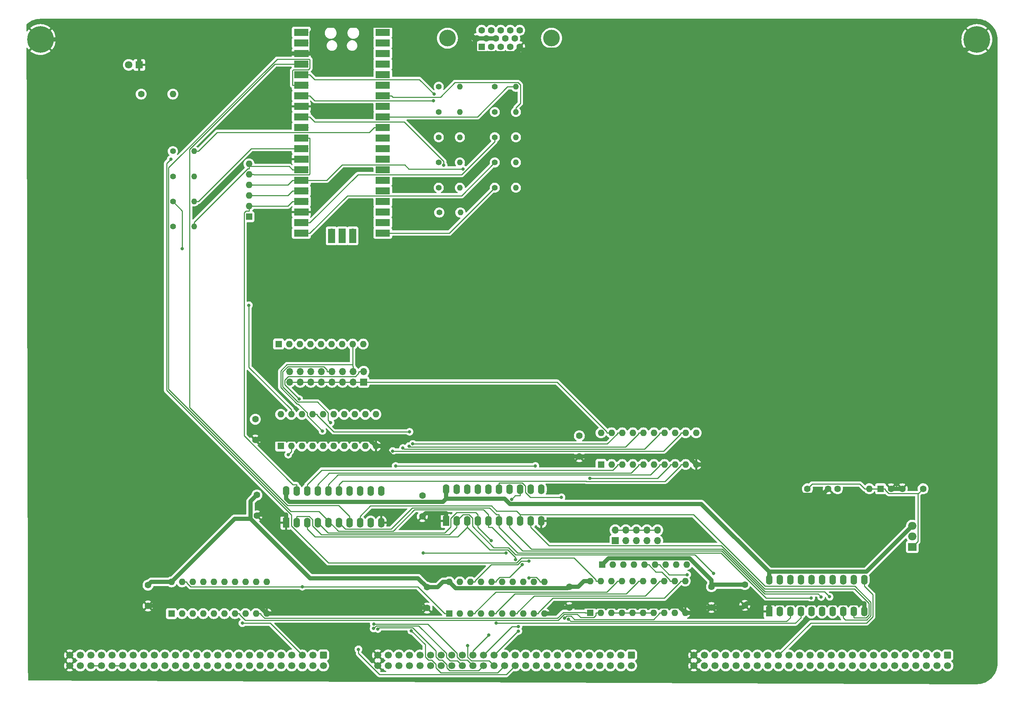
<source format=gbr>
%TF.GenerationSoftware,KiCad,Pcbnew,7.0.1*%
%TF.CreationDate,2024-12-08T14:30:22-06:00*%
%TF.ProjectId,input-output.MappedVideo,696e7075-742d-46f7-9574-7075742e4d61,V0.8*%
%TF.SameCoordinates,Original*%
%TF.FileFunction,Copper,L1,Top*%
%TF.FilePolarity,Positive*%
%FSLAX46Y46*%
G04 Gerber Fmt 4.6, Leading zero omitted, Abs format (unit mm)*
G04 Created by KiCad (PCBNEW 7.0.1) date 2024-12-08 14:30:22*
%MOMM*%
%LPD*%
G01*
G04 APERTURE LIST*
G04 Aperture macros list*
%AMRoundRect*
0 Rectangle with rounded corners*
0 $1 Rounding radius*
0 $2 $3 $4 $5 $6 $7 $8 $9 X,Y pos of 4 corners*
0 Add a 4 corners polygon primitive as box body*
4,1,4,$2,$3,$4,$5,$6,$7,$8,$9,$2,$3,0*
0 Add four circle primitives for the rounded corners*
1,1,$1+$1,$2,$3*
1,1,$1+$1,$4,$5*
1,1,$1+$1,$6,$7*
1,1,$1+$1,$8,$9*
0 Add four rect primitives between the rounded corners*
20,1,$1+$1,$2,$3,$4,$5,0*
20,1,$1+$1,$4,$5,$6,$7,0*
20,1,$1+$1,$6,$7,$8,$9,0*
20,1,$1+$1,$8,$9,$2,$3,0*%
G04 Aperture macros list end*
%TA.AperFunction,ComponentPad*%
%ADD10C,1.600000*%
%TD*%
%TA.AperFunction,ComponentPad*%
%ADD11R,1.600000X1.600000*%
%TD*%
%TA.AperFunction,ComponentPad*%
%ADD12O,1.600000X1.600000*%
%TD*%
%TA.AperFunction,ComponentPad*%
%ADD13R,2.000000X1.905000*%
%TD*%
%TA.AperFunction,ComponentPad*%
%ADD14O,2.000000X1.905000*%
%TD*%
%TA.AperFunction,ComponentPad*%
%ADD15R,1.600000X2.400000*%
%TD*%
%TA.AperFunction,ComponentPad*%
%ADD16O,1.600000X2.400000*%
%TD*%
%TA.AperFunction,ComponentPad*%
%ADD17O,1.700000X1.700000*%
%TD*%
%TA.AperFunction,SMDPad,CuDef*%
%ADD18R,3.500000X1.700000*%
%TD*%
%TA.AperFunction,ComponentPad*%
%ADD19R,1.700000X1.700000*%
%TD*%
%TA.AperFunction,SMDPad,CuDef*%
%ADD20R,1.700000X3.500000*%
%TD*%
%TA.AperFunction,ComponentPad*%
%ADD21C,1.400000*%
%TD*%
%TA.AperFunction,ComponentPad*%
%ADD22O,1.400000X1.400000*%
%TD*%
%TA.AperFunction,ComponentPad*%
%ADD23C,4.000000*%
%TD*%
%TA.AperFunction,ComponentPad*%
%ADD24C,6.400000*%
%TD*%
%TA.AperFunction,ComponentPad*%
%ADD25RoundRect,0.250000X-0.600000X0.600000X-0.600000X-0.600000X0.600000X-0.600000X0.600000X0.600000X0*%
%TD*%
%TA.AperFunction,ComponentPad*%
%ADD26C,1.700000*%
%TD*%
%TA.AperFunction,ComponentPad*%
%ADD27R,1.800000X1.800000*%
%TD*%
%TA.AperFunction,ComponentPad*%
%ADD28C,1.800000*%
%TD*%
%TA.AperFunction,ViaPad*%
%ADD29C,0.800000*%
%TD*%
%TA.AperFunction,Conductor*%
%ADD30C,1.000000*%
%TD*%
%TA.AperFunction,Conductor*%
%ADD31C,0.250000*%
%TD*%
G04 APERTURE END LIST*
D10*
%TO.P,C12,2*%
%TO.N,GND*%
X65861000Y-211164000D03*
%TO.P,C12,1*%
%TO.N,VCC*%
X65861000Y-206164000D03*
%TD*%
D11*
%TO.P,U8,1,G*%
%TO.N,~{bMREQ}*%
X97738000Y-172723000D03*
D12*
%TO.P,U8,2,P0*%
%TO.N,A16*%
X100278000Y-172723000D03*
%TO.P,U8,3,R0*%
%TO.N,Net-(J2-Pin_2)*%
X102818000Y-172723000D03*
%TO.P,U8,4,P1*%
%TO.N,A17*%
X105358000Y-172723000D03*
%TO.P,U8,5,R1*%
%TO.N,Net-(J2-Pin_4)*%
X107898000Y-172723000D03*
%TO.P,U8,6,P2*%
%TO.N,A18*%
X110438000Y-172723000D03*
%TO.P,U8,7,R2*%
%TO.N,Net-(J2-Pin_6)*%
X112978000Y-172723000D03*
%TO.P,U8,8,P3*%
%TO.N,A19*%
X115518000Y-172723000D03*
%TO.P,U8,9,R3*%
%TO.N,Net-(J2-Pin_8)*%
X118058000Y-172723000D03*
%TO.P,U8,10,GND*%
%TO.N,GND*%
X120598000Y-172723000D03*
%TO.P,U8,11,P4*%
%TO.N,A20*%
X120598000Y-165103000D03*
%TO.P,U8,12,R4*%
%TO.N,Net-(J2-Pin_10)*%
X118058000Y-165103000D03*
%TO.P,U8,13,P5*%
%TO.N,A21*%
X115518000Y-165103000D03*
%TO.P,U8,14,R5*%
%TO.N,Net-(J2-Pin_12)*%
X112978000Y-165103000D03*
%TO.P,U8,15,P6*%
%TO.N,A22*%
X110438000Y-165103000D03*
%TO.P,U8,16,R6*%
%TO.N,Net-(J2-Pin_14)*%
X107898000Y-165103000D03*
%TO.P,U8,17,P7*%
%TO.N,A23*%
X105358000Y-165103000D03*
%TO.P,U8,18,R7*%
%TO.N,Net-(J2-Pin_16)*%
X102818000Y-165103000D03*
%TO.P,U8,19,P=R*%
%TO.N,~{BANK_SEL}*%
X100278000Y-165103000D03*
%TO.P,U8,20,VCC*%
%TO.N,VCC*%
X97738000Y-165103000D03*
%TD*%
D13*
%TO.P,U6,1,VI*%
%TO.N,Net-(#FLG07-pwr)*%
X249503000Y-196980000D03*
D14*
%TO.P,U6,2,GND*%
%TO.N,GND*%
X249503000Y-194440000D03*
%TO.P,U6,3,VO*%
%TO.N,+3.3V*%
X249503000Y-191900000D03*
%TD*%
D15*
%TO.P,U5,1,A->B*%
%TO.N,GND*%
X99008000Y-191138000D03*
D16*
%TO.P,U5,2,A0*%
%TO.N,V_DA7*%
X101548000Y-191138000D03*
%TO.P,U5,3,A1*%
%TO.N,V_DA6*%
X104088000Y-191138000D03*
%TO.P,U5,4,A2*%
%TO.N,V_DA5*%
X106628000Y-191138000D03*
%TO.P,U5,5,A3*%
%TO.N,V_DA4*%
X109168000Y-191138000D03*
%TO.P,U5,6,A4*%
%TO.N,V_DA3*%
X111708000Y-191138000D03*
%TO.P,U5,7,A5*%
%TO.N,V_DA2*%
X114248000Y-191138000D03*
%TO.P,U5,8,A6*%
%TO.N,V_DA1*%
X116788000Y-191138000D03*
%TO.P,U5,9,A7*%
%TO.N,V_DA0*%
X119328000Y-191138000D03*
%TO.P,U5,10,GND*%
%TO.N,GND*%
X121868000Y-191138000D03*
%TO.P,U5,11,B7*%
%TO.N,bA8*%
X121868000Y-183518000D03*
%TO.P,U5,12,B6*%
%TO.N,bA9*%
X119328000Y-183518000D03*
%TO.P,U5,13,B5*%
%TO.N,bA10*%
X116788000Y-183518000D03*
%TO.P,U5,14,B4*%
%TO.N,bA11*%
X114248000Y-183518000D03*
%TO.P,U5,15,B3*%
%TO.N,bA12*%
X111708000Y-183518000D03*
%TO.P,U5,16,B2*%
%TO.N,bA13*%
X109168000Y-183518000D03*
%TO.P,U5,17,B1*%
%TO.N,bA14*%
X106628000Y-183518000D03*
%TO.P,U5,18,B0*%
%TO.N,bA15*%
X104088000Y-183518000D03*
%TO.P,U5,19,CE*%
%TO.N,VADDR_HIGH*%
X101548000Y-183518000D03*
%TO.P,U5,20,VCC*%
%TO.N,+3.3V*%
X99008000Y-183518000D03*
%TD*%
D15*
%TO.P,U4,1,A->B*%
%TO.N,GND*%
X137489000Y-190757000D03*
D16*
%TO.P,U4,2,A0*%
%TO.N,V_DA7*%
X140029000Y-190757000D03*
%TO.P,U4,3,A1*%
%TO.N,V_DA6*%
X142569000Y-190757000D03*
%TO.P,U4,4,A2*%
%TO.N,V_DA5*%
X145109000Y-190757000D03*
%TO.P,U4,5,A3*%
%TO.N,V_DA4*%
X147649000Y-190757000D03*
%TO.P,U4,6,A4*%
%TO.N,V_DA3*%
X150189000Y-190757000D03*
%TO.P,U4,7,A5*%
%TO.N,V_DA2*%
X152729000Y-190757000D03*
%TO.P,U4,8,A6*%
%TO.N,V_DA1*%
X155269000Y-190757000D03*
%TO.P,U4,9,A7*%
%TO.N,V_DA0*%
X157809000Y-190757000D03*
%TO.P,U4,10,GND*%
%TO.N,GND*%
X160349000Y-190757000D03*
%TO.P,U4,11,B7*%
%TO.N,bA0*%
X160349000Y-183137000D03*
%TO.P,U4,12,B6*%
%TO.N,bA1*%
X157809000Y-183137000D03*
%TO.P,U4,13,B5*%
%TO.N,bA2*%
X155269000Y-183137000D03*
%TO.P,U4,14,B4*%
%TO.N,bA3*%
X152729000Y-183137000D03*
%TO.P,U4,15,B3*%
%TO.N,bA4*%
X150189000Y-183137000D03*
%TO.P,U4,16,B2*%
%TO.N,bA5*%
X147649000Y-183137000D03*
%TO.P,U4,17,B1*%
%TO.N,bA6*%
X145109000Y-183137000D03*
%TO.P,U4,18,B0*%
%TO.N,bA7*%
X142569000Y-183137000D03*
%TO.P,U4,19,CE*%
%TO.N,VADDR_LOW*%
X140029000Y-183137000D03*
%TO.P,U4,20,VCC*%
%TO.N,+3.3V*%
X137489000Y-183137000D03*
%TD*%
D17*
%TO.P,U3,1,GPIO0*%
%TO.N,V_DA0*%
X103580000Y-73282000D03*
D18*
X102680000Y-73282000D03*
D17*
%TO.P,U3,2,GPIO1*%
%TO.N,V_DA1*%
X103580000Y-75822000D03*
D18*
X102680000Y-75822000D03*
D19*
%TO.P,U3,3,GND*%
%TO.N,GND*%
X103580000Y-78362000D03*
D18*
X102680000Y-78362000D03*
D17*
%TO.P,U3,4,GPIO2*%
%TO.N,V_DA2*%
X103580000Y-80902000D03*
D18*
X102680000Y-80902000D03*
D17*
%TO.P,U3,5,GPIO3*%
%TO.N,V_DA3*%
X103580000Y-83442000D03*
D18*
X102680000Y-83442000D03*
D17*
%TO.P,U3,6,GPIO4*%
%TO.N,V_DA4*%
X103580000Y-85982000D03*
D18*
X102680000Y-85982000D03*
D17*
%TO.P,U3,7,GPIO5*%
%TO.N,V_DA5*%
X103580000Y-88522000D03*
D18*
X102680000Y-88522000D03*
D19*
%TO.P,U3,8,GND*%
%TO.N,GND*%
X103580000Y-91062000D03*
D18*
X102680000Y-91062000D03*
D17*
%TO.P,U3,9,GPIO6*%
%TO.N,V_DA6*%
X103580000Y-93602000D03*
D18*
X102680000Y-93602000D03*
D17*
%TO.P,U3,10,GPIO7*%
%TO.N,V_DA7*%
X103580000Y-96142000D03*
D18*
X102680000Y-96142000D03*
D17*
%TO.P,U3,11,GPIO8*%
%TO.N,VDSEL*%
X103580000Y-98682000D03*
D18*
X102680000Y-98682000D03*
D17*
%TO.P,U3,12,GPIO9*%
%TO.N,V_RW*%
X103580000Y-101222000D03*
D18*
X102680000Y-101222000D03*
D19*
%TO.P,U3,13,GND*%
%TO.N,GND*%
X103580000Y-103762000D03*
D18*
X102680000Y-103762000D03*
D17*
%TO.P,U3,14,GPIO10*%
%TO.N,~{vBANK_SEL}*%
X103580000Y-106302000D03*
D18*
X102680000Y-106302000D03*
D17*
%TO.P,U3,15,GPIO11*%
%TO.N,VDATA*%
X103580000Y-108842000D03*
D18*
X102680000Y-108842000D03*
D17*
%TO.P,U3,16,GPIO12*%
%TO.N,VADDR_LOW*%
X103580000Y-111382000D03*
D18*
X102680000Y-111382000D03*
D17*
%TO.P,U3,17,GPIO13*%
%TO.N,VADDR_HIGH*%
X103580000Y-113922000D03*
D18*
X102680000Y-113922000D03*
D19*
%TO.P,U3,18,GND*%
%TO.N,GND*%
X103580000Y-116462000D03*
D18*
X102680000Y-116462000D03*
D17*
%TO.P,U3,19,GPIO14*%
%TO.N,VGAB2K*%
X103580000Y-119002000D03*
D18*
X102680000Y-119002000D03*
D17*
%TO.P,U3,20,GPIO15*%
%TO.N,VGAB1K*%
X103580000Y-121542000D03*
D18*
X102680000Y-121542000D03*
D17*
%TO.P,U3,21,GPIO16*%
%TO.N,VGAB500*%
X121360000Y-121542000D03*
D18*
X122260000Y-121542000D03*
D17*
%TO.P,U3,22,GPIO17*%
%TO.N,VGAG2K*%
X121360000Y-119002000D03*
D18*
X122260000Y-119002000D03*
D19*
%TO.P,U3,23,GND*%
%TO.N,unconnected-(U3-GND-Pad23)*%
X121360000Y-116462000D03*
D18*
X122260000Y-116462000D03*
D17*
%TO.P,U3,24,GPIO18*%
%TO.N,VGAG1L*%
X121360000Y-113922000D03*
D18*
X122260000Y-113922000D03*
D17*
%TO.P,U3,25,GPIO19*%
%TO.N,VGAG500*%
X121360000Y-111382000D03*
D18*
X122260000Y-111382000D03*
D17*
%TO.P,U3,26,GPIO20*%
%TO.N,VGAR2K*%
X121360000Y-108842000D03*
D18*
X122260000Y-108842000D03*
D17*
%TO.P,U3,27,GPIO21*%
%TO.N,VGAR1K*%
X121360000Y-106302000D03*
D18*
X122260000Y-106302000D03*
D19*
%TO.P,U3,28,GND*%
%TO.N,unconnected-(U3-GND-Pad28)*%
X121360000Y-103762000D03*
D18*
X122260000Y-103762000D03*
D17*
%TO.P,U3,29,GPIO22*%
%TO.N,VGAR500*%
X121360000Y-101222000D03*
D18*
X122260000Y-101222000D03*
D17*
%TO.P,U3,30,RUN*%
%TO.N,unconnected-(U3-RUN-Pad30)*%
X121360000Y-98682000D03*
D18*
X122260000Y-98682000D03*
D17*
%TO.P,U3,31,GPIO26_ADC0*%
%TO.N,V_CLK*%
X121360000Y-96142000D03*
D18*
X122260000Y-96142000D03*
D17*
%TO.P,U3,32,GPIO27_ADC1*%
%TO.N,VSYNC*%
X121360000Y-93602000D03*
D18*
X122260000Y-93602000D03*
D19*
%TO.P,U3,33,AGND*%
%TO.N,unconnected-(U3-AGND-Pad33)*%
X121360000Y-91062000D03*
D18*
X122260000Y-91062000D03*
D17*
%TO.P,U3,34,GPIO28_ADC2*%
%TO.N,HSYNC*%
X121360000Y-88522000D03*
D18*
X122260000Y-88522000D03*
D17*
%TO.P,U3,35,ADC_VREF*%
%TO.N,unconnected-(U3-ADC_VREF-Pad35)*%
X121360000Y-85982000D03*
D18*
X122260000Y-85982000D03*
D17*
%TO.P,U3,36,3V3*%
%TO.N,unconnected-(U3-3V3-Pad36)*%
X121360000Y-83442000D03*
D18*
X122260000Y-83442000D03*
D17*
%TO.P,U3,37,3V3_EN*%
%TO.N,unconnected-(U3-3V3_EN-Pad37)*%
X121360000Y-80902000D03*
D18*
X122260000Y-80902000D03*
D19*
%TO.P,U3,38,GND*%
%TO.N,unconnected-(U3-GND-Pad38)*%
X121360000Y-78362000D03*
D18*
X122260000Y-78362000D03*
D17*
%TO.P,U3,39,VSYS*%
%TO.N,+3.3V*%
X121360000Y-75822000D03*
D18*
X122260000Y-75822000D03*
D17*
%TO.P,U3,40,VBUS*%
%TO.N,unconnected-(U3-VBUS-Pad40)*%
X121360000Y-73282000D03*
D18*
X122260000Y-73282000D03*
D17*
%TO.P,U3,41,SWCLK*%
%TO.N,unconnected-(U3-SWCLK-Pad41)*%
X109930000Y-121312000D03*
D20*
X109930000Y-122212000D03*
D19*
%TO.P,U3,42,GND*%
%TO.N,unconnected-(U3-GND-Pad42)*%
X112470000Y-121312000D03*
D20*
X112470000Y-122212000D03*
D17*
%TO.P,U3,43,SWDIO*%
%TO.N,unconnected-(U3-SWDIO-Pad43)*%
X115010000Y-121312000D03*
D20*
X115010000Y-122212000D03*
%TD*%
D15*
%TO.P,U2,1,A->B*%
%TO.N,GND*%
X215086000Y-212474000D03*
D16*
%TO.P,U2,2,A0*%
%TO.N,V_DA7*%
X217626000Y-212474000D03*
%TO.P,U2,3,A1*%
%TO.N,V_DA6*%
X220166000Y-212474000D03*
%TO.P,U2,4,A2*%
%TO.N,V_DA5*%
X222706000Y-212474000D03*
%TO.P,U2,5,A3*%
%TO.N,V_DA4*%
X225246000Y-212474000D03*
%TO.P,U2,6,A4*%
%TO.N,V_DA3*%
X227786000Y-212474000D03*
%TO.P,U2,7,A5*%
%TO.N,V_DA2*%
X230326000Y-212474000D03*
%TO.P,U2,8,A6*%
%TO.N,V_DA1*%
X232866000Y-212474000D03*
%TO.P,U2,9,A7*%
%TO.N,V_DA0*%
X235406000Y-212474000D03*
%TO.P,U2,10,GND*%
%TO.N,GND*%
X237946000Y-212474000D03*
%TO.P,U2,11,B7*%
%TO.N,D0*%
X237946000Y-204854000D03*
%TO.P,U2,12,B6*%
%TO.N,D1*%
X235406000Y-204854000D03*
%TO.P,U2,13,B5*%
%TO.N,D2*%
X232866000Y-204854000D03*
%TO.P,U2,14,B4*%
%TO.N,D3*%
X230326000Y-204854000D03*
%TO.P,U2,15,B3*%
%TO.N,D4*%
X227786000Y-204854000D03*
%TO.P,U2,16,B2*%
%TO.N,D5*%
X225246000Y-204854000D03*
%TO.P,U2,17,B1*%
%TO.N,D6*%
X222706000Y-204854000D03*
%TO.P,U2,18,B0*%
%TO.N,D7*%
X220166000Y-204854000D03*
%TO.P,U2,19,CE*%
%TO.N,VDATA*%
X217626000Y-204854000D03*
%TO.P,U2,20,VCC*%
%TO.N,+3.3V*%
X215086000Y-204854000D03*
%TD*%
D11*
%TO.P,U1,1,OEa*%
%TO.N,ZERO*%
X174700000Y-177168000D03*
D12*
%TO.P,U1,2,I0a*%
%TO.N,A8*%
X177240000Y-177168000D03*
%TO.P,U1,3,O3b*%
%TO.N,bA15*%
X179780000Y-177168000D03*
%TO.P,U1,4,I1a*%
%TO.N,A9*%
X182320000Y-177168000D03*
%TO.P,U1,5,O2b*%
%TO.N,bA14*%
X184860000Y-177168000D03*
%TO.P,U1,6,I2a*%
%TO.N,A10*%
X187400000Y-177168000D03*
%TO.P,U1,7,O1b*%
%TO.N,bA13*%
X189940000Y-177168000D03*
%TO.P,U1,8,I3a*%
%TO.N,A11*%
X192480000Y-177168000D03*
%TO.P,U1,9,O0b*%
%TO.N,bA12*%
X195020000Y-177168000D03*
%TO.P,U1,10,GND*%
%TO.N,GND*%
X197560000Y-177168000D03*
%TO.P,U1,11,I0b*%
%TO.N,A12*%
X197560000Y-169548000D03*
%TO.P,U1,12,O3a*%
%TO.N,bA11*%
X195020000Y-169548000D03*
%TO.P,U1,13,I1b*%
%TO.N,A13*%
X192480000Y-169548000D03*
%TO.P,U1,14,O2a*%
%TO.N,bA10*%
X189940000Y-169548000D03*
%TO.P,U1,15,I2b*%
%TO.N,A14*%
X187400000Y-169548000D03*
%TO.P,U1,16,O1a*%
%TO.N,bA9*%
X184860000Y-169548000D03*
%TO.P,U1,17,I3b*%
%TO.N,A15*%
X182320000Y-169548000D03*
%TO.P,U1,18,O0a*%
%TO.N,bA8*%
X179780000Y-169548000D03*
%TO.P,U1,19,OEb*%
%TO.N,ZERO*%
X177240000Y-169548000D03*
%TO.P,U1,20,VCC*%
%TO.N,VCC*%
X174700000Y-169548000D03*
%TD*%
D11*
%TO.P,RN3,1,common*%
%TO.N,VCC*%
X97230000Y-148212000D03*
D12*
%TO.P,RN3,2,R1*%
%TO.N,Net-(J2-Pin_16)*%
X99770000Y-148212000D03*
%TO.P,RN3,3,R2*%
%TO.N,Net-(J2-Pin_14)*%
X102310000Y-148212000D03*
%TO.P,RN3,4,R3*%
%TO.N,Net-(J2-Pin_12)*%
X104850000Y-148212000D03*
%TO.P,RN3,5,R4*%
%TO.N,Net-(J2-Pin_10)*%
X107390000Y-148212000D03*
%TO.P,RN3,6,R5*%
%TO.N,Net-(J2-Pin_8)*%
X109930000Y-148212000D03*
%TO.P,RN3,7,R6*%
%TO.N,Net-(J2-Pin_6)*%
X112470000Y-148212000D03*
%TO.P,RN3,8,R7*%
%TO.N,Net-(J2-Pin_4)*%
X115010000Y-148212000D03*
%TO.P,RN3,9,R8*%
%TO.N,Net-(J2-Pin_2)*%
X117550000Y-148212000D03*
%TD*%
D11*
%TO.P,RN2,1,common*%
%TO.N,+3.3V*%
X90118000Y-117605000D03*
D12*
%TO.P,RN2,2,R1*%
%TO.N,VADDR_HIGH*%
X90118000Y-115065000D03*
%TO.P,RN2,3,R2*%
%TO.N,VADDR_LOW*%
X90118000Y-112525000D03*
%TO.P,RN2,4,R3*%
%TO.N,VDATA*%
X90118000Y-109985000D03*
%TO.P,RN2,5,R4*%
%TO.N,VDSEL*%
X90118000Y-107445000D03*
%TO.P,RN2,6,R5*%
%TO.N,~{vBANK_SEL}*%
X90118000Y-104905000D03*
%TD*%
D21*
%TO.P,R16,1*%
%TO.N,~{BANK_SEL}*%
X71830000Y-119937100D03*
D22*
%TO.P,R16,2*%
%TO.N,~{vBANK_SEL}*%
X76910000Y-119937100D03*
%TD*%
D21*
%TO.P,R15,1*%
%TO.N,Net-(J1-Pad14)*%
X149173000Y-86363000D03*
D22*
%TO.P,R15,2*%
%TO.N,VSYNC*%
X154253000Y-86363000D03*
%TD*%
D21*
%TO.P,R14,1*%
%TO.N,Net-(J1-Pad13)*%
X149173000Y-92427200D03*
D22*
%TO.P,R14,2*%
%TO.N,HSYNC*%
X154253000Y-92427200D03*
%TD*%
D21*
%TO.P,R13,1*%
%TO.N,VGAB2K*%
X149173000Y-98491500D03*
D22*
%TO.P,R13,2*%
%TO.N,Net-(J1-Pad3)*%
X154253000Y-98491500D03*
%TD*%
D21*
%TO.P,R12,1*%
%TO.N,VGAB1K*%
X149173000Y-104555700D03*
D22*
%TO.P,R12,2*%
%TO.N,Net-(J1-Pad3)*%
X154253000Y-104555700D03*
%TD*%
%TO.P,R11,2*%
%TO.N,Net-(J1-Pad3)*%
X154253000Y-110620000D03*
D21*
%TO.P,R11,1*%
%TO.N,VGAB500*%
X149173000Y-110620000D03*
%TD*%
%TO.P,R10,1*%
%TO.N,VGAG2K*%
X135838000Y-116589000D03*
D22*
%TO.P,R10,2*%
%TO.N,Net-(J1-Pad2)*%
X140918000Y-116589000D03*
%TD*%
D21*
%TO.P,R9,1*%
%TO.N,VGAG1L*%
X135711000Y-110620000D03*
D22*
%TO.P,R9,2*%
%TO.N,Net-(J1-Pad2)*%
X140791000Y-110620000D03*
%TD*%
D21*
%TO.P,R8,1*%
%TO.N,VGAG500*%
X135711000Y-104555700D03*
D22*
%TO.P,R8,2*%
%TO.N,Net-(J1-Pad2)*%
X140791000Y-104555700D03*
%TD*%
D21*
%TO.P,R7,1*%
%TO.N,VGAR2K*%
X135711000Y-98491500D03*
D22*
%TO.P,R7,2*%
%TO.N,Net-(J1-Pad1)*%
X140791000Y-98491500D03*
%TD*%
D21*
%TO.P,R6,1*%
%TO.N,VGAR1K*%
X135711000Y-92427200D03*
D22*
%TO.P,R6,2*%
%TO.N,Net-(J1-Pad1)*%
X140791000Y-92427200D03*
%TD*%
D21*
%TO.P,R5,1*%
%TO.N,VGAR500*%
X135711000Y-86363000D03*
D22*
%TO.P,R5,2*%
%TO.N,Net-(J1-Pad1)*%
X140791000Y-86363000D03*
%TD*%
D21*
%TO.P,R4,1*%
%TO.N,bCLK*%
X71830000Y-101857000D03*
D22*
%TO.P,R4,2*%
%TO.N,V_CLK*%
X76910000Y-101857000D03*
%TD*%
%TO.P,R3,2*%
%TO.N,VDSEL*%
X76910000Y-107883700D03*
D21*
%TO.P,R3,1*%
%TO.N,~{CS_VIDEO}*%
X71830000Y-107883700D03*
%TD*%
D22*
%TO.P,R2,2*%
%TO.N,V_RW*%
X76910000Y-113910400D03*
D21*
%TO.P,R2,1*%
%TO.N,~{bWR}*%
X71830000Y-113910400D03*
%TD*%
D19*
%TO.P,J2,1,Pin_1*%
%TO.N,ZERO*%
X117677000Y-157356000D03*
D17*
%TO.P,J2,2,Pin_2*%
%TO.N,Net-(J2-Pin_2)*%
X117677000Y-154816000D03*
%TO.P,J2,3,Pin_3*%
%TO.N,ZERO*%
X115137000Y-157356000D03*
%TO.P,J2,4,Pin_4*%
%TO.N,Net-(J2-Pin_4)*%
X115137000Y-154816000D03*
%TO.P,J2,5,Pin_5*%
%TO.N,ZERO*%
X112597000Y-157356000D03*
%TO.P,J2,6,Pin_6*%
%TO.N,Net-(J2-Pin_6)*%
X112597000Y-154816000D03*
%TO.P,J2,7,Pin_7*%
%TO.N,ZERO*%
X110057000Y-157356000D03*
%TO.P,J2,8,Pin_8*%
%TO.N,Net-(J2-Pin_8)*%
X110057000Y-154816000D03*
%TO.P,J2,9,Pin_9*%
%TO.N,ZERO*%
X107517000Y-157356000D03*
%TO.P,J2,10,Pin_10*%
%TO.N,Net-(J2-Pin_10)*%
X107517000Y-154816000D03*
%TO.P,J2,11,Pin_11*%
%TO.N,ZERO*%
X104977000Y-157356000D03*
%TO.P,J2,12,Pin_12*%
%TO.N,Net-(J2-Pin_12)*%
X104977000Y-154816000D03*
%TO.P,J2,13,Pin_13*%
%TO.N,ZERO*%
X102437000Y-157356000D03*
%TO.P,J2,14,Pin_14*%
%TO.N,Net-(J2-Pin_14)*%
X102437000Y-154816000D03*
%TO.P,J2,15,Pin_15*%
%TO.N,ZERO*%
X99897000Y-157356000D03*
%TO.P,J2,16,Pin_16*%
%TO.N,Net-(J2-Pin_16)*%
X99897000Y-154816000D03*
%TD*%
D23*
%TO.P,J1,0*%
%TO.N,N/C*%
X137813000Y-74684000D03*
X162813000Y-74684000D03*
D11*
%TO.P,J1,1*%
%TO.N,Net-(J1-Pad1)*%
X145998000Y-76734000D03*
D10*
%TO.P,J1,2*%
%TO.N,Net-(J1-Pad2)*%
X148288000Y-76734000D03*
%TO.P,J1,3*%
%TO.N,Net-(J1-Pad3)*%
X150578000Y-76734000D03*
%TO.P,J1,4*%
%TO.N,unconnected-(J1-Pad4)*%
X152868000Y-76734000D03*
%TO.P,J1,5*%
%TO.N,GND*%
X155158000Y-76734000D03*
%TO.P,J1,6*%
X144853000Y-74754000D03*
%TO.P,J1,7*%
X147143000Y-74754000D03*
%TO.P,J1,8*%
X149433000Y-74754000D03*
%TO.P,J1,9*%
%TO.N,unconnected-(J1-Pad9)*%
X151723000Y-74754000D03*
%TO.P,J1,10*%
%TO.N,GND*%
X154013000Y-74754000D03*
%TO.P,J1,11*%
%TO.N,unconnected-(J1-Pad11)*%
X145998000Y-72774000D03*
%TO.P,J1,12*%
%TO.N,unconnected-(J1-Pad12)*%
X148288000Y-72774000D03*
%TO.P,J1,13*%
%TO.N,Net-(J1-Pad13)*%
X150578000Y-72774000D03*
%TO.P,J1,14*%
%TO.N,Net-(J1-Pad14)*%
X152868000Y-72774000D03*
%TO.P,J1,15*%
%TO.N,unconnected-(J1-Pad15)*%
X155158000Y-72774000D03*
%TD*%
D24*
%TO.P,H2,1,1*%
%TO.N,GND*%
X265000000Y-75000000D03*
%TD*%
%TO.P,H1,1,1*%
%TO.N,GND*%
X40000000Y-75000000D03*
%TD*%
D25*
%TO.P,P2,1,Pin_1*%
%TO.N,VCC*%
X182000000Y-223000000D03*
D26*
%TO.P,P2,2,Pin_2*%
X182000000Y-225540000D03*
%TO.P,P2,3,Pin_3*%
%TO.N,A15*%
X179460000Y-223000000D03*
%TO.P,P2,4,Pin_4*%
%TO.N,/bus/A31*%
X179460000Y-225540000D03*
%TO.P,P2,5,Pin_5*%
%TO.N,A14*%
X176920000Y-223000000D03*
%TO.P,P2,6,Pin_6*%
%TO.N,/bus/A30*%
X176920000Y-225540000D03*
%TO.P,P2,7,Pin_7*%
%TO.N,A13*%
X174380000Y-223000000D03*
%TO.P,P2,8,Pin_8*%
%TO.N,/bus/A29*%
X174380000Y-225540000D03*
%TO.P,P2,9,Pin_9*%
%TO.N,A12*%
X171840000Y-223000000D03*
%TO.P,P2,10,Pin_10*%
%TO.N,/bus/A28*%
X171840000Y-225540000D03*
%TO.P,P2,11,Pin_11*%
%TO.N,A11*%
X169300000Y-223000000D03*
%TO.P,P2,12,Pin_12*%
%TO.N,/bus/A27*%
X169300000Y-225540000D03*
%TO.P,P2,13,Pin_13*%
%TO.N,A10*%
X166760000Y-223000000D03*
%TO.P,P2,14,Pin_14*%
%TO.N,/bus/A26*%
X166760000Y-225540000D03*
%TO.P,P2,15,Pin_15*%
%TO.N,A9*%
X164220000Y-223000000D03*
%TO.P,P2,16,Pin_16*%
%TO.N,/bus/A25*%
X164220000Y-225540000D03*
%TO.P,P2,17,Pin_17*%
%TO.N,A8*%
X161680000Y-223000000D03*
%TO.P,P2,18,Pin_18*%
%TO.N,/bus/A24*%
X161680000Y-225540000D03*
%TO.P,P2,19,Pin_19*%
%TO.N,+12V*%
X159140000Y-223000000D03*
%TO.P,P2,20,Pin_20*%
X159140000Y-225540000D03*
%TO.P,P2,21,Pin_21*%
%TO.N,A7*%
X156600000Y-223000000D03*
%TO.P,P2,22,Pin_22*%
%TO.N,A23*%
X156600000Y-225540000D03*
%TO.P,P2,23,Pin_23*%
%TO.N,A6*%
X154060000Y-223000000D03*
%TO.P,P2,24,Pin_24*%
%TO.N,A22*%
X154060000Y-225540000D03*
%TO.P,P2,25,Pin_25*%
%TO.N,A5*%
X151520000Y-223000000D03*
%TO.P,P2,26,Pin_26*%
%TO.N,A21*%
X151520000Y-225540000D03*
%TO.P,P2,27,Pin_27*%
%TO.N,A4*%
X148980000Y-223000000D03*
%TO.P,P2,28,Pin_28*%
%TO.N,A20*%
X148980000Y-225540000D03*
%TO.P,P2,29,Pin_29*%
%TO.N,A3*%
X146440000Y-223000000D03*
%TO.P,P2,30,Pin_30*%
%TO.N,A19*%
X146440000Y-225540000D03*
%TO.P,P2,31,Pin_31*%
%TO.N,A2*%
X143900000Y-223000000D03*
%TO.P,P2,32,Pin_32*%
%TO.N,A18*%
X143900000Y-225540000D03*
%TO.P,P2,33,Pin_33*%
%TO.N,A1*%
X141360000Y-223000000D03*
%TO.P,P2,34,Pin_34*%
%TO.N,A17*%
X141360000Y-225540000D03*
%TO.P,P2,35,Pin_35*%
%TO.N,A0*%
X138820000Y-223000000D03*
%TO.P,P2,36,Pin_36*%
%TO.N,A16*%
X138820000Y-225540000D03*
%TO.P,P2,37,Pin_37*%
%TO.N,-12V*%
X136280000Y-223000000D03*
%TO.P,P2,38,Pin_38*%
X136280000Y-225540000D03*
%TO.P,P2,39,Pin_39*%
%TO.N,/bus/IC3*%
X133740000Y-223000000D03*
%TO.P,P2,40,Pin_40*%
%TO.N,/bus/~{TEND1}*%
X133740000Y-225540000D03*
%TO.P,P2,41,Pin_41*%
%TO.N,/bus/IC2*%
X131200000Y-223000000D03*
%TO.P,P2,42,Pin_42*%
%TO.N,/bus/~{DREQ1}*%
X131200000Y-225540000D03*
%TO.P,P2,43,Pin_43*%
%TO.N,/bus/IC1*%
X128660000Y-223000000D03*
%TO.P,P2,44,Pin_44*%
%TO.N,/bus/~{TEND0}*%
X128660000Y-225540000D03*
%TO.P,P2,45,Pin_45*%
%TO.N,/bus/IC0*%
X126120000Y-223000000D03*
%TO.P,P2,46,Pin_46*%
%TO.N,/bus/~{DREQ0}*%
X126120000Y-225540000D03*
%TO.P,P2,47,Pin_47*%
%TO.N,/bus/AUXCLK1*%
X123580000Y-223000000D03*
%TO.P,P2,48,Pin_48*%
%TO.N,/bus/AUXCLK0*%
X123580000Y-225540000D03*
%TO.P,P2,49,Pin_49*%
%TO.N,GND*%
X121040000Y-223000000D03*
%TO.P,P2,50,Pin_50*%
X121040000Y-225540000D03*
%TD*%
D25*
%TO.P,P3,1,Pin_1*%
%TO.N,VCC*%
X258000000Y-223000000D03*
D26*
%TO.P,P3,2,Pin_2*%
X258000000Y-225540000D03*
%TO.P,P3,3,Pin_3*%
%TO.N,/bus/D15*%
X255460000Y-223000000D03*
%TO.P,P3,4,Pin_4*%
%TO.N,/bus/D31*%
X255460000Y-225540000D03*
%TO.P,P3,5,Pin_5*%
%TO.N,/bus/D14*%
X252920000Y-223000000D03*
%TO.P,P3,6,Pin_6*%
%TO.N,/bus/D30*%
X252920000Y-225540000D03*
%TO.P,P3,7,Pin_7*%
%TO.N,/bus/D13*%
X250380000Y-223000000D03*
%TO.P,P3,8,Pin_8*%
%TO.N,/bus/D29*%
X250380000Y-225540000D03*
%TO.P,P3,9,Pin_9*%
%TO.N,/bus/D12*%
X247840000Y-223000000D03*
%TO.P,P3,10,Pin_10*%
%TO.N,/bus/D28*%
X247840000Y-225540000D03*
%TO.P,P3,11,Pin_11*%
%TO.N,/bus/D11*%
X245300000Y-223000000D03*
%TO.P,P3,12,Pin_12*%
%TO.N,/bus/D27*%
X245300000Y-225540000D03*
%TO.P,P3,13,Pin_13*%
%TO.N,/bus/D10*%
X242760000Y-223000000D03*
%TO.P,P3,14,Pin_14*%
%TO.N,/bus/D26*%
X242760000Y-225540000D03*
%TO.P,P3,15,Pin_15*%
%TO.N,/bus/D9*%
X240220000Y-223000000D03*
%TO.P,P3,16,Pin_16*%
%TO.N,/bus/D25*%
X240220000Y-225540000D03*
%TO.P,P3,17,Pin_17*%
%TO.N,/bus/D8*%
X237680000Y-223000000D03*
%TO.P,P3,18,Pin_18*%
%TO.N,/bus/D24*%
X237680000Y-225540000D03*
%TO.P,P3,19,Pin_19*%
%TO.N,D7*%
X235140000Y-223000000D03*
%TO.P,P3,20,Pin_20*%
%TO.N,/bus/D23*%
X235140000Y-225540000D03*
%TO.P,P3,21,Pin_21*%
%TO.N,D6*%
X232600000Y-223000000D03*
%TO.P,P3,22,Pin_22*%
%TO.N,/bus/D22*%
X232600000Y-225540000D03*
%TO.P,P3,23,Pin_23*%
%TO.N,D5*%
X230060000Y-223000000D03*
%TO.P,P3,24,Pin_24*%
%TO.N,/bus/D21*%
X230060000Y-225540000D03*
%TO.P,P3,25,Pin_25*%
%TO.N,D4*%
X227520000Y-223000000D03*
%TO.P,P3,26,Pin_26*%
%TO.N,/bus/D20*%
X227520000Y-225540000D03*
%TO.P,P3,27,Pin_27*%
%TO.N,D3*%
X224980000Y-223000000D03*
%TO.P,P3,28,Pin_28*%
%TO.N,/bus/D19*%
X224980000Y-225540000D03*
%TO.P,P3,29,Pin_29*%
%TO.N,D2*%
X222440000Y-223000000D03*
%TO.P,P3,30,Pin_30*%
%TO.N,/bus/D18*%
X222440000Y-225540000D03*
%TO.P,P3,31,Pin_31*%
%TO.N,D1*%
X219900000Y-223000000D03*
%TO.P,P3,32,Pin_32*%
%TO.N,/bus/D17*%
X219900000Y-225540000D03*
%TO.P,P3,33,Pin_33*%
%TO.N,D0*%
X217360000Y-223000000D03*
%TO.P,P3,34,Pin_34*%
%TO.N,/bus/D16*%
X217360000Y-225540000D03*
%TO.P,P3,35,Pin_35*%
%TO.N,/bus/~{BUSERR}*%
X214820000Y-223000000D03*
%TO.P,P3,36,Pin_36*%
%TO.N,/bus/UDS*%
X214820000Y-225540000D03*
%TO.P,P3,37,Pin_37*%
%TO.N,/bus/~{VPA}*%
X212280000Y-223000000D03*
%TO.P,P3,38,Pin_38*%
%TO.N,/bus/LDS*%
X212280000Y-225540000D03*
%TO.P,P3,39,Pin_39*%
%TO.N,/bus/~{VMA}*%
X209740000Y-223000000D03*
%TO.P,P3,40,Pin_40*%
%TO.N,/bus/S2*%
X209740000Y-225540000D03*
%TO.P,P3,41,Pin_41*%
%TO.N,/bus/~{BHE}*%
X207200000Y-223000000D03*
%TO.P,P3,42,Pin_42*%
%TO.N,/bus/S1*%
X207200000Y-225540000D03*
%TO.P,P3,43,Pin_43*%
%TO.N,/bus/IPL2*%
X204660000Y-223000000D03*
%TO.P,P3,44,Pin_44*%
%TO.N,/bus/S0*%
X204660000Y-225540000D03*
%TO.P,P3,45,Pin_45*%
%TO.N,/bus/IPL1*%
X202120000Y-223000000D03*
%TO.P,P3,46,Pin_46*%
%TO.N,/bus/AUXCLK3*%
X202120000Y-225540000D03*
%TO.P,P3,47,Pin_47*%
%TO.N,/bus/IPL0*%
X199580000Y-223000000D03*
%TO.P,P3,48,Pin_48*%
%TO.N,/bus/AUXCLK2*%
X199580000Y-225540000D03*
%TO.P,P3,49,Pin_49*%
%TO.N,GND*%
X197040000Y-223000000D03*
%TO.P,P3,50,Pin_50*%
X197040000Y-225540000D03*
%TD*%
D25*
%TO.P,P1,1,Pin_1*%
%TO.N,VCC*%
X108000000Y-223000000D03*
D26*
%TO.P,P1,2,Pin_2*%
X108000000Y-225540000D03*
%TO.P,P1,3,Pin_3*%
%TO.N,/bus/~{RD}*%
X105460000Y-223000000D03*
%TO.P,P1,4,Pin_4*%
%TO.N,/bus/E*%
X105460000Y-225540000D03*
%TO.P,P1,5,Pin_5*%
%TO.N,~{WR}*%
X102920000Y-223000000D03*
%TO.P,P1,6,Pin_6*%
%TO.N,/bus/ST*%
X102920000Y-225540000D03*
%TO.P,P1,7,Pin_7*%
%TO.N,~{IORQ}*%
X100380000Y-223000000D03*
%TO.P,P1,8,Pin_8*%
%TO.N,/bus/PHI*%
X100380000Y-225540000D03*
%TO.P,P1,9,Pin_9*%
%TO.N,~{MREQ}*%
X97840000Y-223000000D03*
%TO.P,P1,10,Pin_10*%
%TO.N,/bus/~{INT2}*%
X97840000Y-225540000D03*
%TO.P,P1,11,Pin_11*%
%TO.N,~{M1}*%
X95300000Y-223000000D03*
%TO.P,P1,12,Pin_12*%
%TO.N,/bus/~{INT1}*%
X95300000Y-225540000D03*
%TO.P,P1,13,Pin_13*%
%TO.N,/bus/~{BUSACK}*%
X92760000Y-223000000D03*
%TO.P,P1,14,Pin_14*%
%TO.N,/bus/CRUCLK*%
X92760000Y-225540000D03*
%TO.P,P1,15,Pin_15*%
%TO.N,CLK*%
X90220000Y-223000000D03*
%TO.P,P1,16,Pin_16*%
%TO.N,/bus/CRUOUT*%
X90220000Y-225540000D03*
%TO.P,P1,17,Pin_17*%
%TO.N,/bus/~{INT0}*%
X87680000Y-223000000D03*
%TO.P,P1,18,Pin_18*%
%TO.N,/bus/CRUIN*%
X87680000Y-225540000D03*
%TO.P,P1,19,Pin_19*%
%TO.N,/bus/~{NMI}*%
X85140000Y-223000000D03*
%TO.P,P1,20,Pin_20*%
%TO.N,/bus/~{RES_IN}*%
X85140000Y-225540000D03*
%TO.P,P1,21,Pin_21*%
%TO.N,/bus/~{RES_OUT}*%
X82600000Y-223000000D03*
%TO.P,P1,22,Pin_22*%
%TO.N,/bus/USER8*%
X82600000Y-225540000D03*
%TO.P,P1,23,Pin_23*%
%TO.N,/bus/~{BUSRQ}*%
X80060000Y-223000000D03*
%TO.P,P1,24,Pin_24*%
%TO.N,/bus/USER7*%
X80060000Y-225540000D03*
%TO.P,P1,25,Pin_25*%
%TO.N,/bus/~{WAIT}*%
X77520000Y-223000000D03*
%TO.P,P1,26,Pin_26*%
%TO.N,/bus/USER6*%
X77520000Y-225540000D03*
%TO.P,P1,27,Pin_27*%
%TO.N,/bus/~{HALT}*%
X74980000Y-223000000D03*
%TO.P,P1,28,Pin_28*%
%TO.N,/bus/USER5*%
X74980000Y-225540000D03*
%TO.P,P1,29,Pin_29*%
%TO.N,/bus/~{RFSH}*%
X72440000Y-223000000D03*
%TO.P,P1,30,Pin_30*%
%TO.N,/bus/USER4*%
X72440000Y-225540000D03*
%TO.P,P1,31,Pin_31*%
%TO.N,/bus/~{EIRQ7}*%
X69900000Y-223000000D03*
%TO.P,P1,32,Pin_32*%
%TO.N,/bus/USER3*%
X69900000Y-225540000D03*
%TO.P,P1,33,Pin_33*%
%TO.N,/bus/~{EIRQ6}*%
X67360000Y-223000000D03*
%TO.P,P1,34,Pin_34*%
%TO.N,/bus/USER2*%
X67360000Y-225540000D03*
%TO.P,P1,35,Pin_35*%
%TO.N,/bus/~{EIRQ5}*%
X64820000Y-223000000D03*
%TO.P,P1,36,Pin_36*%
%TO.N,/bus/USER1*%
X64820000Y-225540000D03*
%TO.P,P1,37,Pin_37*%
%TO.N,/bus/~{EIRQ4}*%
X62280000Y-223000000D03*
%TO.P,P1,38,Pin_38*%
%TO.N,/bus/USER0*%
X62280000Y-225540000D03*
%TO.P,P1,39,Pin_39*%
%TO.N,/bus/~{EIRQ3}*%
X59740000Y-223000000D03*
%TO.P,P1,40,Pin_40*%
%TO.N,/bus/~{BAI}*%
X59740000Y-225540000D03*
%TO.P,P1,41,Pin_41*%
%TO.N,/bus/~{EIRQ2}*%
X57200000Y-223000000D03*
%TO.P,P1,42,Pin_42*%
%TO.N,/bus/~{BAI}*%
X57200000Y-225540000D03*
%TO.P,P1,43,Pin_43*%
%TO.N,/bus/~{EIRQ1}*%
X54660000Y-223000000D03*
%TO.P,P1,44,Pin_44*%
%TO.N,/bus/~{IEI}*%
X54660000Y-225540000D03*
%TO.P,P1,45,Pin_45*%
%TO.N,/bus/~{EIRQ0}*%
X52120000Y-223000000D03*
%TO.P,P1,46,Pin_46*%
%TO.N,/bus/~{IEI}*%
X52120000Y-225540000D03*
%TO.P,P1,47,Pin_47*%
%TO.N,/bus/I2C_SCL*%
X49580000Y-223000000D03*
%TO.P,P1,48,Pin_48*%
%TO.N,/bus/I2C_SDA*%
X49580000Y-225540000D03*
%TO.P,P1,49,Pin_49*%
%TO.N,GND*%
X47040000Y-223000000D03*
%TO.P,P1,50,Pin_50*%
X47040000Y-225540000D03*
%TD*%
D19*
%TO.P,SW1,1,Pin_1*%
%TO.N,Net-(RN1-R1)*%
X178125000Y-195475000D03*
D17*
%TO.P,SW1,2,Pin_2*%
%TO.N,ZERO*%
X178125000Y-192935000D03*
%TO.P,SW1,3,Pin_3*%
%TO.N,Net-(RN1-R2)*%
X180665000Y-195475000D03*
%TO.P,SW1,4,Pin_4*%
%TO.N,ZERO*%
X180665000Y-192935000D03*
%TO.P,SW1,5,Pin_5*%
%TO.N,Net-(RN1-R3)*%
X183205000Y-195475000D03*
%TO.P,SW1,6,Pin_6*%
%TO.N,ZERO*%
X183205000Y-192935000D03*
%TO.P,SW1,7,Pin_7*%
%TO.N,Net-(RN1-R4)*%
X185745000Y-195475000D03*
%TO.P,SW1,8,Pin_8*%
%TO.N,ZERO*%
X185745000Y-192935000D03*
%TO.P,SW1,9,Pin_9*%
%TO.N,Net-(RN1-R5)*%
X188285000Y-195475000D03*
%TO.P,SW1,10,Pin_10*%
%TO.N,ZERO*%
X188285000Y-192935000D03*
%TD*%
D10*
%TO.P,C5,1*%
%TO.N,VCC*%
X91642000Y-166286000D03*
%TO.P,C5,2*%
%TO.N,GND*%
X91642000Y-171286000D03*
%TD*%
D27*
%TO.P,D1,1,K*%
%TO.N,GND*%
X63770000Y-81100000D03*
D28*
%TO.P,D1,2,A*%
%TO.N,Net-(D1-A)*%
X61230000Y-81100000D03*
%TD*%
D10*
%TO.P,C48,1*%
%TO.N,Net-(#FLG07-pwr)*%
X252100000Y-183000000D03*
%TO.P,C48,2*%
%TO.N,GND*%
X247100000Y-183000000D03*
%TD*%
%TO.P,C2,1*%
%TO.N,VCC*%
X131774000Y-184661000D03*
%TO.P,C2,2*%
%TO.N,GND*%
X131774000Y-189661000D03*
%TD*%
%TO.P,C6,1*%
%TO.N,VCC*%
X167080000Y-206545000D03*
%TO.P,C6,2*%
%TO.N,GND*%
X167080000Y-211545000D03*
%TD*%
%TO.P,C9,1*%
%TO.N,VCC*%
X209244000Y-206037000D03*
%TO.P,C9,2*%
%TO.N,GND*%
X209244000Y-211037000D03*
%TD*%
D11*
%TO.P,RN1,1,common*%
%TO.N,VCC*%
X175025000Y-201200000D03*
D12*
%TO.P,RN1,2,R1*%
%TO.N,Net-(RN1-R1)*%
X177565000Y-201200000D03*
%TO.P,RN1,3,R2*%
%TO.N,Net-(RN1-R2)*%
X180105000Y-201200000D03*
%TO.P,RN1,4,R3*%
%TO.N,Net-(RN1-R3)*%
X182645000Y-201200000D03*
%TO.P,RN1,5,R4*%
%TO.N,Net-(RN1-R4)*%
X185185000Y-201200000D03*
%TO.P,RN1,6,R5*%
%TO.N,Net-(RN1-R5)*%
X187725000Y-201200000D03*
%TO.P,RN1,7,R6*%
%TO.N,unconnected-(RN1-R6-Pad7)*%
X190265000Y-201200000D03*
%TO.P,RN1,8,R7*%
%TO.N,unconnected-(RN1-R7-Pad8)*%
X192805000Y-201200000D03*
%TO.P,RN1,9,R8*%
%TO.N,Net-(RN1-R8)*%
X195345000Y-201200000D03*
%TD*%
D10*
%TO.P,L3,1*%
%TO.N,VCC*%
X231540000Y-183000000D03*
D12*
%TO.P,L3,2*%
%TO.N,Net-(#FLG07-pwr)*%
X239160000Y-183000000D03*
%TD*%
D11*
%TO.P,U15,1,OEa*%
%TO.N,ZERO*%
X71500000Y-213000000D03*
D12*
%TO.P,U15,2,I0a*%
%TO.N,CLK*%
X74040000Y-213000000D03*
%TO.P,U15,3,O3b*%
%TO.N,unconnected-(U15-O3b-Pad3)*%
X76580000Y-213000000D03*
%TO.P,U15,4,I1a*%
%TO.N,unconnected-(U15-I1a-Pad4)*%
X79120000Y-213000000D03*
%TO.P,U15,5,O2b*%
%TO.N,~{bWR}*%
X81660000Y-213000000D03*
%TO.P,U15,6,I2a*%
%TO.N,unconnected-(U15-I2a-Pad6)*%
X84200000Y-213000000D03*
%TO.P,U15,7,O1b*%
%TO.N,~{bM1}*%
X86740000Y-213000000D03*
%TO.P,U15,8,I3a*%
%TO.N,~{MREQ}*%
X89280000Y-213000000D03*
%TO.P,U15,9,O0b*%
%TO.N,~{bIORQ}*%
X91820000Y-213000000D03*
%TO.P,U15,10,GND*%
%TO.N,GND*%
X94360000Y-213000000D03*
%TO.P,U15,11,I0b*%
%TO.N,~{IORQ}*%
X94360000Y-205380000D03*
%TO.P,U15,12,O3a*%
%TO.N,~{bMREQ}*%
X91820000Y-205380000D03*
%TO.P,U15,13,I1b*%
%TO.N,~{M1}*%
X89280000Y-205380000D03*
%TO.P,U15,14,O2a*%
%TO.N,unconnected-(U15-O2a-Pad14)*%
X86740000Y-205380000D03*
%TO.P,U15,15,I2b*%
%TO.N,~{WR}*%
X84200000Y-205380000D03*
%TO.P,U15,16,O1a*%
%TO.N,unconnected-(U15-O1a-Pad16)*%
X81660000Y-205380000D03*
%TO.P,U15,17,I3b*%
%TO.N,unconnected-(U15-I3b-Pad17)*%
X79120000Y-205380000D03*
%TO.P,U15,18,O0a*%
%TO.N,bCLK*%
X76580000Y-205380000D03*
%TO.P,U15,19,OEb*%
%TO.N,ZERO*%
X74040000Y-205380000D03*
%TO.P,U15,20,VCC*%
%TO.N,VCC*%
X71500000Y-205380000D03*
%TD*%
D10*
%TO.P,C7,1*%
%TO.N,VCC*%
X169493000Y-170263000D03*
%TO.P,C7,2*%
%TO.N,GND*%
X169493000Y-175263000D03*
%TD*%
%TO.P,C10,1*%
%TO.N,VCC*%
X201243000Y-206545000D03*
%TO.P,C10,2*%
%TO.N,GND*%
X201243000Y-211545000D03*
%TD*%
%TO.P,R1,1*%
%TO.N,Net-(D1-A)*%
X64210000Y-88120000D03*
D12*
%TO.P,R1,2*%
%TO.N,VCC*%
X71830000Y-88120000D03*
%TD*%
D11*
%TO.P,U21,1,G*%
%TO.N,~{bIORQ}*%
X172075000Y-212800000D03*
D12*
%TO.P,U21,2,P0*%
%TO.N,~{bM1}*%
X174615000Y-212800000D03*
%TO.P,U21,3,R0*%
%TO.N,Net-(RN1-R8)*%
X177155000Y-212800000D03*
%TO.P,U21,4,P1*%
X179695000Y-212800000D03*
%TO.P,U21,5,R1*%
X182235000Y-212800000D03*
%TO.P,U21,6,P2*%
X184775000Y-212800000D03*
%TO.P,U21,7,R2*%
X187315000Y-212800000D03*
%TO.P,U21,8,P3*%
%TO.N,bA3*%
X189855000Y-212800000D03*
%TO.P,U21,9,R3*%
%TO.N,Net-(RN1-R5)*%
X192395000Y-212800000D03*
%TO.P,U21,10,GND*%
%TO.N,GND*%
X194935000Y-212800000D03*
%TO.P,U21,11,P4*%
%TO.N,bA4*%
X194935000Y-205180000D03*
%TO.P,U21,12,R4*%
%TO.N,Net-(RN1-R4)*%
X192395000Y-205180000D03*
%TO.P,U21,13,P5*%
%TO.N,bA5*%
X189855000Y-205180000D03*
%TO.P,U21,14,R5*%
%TO.N,Net-(RN1-R3)*%
X187315000Y-205180000D03*
%TO.P,U21,15,P6*%
%TO.N,bA6*%
X184775000Y-205180000D03*
%TO.P,U21,16,R6*%
%TO.N,Net-(RN1-R2)*%
X182235000Y-205180000D03*
%TO.P,U21,17,P7*%
%TO.N,bA7*%
X179695000Y-205180000D03*
%TO.P,U21,18,R7*%
%TO.N,Net-(RN1-R1)*%
X177155000Y-205180000D03*
%TO.P,U21,19,P=R*%
%TO.N,~{CS_VIDEO}*%
X174615000Y-205180000D03*
%TO.P,U21,20,VCC*%
%TO.N,VCC*%
X172075000Y-205180000D03*
%TD*%
D10*
%TO.P,C3,1*%
%TO.N,VCC*%
X132917000Y-206672000D03*
%TO.P,C3,2*%
%TO.N,GND*%
X132917000Y-211672000D03*
%TD*%
%TO.P,C29,1*%
%TO.N,Net-(#FLG07-pwr)*%
X224300000Y-183000000D03*
%TO.P,C29,2*%
%TO.N,GND*%
X229300000Y-183000000D03*
%TD*%
D11*
%TO.P,C13,1*%
%TO.N,Net-(#FLG07-pwr)*%
X241884700Y-183000000D03*
D10*
%TO.P,C13,2*%
%TO.N,GND*%
X244384700Y-183000000D03*
%TD*%
%TO.P,C11,1*%
%TO.N,VCC*%
X92023000Y-184487000D03*
%TO.P,C11,2*%
%TO.N,GND*%
X92023000Y-189487000D03*
%TD*%
D11*
%TO.P,U13,1,OEa*%
%TO.N,ZERO*%
X138250000Y-213000000D03*
D12*
%TO.P,U13,2,I0a*%
%TO.N,A0*%
X140790000Y-213000000D03*
%TO.P,U13,3,O3b*%
%TO.N,bA7*%
X143330000Y-213000000D03*
%TO.P,U13,4,I1a*%
%TO.N,A1*%
X145870000Y-213000000D03*
%TO.P,U13,5,O2b*%
%TO.N,bA6*%
X148410000Y-213000000D03*
%TO.P,U13,6,I2a*%
%TO.N,A2*%
X150950000Y-213000000D03*
%TO.P,U13,7,O1b*%
%TO.N,bA5*%
X153490000Y-213000000D03*
%TO.P,U13,8,I3a*%
%TO.N,A3*%
X156030000Y-213000000D03*
%TO.P,U13,9,O0b*%
%TO.N,bA4*%
X158570000Y-213000000D03*
%TO.P,U13,10,GND*%
%TO.N,GND*%
X161110000Y-213000000D03*
%TO.P,U13,11,I0b*%
%TO.N,A4*%
X161110000Y-205380000D03*
%TO.P,U13,12,O3a*%
%TO.N,bA3*%
X158570000Y-205380000D03*
%TO.P,U13,13,I1b*%
%TO.N,A5*%
X156030000Y-205380000D03*
%TO.P,U13,14,O2a*%
%TO.N,bA2*%
X153490000Y-205380000D03*
%TO.P,U13,15,I2b*%
%TO.N,A6*%
X150950000Y-205380000D03*
%TO.P,U13,16,O1a*%
%TO.N,bA1*%
X148410000Y-205380000D03*
%TO.P,U13,17,I3b*%
%TO.N,A7*%
X145870000Y-205380000D03*
%TO.P,U13,18,O0a*%
%TO.N,bA0*%
X143330000Y-205380000D03*
%TO.P,U13,19,OEb*%
%TO.N,ZERO*%
X140790000Y-205380000D03*
%TO.P,U13,20,VCC*%
%TO.N,VCC*%
X138250000Y-205380000D03*
%TD*%
D29*
%TO.N,V_DA0*%
X158943400Y-177499700D03*
X125379200Y-177499700D03*
%TO.N,V_DA2*%
X229637400Y-208959800D03*
X131967800Y-198398700D03*
X151889500Y-198398700D03*
%TO.N,V_DA3*%
X134579600Y-88149000D03*
X227586200Y-209014800D03*
%TO.N,V_DA4*%
X225210600Y-209239800D03*
%TO.N,V_DA5*%
X134431000Y-89697100D03*
X148300000Y-195463200D03*
X149483000Y-215316100D03*
%TO.N,V_DA6*%
X154154000Y-200053300D03*
X166901900Y-214332600D03*
X136916000Y-105241100D03*
%TO.N,V_DA7*%
X201745900Y-203335300D03*
%TO.N,bA8*%
X129476600Y-172224600D03*
%TO.N,bA9*%
X128571300Y-172749600D03*
%TO.N,bA10*%
X127108100Y-173197900D03*
%TO.N,bA11*%
X124651400Y-173926600D03*
%TO.N,VDATA*%
X141535300Y-106113400D03*
%TO.N,Net-(RN1-R5)*%
X195398000Y-203638700D03*
%TO.N,~{BANK_SEL}*%
X90103100Y-138876800D03*
%TO.N,~{CS_VIDEO}*%
X71330300Y-103748200D03*
%TO.N,A16*%
X99547000Y-174799700D03*
%TO.N,A17*%
X120064200Y-216573200D03*
%TO.N,A18*%
X120092300Y-215502800D03*
%TO.N,A19*%
X121086100Y-216708500D03*
%TO.N,A20*%
X142690400Y-220672400D03*
%TO.N,A21*%
X129115200Y-217128100D03*
%TO.N,A22*%
X116417900Y-221602900D03*
%TO.N,A23*%
X128708400Y-169305200D03*
%TO.N,A11*%
X172010700Y-180477800D03*
%TO.N,bA3*%
X165901700Y-214125900D03*
%TO.N,bA2*%
X153224400Y-185531300D03*
%TO.N,bA1*%
X155744000Y-201241200D03*
%TO.N,bA4*%
X165210400Y-185036300D03*
%TO.N,bA0*%
X157377300Y-200385700D03*
%TO.N,~{bWR}*%
X74109500Y-125255700D03*
%TO.N,ZERO*%
X102939000Y-206550500D03*
%TO.N,A4*%
X157366400Y-204403000D03*
X154842900Y-217211300D03*
%TO.N,A3*%
X154867700Y-216088900D03*
%TO.N,A2*%
X147734100Y-218125400D03*
%TO.N,~{WR}*%
X88532100Y-215308000D03*
%TO.N,Net-(J2-Pin_8)*%
X109738600Y-167096800D03*
%TO.N,Net-(J2-Pin_4)*%
X107772400Y-169114600D03*
%TO.N,Net-(J2-Pin_2)*%
X102171000Y-161411400D03*
%TD*%
D30*
%TO.N,GND*%
X141008500Y-71709500D02*
X144453000Y-75154000D01*
X108954800Y-71504000D02*
X109160300Y-71709500D01*
X105130100Y-73255900D02*
X106882000Y-71504000D01*
X109160300Y-71709500D02*
X141008500Y-71709500D01*
X105130100Y-78362000D02*
X105130100Y-73255900D01*
X103580000Y-78362000D02*
X105130100Y-78362000D01*
X106882000Y-71504000D02*
X108954800Y-71504000D01*
D31*
%TO.N,V_DA0*%
X158943400Y-177499700D02*
X125379200Y-177499700D01*
X157809000Y-190757000D02*
X157809000Y-192282100D01*
X235406000Y-212474000D02*
X235406000Y-213999100D01*
X238443800Y-213999100D02*
X235406000Y-213999100D01*
X239095000Y-213347900D02*
X238443800Y-213999100D01*
X239095000Y-210542600D02*
X239095000Y-213347900D01*
X235618600Y-207066200D02*
X239095000Y-210542600D01*
X214060100Y-207066200D02*
X235618600Y-207066200D01*
X203644000Y-196650100D02*
X214060100Y-207066200D01*
X162177000Y-196650100D02*
X203644000Y-196650100D01*
X157809000Y-192282100D02*
X162177000Y-196650100D01*
%TO.N,V_DA1*%
X116788000Y-191138000D02*
X116788000Y-189612900D01*
X155269000Y-190757000D02*
X155269000Y-189344400D01*
X232866000Y-212474000D02*
X232866000Y-213999100D01*
X233373200Y-214506300D02*
X232866000Y-213999100D01*
X238582800Y-214506300D02*
X233373200Y-214506300D01*
X239547000Y-213542100D02*
X238582800Y-214506300D01*
X239547000Y-210267600D02*
X239547000Y-213542100D01*
X235658600Y-206379200D02*
X239547000Y-210267600D01*
X214089700Y-206379200D02*
X235658600Y-206379200D01*
X196929300Y-189218800D02*
X214089700Y-206379200D01*
X155269000Y-189218800D02*
X196929300Y-189218800D01*
X155269000Y-189344400D02*
X155269000Y-189218800D01*
X119311500Y-187089400D02*
X116788000Y-189612900D01*
X148364700Y-187089400D02*
X119311500Y-187089400D01*
X149615000Y-188339700D02*
X148364700Y-187089400D01*
X154389900Y-188339700D02*
X149615000Y-188339700D01*
X155269000Y-189218800D02*
X154389900Y-188339700D01*
%TO.N,V_DA2*%
X152729000Y-190757000D02*
X152729000Y-192282100D01*
X228457600Y-207780000D02*
X229637400Y-208959800D01*
X214137300Y-207780000D02*
X228457600Y-207780000D01*
X203872200Y-197514900D02*
X214137300Y-207780000D01*
X157961800Y-197514900D02*
X203872200Y-197514900D01*
X152729000Y-192282100D02*
X157961800Y-197514900D01*
X111642600Y-187007500D02*
X114248000Y-189612900D01*
X99421400Y-187007500D02*
X111642600Y-187007500D01*
X75867900Y-163454000D02*
X99421400Y-187007500D01*
X75867900Y-101395300D02*
X75867900Y-163454000D01*
X96361200Y-80902000D02*
X75867900Y-101395300D01*
X103580000Y-80902000D02*
X96361200Y-80902000D01*
X114248000Y-191138000D02*
X114248000Y-189612900D01*
X131967800Y-198398700D02*
X151889500Y-198398700D01*
%TO.N,V_DA3*%
X131047700Y-84617100D02*
X134579600Y-88149000D01*
X105930200Y-84617100D02*
X131047700Y-84617100D01*
X104755100Y-83442000D02*
X105930200Y-84617100D01*
X103580000Y-83442000D02*
X104755100Y-83442000D01*
X150189000Y-190757000D02*
X150189000Y-189231900D01*
X150189000Y-190757000D02*
X150189000Y-192282100D01*
X149552400Y-189231900D02*
X150189000Y-189231900D01*
X147880500Y-187560000D02*
X149552400Y-189231900D01*
X129389300Y-187560000D02*
X147880500Y-187560000D01*
X124247600Y-192701700D02*
X129389300Y-187560000D01*
X113271700Y-192701700D02*
X124247600Y-192701700D01*
X111708000Y-191138000D02*
X113271700Y-192701700D01*
X226856200Y-208284800D02*
X227586200Y-209014800D01*
X214005500Y-208284800D02*
X226856200Y-208284800D01*
X203685700Y-197965000D02*
X214005500Y-208284800D01*
X155871900Y-197965000D02*
X203685700Y-197965000D01*
X150189000Y-192282100D02*
X155871900Y-197965000D01*
%TO.N,V_DA4*%
X109168000Y-191138000D02*
X109168000Y-190704400D01*
X147649000Y-190757000D02*
X147649000Y-189231900D01*
X147649000Y-190757000D02*
X147649000Y-192282100D01*
X103580000Y-85982000D02*
X100604900Y-85982000D01*
X100604900Y-82457400D02*
X100604900Y-85982000D01*
X100795500Y-82266800D02*
X100604900Y-82457400D01*
X104393500Y-82266800D02*
X100795500Y-82266800D01*
X104755200Y-81905100D02*
X104393500Y-82266800D01*
X104755200Y-79862900D02*
X104755200Y-81905100D01*
X104619100Y-79726800D02*
X104755200Y-79862900D01*
X96899700Y-79726800D02*
X104619100Y-79726800D01*
X70803100Y-105823400D02*
X96899700Y-79726800D01*
X70803100Y-159102300D02*
X70803100Y-105823400D01*
X100115300Y-188414500D02*
X70803100Y-159102300D01*
X106878100Y-188414500D02*
X100115300Y-188414500D01*
X109168000Y-190704400D02*
X106878100Y-188414500D01*
X214323900Y-209239800D02*
X225210600Y-209239800D01*
X203499300Y-198415200D02*
X214323900Y-209239800D01*
X154660500Y-198415200D02*
X203499300Y-198415200D01*
X148527400Y-192282100D02*
X154660500Y-198415200D01*
X147649000Y-192282100D02*
X148527400Y-192282100D01*
X111615500Y-193151900D02*
X109168000Y-190704400D01*
X124761300Y-193151900D02*
X111615500Y-193151900D01*
X129903000Y-188010200D02*
X124761300Y-193151900D01*
X146427300Y-188010200D02*
X129903000Y-188010200D01*
X147649000Y-189231900D02*
X146427300Y-188010200D01*
%TO.N,V_DA5*%
X103580000Y-88522000D02*
X104755100Y-88522000D01*
X105930200Y-89697100D02*
X134431000Y-89697100D01*
X104755100Y-88522000D02*
X105930200Y-89697100D01*
X145118900Y-192282100D02*
X148300000Y-195463200D01*
X145109000Y-192282100D02*
X145118900Y-192282100D01*
X222706000Y-212474000D02*
X222706000Y-213999100D01*
X221389000Y-215316100D02*
X222706000Y-213999100D01*
X149483000Y-215316100D02*
X221389000Y-215316100D01*
X145109000Y-190860300D02*
X145109000Y-192282100D01*
X145109000Y-190860300D02*
X145109000Y-190757000D01*
X109092000Y-193602000D02*
X106628000Y-191138000D01*
X137160400Y-193602000D02*
X109092000Y-193602000D01*
X138614200Y-192148200D02*
X137160400Y-193602000D01*
X138614200Y-190138400D02*
X138614200Y-192148200D01*
X140026800Y-188725800D02*
X138614200Y-190138400D01*
X144602900Y-188725800D02*
X140026800Y-188725800D01*
X145109000Y-189231900D02*
X144602900Y-188725800D01*
X145109000Y-190757000D02*
X145109000Y-189231900D01*
%TO.N,V_DA6*%
X142569000Y-190757000D02*
X142569000Y-192282100D01*
X104088000Y-191138000D02*
X104088000Y-192663100D01*
X220166000Y-212474000D02*
X220166000Y-213999100D01*
X136916000Y-104271400D02*
X136916000Y-105241100D01*
X127421700Y-94777100D02*
X136916000Y-104271400D01*
X105930200Y-94777100D02*
X127421700Y-94777100D01*
X104755100Y-93602000D02*
X105930200Y-94777100D01*
X103580000Y-93602000D02*
X104755100Y-93602000D01*
X147960500Y-197673600D02*
X142569000Y-192282100D01*
X152271200Y-197673600D02*
X147960500Y-197673600D01*
X154154000Y-199556400D02*
X152271200Y-197673600D01*
X154154000Y-200053300D02*
X154154000Y-199556400D01*
X140316500Y-194534600D02*
X142569000Y-192282100D01*
X105959500Y-194534600D02*
X140316500Y-194534600D01*
X104088000Y-192663100D02*
X105959500Y-194534600D01*
X167435100Y-214865800D02*
X166901900Y-214332600D01*
X219299300Y-214865800D02*
X167435100Y-214865800D01*
X220166000Y-213999100D02*
X219299300Y-214865800D01*
%TO.N,V_DA7*%
X101548000Y-191138000D02*
X101548000Y-189612900D01*
X140029000Y-190757000D02*
X140029000Y-192282100D01*
X197276000Y-198865400D02*
X201745900Y-203335300D01*
X154156000Y-198865400D02*
X197276000Y-198865400D01*
X152430800Y-197140200D02*
X154156000Y-198865400D01*
X148951600Y-197140200D02*
X152430800Y-197140200D01*
X143839000Y-192027600D02*
X148951600Y-197140200D01*
X143839000Y-190011800D02*
X143839000Y-192027600D01*
X143023300Y-189196100D02*
X143839000Y-190011800D01*
X141589900Y-189196100D02*
X143023300Y-189196100D01*
X140029000Y-190757000D02*
X141589900Y-189196100D01*
X138259000Y-194052100D02*
X140029000Y-192282100D01*
X107530300Y-194052100D02*
X138259000Y-194052100D01*
X105358000Y-191879800D02*
X107530300Y-194052100D01*
X105358000Y-190409400D02*
X105358000Y-191879800D01*
X104561500Y-189612900D02*
X105358000Y-190409400D01*
X101548000Y-189612900D02*
X104561500Y-189612900D01*
%TO.N,bA8*%
X179780000Y-169548000D02*
X178654900Y-169548000D01*
X176211400Y-172224600D02*
X129476600Y-172224600D01*
X178654900Y-169781100D02*
X176211400Y-172224600D01*
X178654900Y-169548000D02*
X178654900Y-169781100D01*
%TO.N,bA9*%
X184860000Y-169548000D02*
X183734900Y-169548000D01*
X128778900Y-172957200D02*
X128571300Y-172749600D01*
X180558800Y-172957200D02*
X128778900Y-172957200D01*
X183734900Y-169781100D02*
X180558800Y-172957200D01*
X183734900Y-169548000D02*
X183734900Y-169781100D01*
%TO.N,bA10*%
X189940000Y-169548000D02*
X188814900Y-169548000D01*
X127386600Y-173476400D02*
X127108100Y-173197900D01*
X185119600Y-173476400D02*
X127386600Y-173476400D01*
X188814900Y-169781100D02*
X185119600Y-173476400D01*
X188814900Y-169548000D02*
X188814900Y-169781100D01*
%TO.N,bA11*%
X195020000Y-169548000D02*
X193894900Y-169548000D01*
X193894900Y-169781100D02*
X193894900Y-169548000D01*
X189749400Y-173926600D02*
X193894900Y-169781100D01*
X124651400Y-173926600D02*
X189749400Y-173926600D01*
%TO.N,bA12*%
X195020000Y-177168000D02*
X193894900Y-177168000D01*
X111708000Y-183518000D02*
X111708000Y-181992900D01*
X193894900Y-177401100D02*
X193894900Y-177168000D01*
X190078400Y-181217600D02*
X193894900Y-177401100D01*
X171167000Y-181217600D02*
X190078400Y-181217600D01*
X171088400Y-181139000D02*
X171167000Y-181217600D01*
X112561900Y-181139000D02*
X171088400Y-181139000D01*
X111708000Y-181992900D02*
X112561900Y-181139000D01*
%TO.N,bA13*%
X189940000Y-177168000D02*
X188814900Y-177168000D01*
X109168000Y-183518000D02*
X109168000Y-181992900D01*
X188814900Y-177401100D02*
X188814900Y-177168000D01*
X186556600Y-179659400D02*
X188814900Y-177401100D01*
X111501500Y-179659400D02*
X186556600Y-179659400D01*
X109168000Y-181992900D02*
X111501500Y-179659400D01*
%TO.N,bA14*%
X183734900Y-177401100D02*
X183734900Y-177168000D01*
X181926800Y-179209200D02*
X183734900Y-177401100D01*
X109411700Y-179209200D02*
X181926800Y-179209200D01*
X106628000Y-181992900D02*
X109411700Y-179209200D01*
X106628000Y-183518000D02*
X106628000Y-181992900D01*
X184860000Y-177168000D02*
X183734900Y-177168000D01*
%TO.N,bA15*%
X104088000Y-183518000D02*
X104088000Y-181992900D01*
X179780000Y-177168000D02*
X178654900Y-177168000D01*
X107585300Y-178495600D02*
X104088000Y-181992900D01*
X177560400Y-178495600D02*
X107585300Y-178495600D01*
X178654900Y-177401100D02*
X177560400Y-178495600D01*
X178654900Y-177168000D02*
X178654900Y-177401100D01*
%TO.N,VDATA*%
X128531800Y-106113400D02*
X141535300Y-106113400D01*
X127545200Y-105126800D02*
X128531800Y-106113400D01*
X112483400Y-105126800D02*
X127545200Y-105126800D01*
X108768200Y-108842000D02*
X112483400Y-105126800D01*
X103580000Y-108842000D02*
X108768200Y-108842000D01*
X99461900Y-109985000D02*
X100604900Y-108842000D01*
X90118000Y-109985000D02*
X99461900Y-109985000D01*
X103580000Y-108842000D02*
X100604900Y-108842000D01*
%TO.N,VADDR_LOW*%
X99461900Y-112525000D02*
X100604900Y-111382000D01*
X90118000Y-112525000D02*
X99461900Y-112525000D01*
X103580000Y-111382000D02*
X100604900Y-111382000D01*
%TO.N,VADDR_HIGH*%
X103580000Y-113922000D02*
X100604900Y-113922000D01*
X99461900Y-115065000D02*
X90118000Y-115065000D01*
X100604900Y-113922000D02*
X99461900Y-115065000D01*
X90118000Y-115065000D02*
X90118000Y-116190100D01*
X101548000Y-183518000D02*
X101548000Y-181992900D01*
X89414800Y-116190100D02*
X90118000Y-116190100D01*
X88964800Y-116640100D02*
X89414800Y-116190100D01*
X88964800Y-170273000D02*
X88964800Y-116640100D01*
X100684700Y-181992900D02*
X88964800Y-170273000D01*
X101548000Y-181992900D02*
X100684700Y-181992900D01*
D30*
%TO.N,+3.3V*%
X238449100Y-202953900D02*
X249503000Y-191900000D01*
X215086000Y-202953900D02*
X238449100Y-202953900D01*
X215086000Y-204854000D02*
X215086000Y-202953900D01*
X137489000Y-183137000D02*
X137489000Y-185037100D01*
X99008000Y-183518000D02*
X99008000Y-185418100D01*
X137489000Y-185037100D02*
X137489000Y-185390000D01*
X99772200Y-186182300D02*
X99008000Y-185418100D01*
X136696700Y-186182300D02*
X99772200Y-186182300D01*
X137489000Y-185390000D02*
X136696700Y-186182300D01*
X198763500Y-186631400D02*
X215086000Y-202953900D01*
X152768800Y-186631400D02*
X198763500Y-186631400D01*
X151527400Y-185390000D02*
X152768800Y-186631400D01*
X137489000Y-185390000D02*
X151527400Y-185390000D01*
D31*
%TO.N,Net-(RN1-R8)*%
X187315000Y-212800000D02*
X184775000Y-212800000D01*
X184775000Y-212800000D02*
X182235000Y-212800000D01*
X182235000Y-212800000D02*
X179695000Y-212800000D01*
X179695000Y-212800000D02*
X177155000Y-212800000D01*
%TO.N,Net-(RN1-R5)*%
X188850100Y-201433100D02*
X188850100Y-201200000D01*
X191055700Y-203638700D02*
X188850100Y-201433100D01*
X195398000Y-203638700D02*
X191055700Y-203638700D01*
X187725000Y-201200000D02*
X188850100Y-201200000D01*
%TO.N,Net-(RN1-R4)*%
X186310100Y-201433200D02*
X186310100Y-201200000D01*
X187861900Y-202985000D02*
X186310100Y-201433200D01*
X189333800Y-202985000D02*
X187861900Y-202985000D01*
X191269900Y-204921100D02*
X189333800Y-202985000D01*
X191269900Y-205180000D02*
X191269900Y-204921100D01*
X192395000Y-205180000D02*
X191269900Y-205180000D01*
X185185000Y-201200000D02*
X186310100Y-201200000D01*
%TO.N,~{vBANK_SEL}*%
X89791900Y-106030100D02*
X90118000Y-106030100D01*
X76910000Y-118912000D02*
X89791900Y-106030100D01*
X76910000Y-119937100D02*
X76910000Y-118912000D01*
X90118000Y-104905000D02*
X90118000Y-105467500D01*
X90118000Y-105467500D02*
X90118000Y-106030100D01*
X99770400Y-105467500D02*
X100604900Y-106302000D01*
X90118000Y-105467500D02*
X99770400Y-105467500D01*
X103580000Y-106302000D02*
X100604900Y-106302000D01*
%TO.N,~{BANK_SEL}*%
X90103100Y-153803000D02*
X100278000Y-163977900D01*
X90103100Y-138876800D02*
X90103100Y-153803000D01*
X100278000Y-165103000D02*
X100278000Y-163977900D01*
%TO.N,VSYNC*%
X121360000Y-93602000D02*
X124335100Y-93602000D01*
X152246000Y-86363000D02*
X154253000Y-86363000D01*
X145007000Y-93602000D02*
X152246000Y-86363000D01*
X124335100Y-93602000D02*
X145007000Y-93602000D01*
%TO.N,HSYNC*%
X154253000Y-92427200D02*
X154253000Y-91402100D01*
X121360000Y-88522000D02*
X124335100Y-88522000D01*
X155308400Y-90346700D02*
X154253000Y-91402100D01*
X155308400Y-85905700D02*
X155308400Y-90346700D01*
X154740500Y-85337800D02*
X155308400Y-85905700D01*
X139624800Y-85337800D02*
X154740500Y-85337800D01*
X136088500Y-88874100D02*
X139624800Y-85337800D01*
X124687200Y-88874100D02*
X136088500Y-88874100D01*
X124335100Y-88522000D02*
X124687200Y-88874100D01*
%TO.N,VGAB2K*%
X103580000Y-119002000D02*
X104755100Y-119002000D01*
X149173000Y-99501200D02*
X149173000Y-98491500D01*
X141197000Y-107477200D02*
X149173000Y-99501200D01*
X116279900Y-107477200D02*
X141197000Y-107477200D01*
X104755100Y-119002000D02*
X116279900Y-107477200D01*
%TO.N,VGAB1K*%
X113739900Y-112557200D02*
X104755100Y-121542000D01*
X141171500Y-112557200D02*
X113739900Y-112557200D01*
X149173000Y-104555700D02*
X141171500Y-112557200D01*
X103580000Y-121542000D02*
X104755100Y-121542000D01*
%TO.N,VGAB500*%
X138251000Y-121542000D02*
X121360000Y-121542000D01*
X149173000Y-110620000D02*
X138251000Y-121542000D01*
%TO.N,V_CLK*%
X119009800Y-97317100D02*
X120184900Y-96142000D01*
X82475000Y-97317100D02*
X119009800Y-97317100D01*
X77935100Y-101857000D02*
X82475000Y-97317100D01*
X76910000Y-101857000D02*
X77935100Y-101857000D01*
X121360000Y-96142000D02*
X120184900Y-96142000D01*
%TO.N,VDSEL*%
X104755100Y-107293400D02*
X104755100Y-98682000D01*
X104571300Y-107477200D02*
X104755100Y-107293400D01*
X91275300Y-107477200D02*
X104571300Y-107477200D01*
X91243100Y-107445000D02*
X91275300Y-107477200D01*
X90118000Y-107445000D02*
X91243100Y-107445000D01*
X103580000Y-98682000D02*
X104755100Y-98682000D01*
%TO.N,~{CS_VIDEO}*%
X70330400Y-104748100D02*
X71330300Y-103748200D01*
X70330400Y-159354400D02*
X70330400Y-104748100D01*
X100301800Y-189325800D02*
X70330400Y-159354400D01*
X100301800Y-191902300D02*
X100301800Y-189325800D01*
X109177900Y-200778400D02*
X100301800Y-191902300D01*
X154454300Y-200778400D02*
X109177900Y-200778400D01*
X155597400Y-199635300D02*
X154454300Y-200778400D01*
X168226500Y-199635300D02*
X155597400Y-199635300D01*
X173489900Y-204898700D02*
X168226500Y-199635300D01*
X173489900Y-205180000D02*
X173489900Y-204898700D01*
X174615000Y-205180000D02*
X173489900Y-205180000D01*
%TO.N,V_RW*%
X90623500Y-101222000D02*
X103580000Y-101222000D01*
X77935100Y-113910400D02*
X90623500Y-101222000D01*
X76910000Y-113910400D02*
X77935100Y-113910400D01*
%TO.N,A16*%
X100278000Y-174068700D02*
X100278000Y-172723000D01*
X99547000Y-174799700D02*
X100278000Y-174068700D01*
%TO.N,A17*%
X120684500Y-215952900D02*
X120064200Y-216573200D01*
X130907100Y-215952900D02*
X120684500Y-215952900D01*
X137555900Y-222601700D02*
X130907100Y-215952900D01*
X137555900Y-223464500D02*
X137555900Y-222601700D01*
X138456300Y-224364900D02*
X137555900Y-223464500D01*
X140184900Y-224364900D02*
X138456300Y-224364900D01*
X141360000Y-225540000D02*
X140184900Y-224364900D01*
%TO.N,A18*%
X133055400Y-215502800D02*
X120092300Y-215502800D01*
X140090000Y-222537400D02*
X133055400Y-215502800D01*
X140090000Y-223431000D02*
X140090000Y-222537400D01*
X140834200Y-224175200D02*
X140090000Y-223431000D01*
X142535200Y-224175200D02*
X140834200Y-224175200D01*
X143900000Y-225540000D02*
X142535200Y-224175200D01*
%TO.N,A19*%
X121391600Y-216403000D02*
X121086100Y-216708500D01*
X129415600Y-216403000D02*
X121391600Y-216403000D01*
X135010000Y-221997400D02*
X129415600Y-216403000D01*
X135010000Y-223431000D02*
X135010000Y-221997400D01*
X135754200Y-224175200D02*
X135010000Y-223431000D01*
X136579300Y-224175200D02*
X135754200Y-224175200D01*
X137644800Y-225240700D02*
X136579300Y-224175200D01*
X137644800Y-226055100D02*
X137644800Y-225240700D01*
X138318700Y-226729000D02*
X137644800Y-226055100D01*
X145251000Y-226729000D02*
X138318700Y-226729000D01*
X146440000Y-225540000D02*
X145251000Y-226729000D01*
%TO.N,A20*%
X142690400Y-223459500D02*
X142690400Y-220672400D01*
X143595700Y-224364800D02*
X142690400Y-223459500D01*
X147804800Y-224364800D02*
X143595700Y-224364800D01*
X148980000Y-225540000D02*
X147804800Y-224364800D01*
%TO.N,A21*%
X132470000Y-220482900D02*
X129115200Y-217128100D01*
X132470000Y-223431000D02*
X132470000Y-220482900D01*
X133214200Y-224175200D02*
X132470000Y-223431000D01*
X134039300Y-224175200D02*
X133214200Y-224175200D01*
X135010200Y-225146100D02*
X134039300Y-224175200D01*
X135010200Y-225992600D02*
X135010200Y-225146100D01*
X136227900Y-227210300D02*
X135010200Y-225992600D01*
X149849700Y-227210300D02*
X136227900Y-227210300D01*
X151520000Y-225540000D02*
X149849700Y-227210300D01*
%TO.N,A22*%
X151939500Y-227660500D02*
X154060000Y-225540000D01*
X121483700Y-227660500D02*
X151939500Y-227660500D01*
X116417900Y-222594700D02*
X121483700Y-227660500D01*
X116417900Y-221602900D02*
X116417900Y-222594700D01*
%TO.N,A23*%
X105358000Y-165103000D02*
X106483100Y-165103000D01*
X128708400Y-169305100D02*
X128708400Y-169305200D01*
X110452000Y-169305100D02*
X128708400Y-169305100D01*
X106483100Y-165336200D02*
X110452000Y-169305100D01*
X106483100Y-165103000D02*
X106483100Y-165336200D01*
%TO.N,A11*%
X191354900Y-177401100D02*
X191354900Y-177168000D01*
X188278200Y-180477800D02*
X191354900Y-177401100D01*
X172010700Y-180477800D02*
X188278200Y-180477800D01*
X192480000Y-177168000D02*
X191354900Y-177168000D01*
%TO.N,/bus/~{IEI}*%
X52120000Y-225540000D02*
X54660000Y-225540000D01*
%TO.N,/bus/~{BAI}*%
X57200000Y-225540000D02*
X59740000Y-225540000D01*
%TO.N,bA3*%
X189855000Y-212800000D02*
X188729900Y-212800000D01*
X166420100Y-213607500D02*
X165901700Y-214125900D01*
X167520400Y-213607500D02*
X166420100Y-213607500D01*
X168326600Y-214413700D02*
X167520400Y-213607500D01*
X187349300Y-214413700D02*
X168326600Y-214413700D01*
X188729900Y-213033100D02*
X187349300Y-214413700D01*
X188729900Y-212800000D02*
X188729900Y-213033100D01*
%TO.N,bA2*%
X154093600Y-184662100D02*
X155269000Y-184662100D01*
X153224400Y-185531300D02*
X154093600Y-184662100D01*
X155269000Y-183137000D02*
X155269000Y-184662100D01*
%TO.N,bA1*%
X152730300Y-204254900D02*
X155744000Y-201241200D01*
X150378800Y-204254900D02*
X152730300Y-204254900D01*
X149535100Y-205098600D02*
X150378800Y-204254900D01*
X149535100Y-205380000D02*
X149535100Y-205098600D01*
X148410000Y-205380000D02*
X149535100Y-205380000D01*
%TO.N,~{bIORQ}*%
X172075000Y-212800000D02*
X170949900Y-212800000D01*
X91820000Y-213000000D02*
X92945100Y-213000000D01*
X92945100Y-213233200D02*
X92945100Y-213000000D01*
X93840300Y-214128400D02*
X92945100Y-213233200D01*
X164237300Y-214128400D02*
X93840300Y-214128400D01*
X165658400Y-212707300D02*
X164237300Y-214128400D01*
X170857200Y-212707300D02*
X165658400Y-212707300D01*
X170949900Y-212800000D02*
X170857200Y-212707300D01*
%TO.N,bA4*%
X158570000Y-213000000D02*
X159695100Y-213000000D01*
X194935000Y-205180000D02*
X193809900Y-205180000D01*
X193809900Y-205413100D02*
X193809900Y-205180000D01*
X189924600Y-209298400D02*
X193809900Y-205413100D01*
X163115400Y-209298400D02*
X189924600Y-209298400D01*
X159695100Y-212718700D02*
X163115400Y-209298400D01*
X159695100Y-213000000D02*
X159695100Y-212718700D01*
X155767800Y-181611900D02*
X150189000Y-181611900D01*
X156539000Y-182383100D02*
X155767800Y-181611900D01*
X156539000Y-183863600D02*
X156539000Y-182383100D01*
X157711700Y-185036300D02*
X156539000Y-183863600D01*
X165210400Y-185036300D02*
X157711700Y-185036300D01*
X150189000Y-183137000D02*
X150189000Y-181611900D01*
%TO.N,bA5*%
X189855000Y-205180000D02*
X188729900Y-205180000D01*
X153490000Y-213000000D02*
X154615100Y-213000000D01*
X154615100Y-212766800D02*
X154615100Y-213000000D01*
X158654700Y-208727200D02*
X154615100Y-212766800D01*
X185360200Y-208727200D02*
X158654700Y-208727200D01*
X188729900Y-205357500D02*
X185360200Y-208727200D01*
X188729900Y-205180000D02*
X188729900Y-205357500D01*
%TO.N,bA6*%
X184775000Y-205180000D02*
X183649900Y-205180000D01*
X148410000Y-213000000D02*
X149535100Y-213000000D01*
X149535100Y-212766700D02*
X149535100Y-213000000D01*
X154024700Y-208277100D02*
X149535100Y-212766700D01*
X180729300Y-208277100D02*
X154024700Y-208277100D01*
X183649900Y-205356500D02*
X180729300Y-208277100D01*
X183649900Y-205180000D02*
X183649900Y-205356500D01*
%TO.N,bA7*%
X179695000Y-205180000D02*
X178569900Y-205180000D01*
X143330000Y-213000000D02*
X144455100Y-213000000D01*
X144455100Y-212766700D02*
X144455100Y-213000000D01*
X149394800Y-207827000D02*
X144455100Y-212766700D01*
X176099400Y-207827000D02*
X149394800Y-207827000D01*
X178569900Y-205356500D02*
X176099400Y-207827000D01*
X178569900Y-205180000D02*
X178569900Y-205356500D01*
%TO.N,~{bM1}*%
X174615000Y-212800000D02*
X173489900Y-212800000D01*
X86740000Y-213000000D02*
X87865100Y-213000000D01*
X87865100Y-213233200D02*
X87865100Y-213000000D01*
X89210400Y-214578500D02*
X87865100Y-213233200D01*
X164423800Y-214578500D02*
X89210400Y-214578500D01*
X165844900Y-213157400D02*
X164423800Y-214578500D01*
X168985400Y-213157400D02*
X165844900Y-213157400D01*
X169784700Y-213956700D02*
X168985400Y-213157400D01*
X172981000Y-213956700D02*
X169784700Y-213956700D01*
X173489900Y-213447800D02*
X172981000Y-213956700D01*
X173489900Y-212800000D02*
X173489900Y-213447800D01*
%TO.N,bA0*%
X143330000Y-205380000D02*
X144455100Y-205380000D01*
X155483600Y-200385700D02*
X157377300Y-200385700D01*
X154640800Y-201228500D02*
X155483600Y-200385700D01*
X148325300Y-201228500D02*
X154640800Y-201228500D01*
X144455100Y-205098700D02*
X148325300Y-201228500D01*
X144455100Y-205380000D02*
X144455100Y-205098700D01*
%TO.N,~{bWR}*%
X74109500Y-116189900D02*
X74109500Y-125255700D01*
X71830000Y-113910400D02*
X74109500Y-116189900D01*
%TO.N,ZERO*%
X188285000Y-192935000D02*
X185745000Y-192935000D01*
X185745000Y-192935000D02*
X183205000Y-192935000D01*
X183205000Y-192935000D02*
X180665000Y-192935000D01*
X180665000Y-192935000D02*
X178125000Y-192935000D01*
X99897000Y-157356000D02*
X102437000Y-157356000D01*
X102437000Y-157356000D02*
X104977000Y-157356000D01*
X110057000Y-157356000D02*
X112597000Y-157356000D01*
X112597000Y-157356000D02*
X115137000Y-157356000D01*
X138250000Y-213000000D02*
X137124900Y-213000000D01*
X74040000Y-205380000D02*
X75165100Y-205380000D01*
X75165100Y-205613200D02*
X75165100Y-205380000D01*
X76102400Y-206550500D02*
X75165100Y-205613200D01*
X102939000Y-206550500D02*
X76102400Y-206550500D01*
X130675400Y-206550500D02*
X102939000Y-206550500D01*
X137124900Y-213000000D02*
X130675400Y-206550500D01*
X104977000Y-157356000D02*
X107517000Y-157356000D01*
X107517000Y-157356000D02*
X110057000Y-157356000D01*
X115137000Y-157356000D02*
X117677000Y-157356000D01*
X176114900Y-169314900D02*
X176114900Y-169548000D01*
X164156000Y-157356000D02*
X176114900Y-169314900D01*
X117677000Y-157356000D02*
X164156000Y-157356000D01*
X177240000Y-169548000D02*
X176114900Y-169548000D01*
%TO.N,D0*%
X237946000Y-204854000D02*
X237946000Y-206379100D01*
X239997100Y-208430200D02*
X237946000Y-206379100D01*
X239997100Y-213728600D02*
X239997100Y-208430200D01*
X238472200Y-215253500D02*
X239997100Y-213728600D01*
X225106500Y-215253500D02*
X238472200Y-215253500D01*
X217360000Y-223000000D02*
X225106500Y-215253500D01*
%TO.N,A4*%
X157514600Y-204254800D02*
X157366400Y-204403000D01*
X159141000Y-204254800D02*
X157514600Y-204254800D01*
X159984900Y-205098700D02*
X159141000Y-204254800D01*
X159984900Y-205380000D02*
X159984900Y-205098700D01*
X154768700Y-217211300D02*
X154842900Y-217211300D01*
X148980000Y-223000000D02*
X154768700Y-217211300D01*
X161110000Y-205380000D02*
X159984900Y-205380000D01*
%TO.N,A3*%
X153351100Y-216088900D02*
X146440000Y-223000000D01*
X154867700Y-216088900D02*
X153351100Y-216088900D01*
%TO.N,A2*%
X143900000Y-221959500D02*
X143900000Y-223000000D01*
X147734100Y-218125400D02*
X143900000Y-221959500D01*
%TO.N,~{WR}*%
X95228000Y-215308000D02*
X102920000Y-223000000D01*
X88532100Y-215308000D02*
X95228000Y-215308000D01*
%TO.N,Net-(J2-Pin_8)*%
X110057000Y-154816000D02*
X108881900Y-154816000D01*
X109142200Y-166500400D02*
X109738600Y-167096800D01*
X109142200Y-164716600D02*
X109142200Y-166500400D01*
X106562100Y-162136500D02*
X109142200Y-164716600D01*
X101870700Y-162136500D02*
X106562100Y-162136500D01*
X98235600Y-158501400D02*
X101870700Y-162136500D01*
X98235600Y-154808000D02*
X98235600Y-158501400D01*
X99432300Y-153611300D02*
X98235600Y-154808000D01*
X108067000Y-153611300D02*
X99432300Y-153611300D01*
X108881900Y-154426200D02*
X108067000Y-153611300D01*
X108881900Y-154816000D02*
X108881900Y-154426200D01*
%TO.N,Net-(J2-Pin_4)*%
X115137000Y-154816000D02*
X115137000Y-153640900D01*
X115010000Y-153513900D02*
X115010000Y-153160000D01*
X115137000Y-153640900D02*
X115010000Y-153513900D01*
X115010000Y-153160000D02*
X115010000Y-148212000D01*
X104088000Y-165430200D02*
X107772400Y-169114600D01*
X104088000Y-164772600D02*
X104088000Y-165430200D01*
X101902000Y-162586600D02*
X104088000Y-164772600D01*
X101684200Y-162586600D02*
X101902000Y-162586600D01*
X97762600Y-158665000D02*
X101684200Y-162586600D01*
X97762600Y-154644300D02*
X97762600Y-158665000D01*
X99246900Y-153160000D02*
X97762600Y-154644300D01*
X115010000Y-153160000D02*
X99246900Y-153160000D01*
%TO.N,Net-(J2-Pin_2)*%
X98685800Y-157926200D02*
X102171000Y-161411400D01*
X98685800Y-156881500D02*
X98685800Y-157926200D01*
X99576200Y-155991100D02*
X98685800Y-156881500D01*
X115694100Y-155991100D02*
X99576200Y-155991100D01*
X116501900Y-155183300D02*
X115694100Y-155991100D01*
X116501900Y-154816000D02*
X116501900Y-155183300D01*
X117677000Y-154816000D02*
X116501900Y-154816000D01*
%TO.N,Net-(#FLG07-pwr)*%
X241884700Y-183000000D02*
X243009800Y-183000000D01*
X243865600Y-184137100D02*
X250828200Y-184137100D01*
X243009800Y-183281300D02*
X243865600Y-184137100D01*
X243009800Y-183000000D02*
X243009800Y-183281300D01*
X250962900Y-184137100D02*
X252100000Y-183000000D01*
X250828200Y-184137100D02*
X250962900Y-184137100D01*
X250828200Y-195654800D02*
X249503000Y-196980000D01*
X250828200Y-184137100D02*
X250828200Y-195654800D01*
X241884700Y-183000000D02*
X239160000Y-183000000D01*
X225430100Y-181869900D02*
X224300000Y-183000000D01*
X236904800Y-181869900D02*
X225430100Y-181869900D01*
X238034900Y-183000000D02*
X236904800Y-181869900D01*
X239160000Y-183000000D02*
X238034900Y-183000000D01*
D30*
%TO.N,VCC*%
X138250000Y-205380000D02*
X136749900Y-205380000D01*
X201243000Y-206037000D02*
X209244000Y-206037000D01*
X201243000Y-204970500D02*
X201243000Y-206037000D01*
X195963100Y-199690600D02*
X201243000Y-204970500D01*
X176534400Y-199690600D02*
X195963100Y-199690600D01*
X175025000Y-201200000D02*
X176534400Y-199690600D01*
X201243000Y-206037000D02*
X201243000Y-206545000D01*
X166732000Y-206893000D02*
X167080000Y-206545000D01*
X139763000Y-206893000D02*
X166732000Y-206893000D01*
X138250000Y-205380000D02*
X139763000Y-206893000D01*
X169209900Y-206545000D02*
X170574900Y-205180000D01*
X167080000Y-206545000D02*
X169209900Y-206545000D01*
X172075000Y-205180000D02*
X170574900Y-205180000D01*
X66645000Y-205380000D02*
X65861000Y-206164000D01*
X71500000Y-205380000D02*
X66645000Y-205380000D01*
X135457900Y-206672000D02*
X136749900Y-205380000D01*
X132917000Y-206672000D02*
X135457900Y-206672000D01*
X86699400Y-190180600D02*
X71500000Y-205380000D01*
X90491800Y-190180600D02*
X86699400Y-190180600D01*
X104796800Y-204485600D02*
X90491800Y-190180600D01*
X130730600Y-204485600D02*
X104796800Y-204485600D01*
X132917000Y-206672000D02*
X130730600Y-204485600D01*
X90491800Y-186018200D02*
X92023000Y-184487000D01*
X90491800Y-190180600D02*
X90491800Y-186018200D01*
%TO.N,GND*%
X92272100Y-189237900D02*
X99008000Y-189237900D01*
X92023000Y-189487000D02*
X92272100Y-189237900D01*
X99008000Y-191138000D02*
X99008000Y-189237900D01*
X215086000Y-212474000D02*
X215086000Y-210573900D01*
X132578100Y-188856900D02*
X137489000Y-188856900D01*
X131774000Y-189661000D02*
X132578100Y-188856900D01*
X137489000Y-190757000D02*
X137489000Y-188856900D01*
X63770000Y-81100000D02*
X63770000Y-78362000D01*
X60408000Y-75000000D02*
X63770000Y-78362000D01*
X40000000Y-75000000D02*
X60408000Y-75000000D01*
X63770000Y-78362000D02*
X103580000Y-78362000D01*
X149433000Y-74754000D02*
X147143000Y-74754000D01*
X262599200Y-77400800D02*
X265000000Y-75000000D01*
X155158000Y-77400800D02*
X262599200Y-77400800D01*
X155158000Y-77400800D02*
X155158000Y-76734000D01*
X237946000Y-210573900D02*
X215086000Y-210573900D01*
X237946000Y-212474000D02*
X237946000Y-210573900D01*
X92524000Y-211164000D02*
X65861000Y-211164000D01*
X94360000Y-213000000D02*
X92524000Y-211164000D01*
X97188100Y-211672000D02*
X95860100Y-213000000D01*
X132917000Y-211672000D02*
X97188100Y-211672000D01*
X94360000Y-213000000D02*
X95860100Y-213000000D01*
X119057100Y-171182100D02*
X120598000Y-172723000D01*
X91745900Y-171182100D02*
X119057100Y-171182100D01*
X91642000Y-171286000D02*
X91745900Y-171182100D01*
X147143000Y-74754000D02*
X144853000Y-74754000D01*
X161110000Y-213000000D02*
X162610100Y-213000000D01*
X194935000Y-212800000D02*
X196435100Y-212800000D01*
X209707100Y-210573900D02*
X215086000Y-210573900D01*
X209244000Y-211037000D02*
X209707100Y-210573900D01*
X244384700Y-183000000D02*
X247100000Y-183000000D01*
X227799800Y-184500200D02*
X229300000Y-183000000D01*
X206392300Y-184500200D02*
X227799800Y-184500200D01*
X199060100Y-177168000D02*
X206392300Y-184500200D01*
X197560000Y-177168000D02*
X199060100Y-177168000D01*
X144853000Y-74754000D02*
X144453000Y-75154000D01*
X154300600Y-78258200D02*
X155158000Y-77400800D01*
X144880100Y-78258200D02*
X154300600Y-78258200D01*
X144453000Y-77831100D02*
X144880100Y-78258200D01*
X144453000Y-75154000D02*
X144453000Y-77831100D01*
X120598000Y-172723000D02*
X122098100Y-172723000D01*
X197690100Y-211545000D02*
X201243000Y-211545000D01*
X196435100Y-212800000D02*
X197690100Y-211545000D01*
X208736000Y-211545000D02*
X209244000Y-211037000D01*
X201243000Y-211545000D02*
X208736000Y-211545000D01*
X124405000Y-175263000D02*
X169493000Y-175263000D01*
X122098100Y-172956100D02*
X124405000Y-175263000D01*
X122098100Y-172723000D02*
X122098100Y-172956100D01*
X195655000Y-175263000D02*
X197560000Y-177168000D01*
X169493000Y-175263000D02*
X195655000Y-175263000D01*
X164065100Y-211545000D02*
X167080000Y-211545000D01*
X162610100Y-213000000D02*
X164065100Y-211545000D01*
X193419600Y-211284600D02*
X194935000Y-212800000D01*
X167340400Y-211284600D02*
X193419600Y-211284600D01*
X167080000Y-211545000D02*
X167340400Y-211284600D01*
%TD*%
%TA.AperFunction,Conductor*%
%TO.N,GND*%
G36*
X196632554Y-201802717D02*
G01*
X196677824Y-201831558D01*
X200198181Y-205351915D01*
X200225061Y-205392143D01*
X200234500Y-205439596D01*
X200234500Y-205664890D01*
X200228761Y-205702177D01*
X200212075Y-205736013D01*
X200105476Y-205888251D01*
X200008717Y-206095753D01*
X199949456Y-206316915D01*
X199929501Y-206545000D01*
X199949456Y-206773084D01*
X199969577Y-206848176D01*
X199998875Y-206957518D01*
X200008717Y-206994246D01*
X200105474Y-207201744D01*
X200105476Y-207201746D01*
X200105477Y-207201749D01*
X200236802Y-207389300D01*
X200398700Y-207551198D01*
X200586251Y-207682523D01*
X200586254Y-207682524D01*
X200586255Y-207682525D01*
X200652071Y-207713215D01*
X200793757Y-207779284D01*
X201014913Y-207838543D01*
X201243000Y-207858498D01*
X201471087Y-207838543D01*
X201692243Y-207779284D01*
X201899749Y-207682523D01*
X202087300Y-207551198D01*
X202249198Y-207389300D01*
X202380523Y-207201749D01*
X202419997Y-207117095D01*
X202465755Y-207064919D01*
X202532380Y-207045500D01*
X208363890Y-207045500D01*
X208401177Y-207051239D01*
X208435013Y-207067925D01*
X208554655Y-207151699D01*
X208587251Y-207174523D01*
X208794757Y-207271284D01*
X209015913Y-207330543D01*
X209244000Y-207350498D01*
X209472087Y-207330543D01*
X209693243Y-207271284D01*
X209900749Y-207174523D01*
X210088300Y-207043198D01*
X210250198Y-206881300D01*
X210381523Y-206693749D01*
X210465823Y-206512965D01*
X210502717Y-206466995D01*
X210556671Y-206443255D01*
X210615491Y-206447110D01*
X210665885Y-206477690D01*
X213816812Y-209628617D01*
X213829856Y-209644898D01*
X213831899Y-209646816D01*
X213831900Y-209646818D01*
X213881584Y-209693474D01*
X213884347Y-209696152D01*
X213904130Y-209715935D01*
X213907411Y-209718480D01*
X213916270Y-209726047D01*
X213948579Y-209756386D01*
X213966464Y-209766218D01*
X213982725Y-209776899D01*
X213998859Y-209789414D01*
X214039525Y-209807010D01*
X214050012Y-209812148D01*
X214088840Y-209833495D01*
X214108608Y-209838570D01*
X214127019Y-209844873D01*
X214145755Y-209852981D01*
X214189526Y-209859913D01*
X214200941Y-209862277D01*
X214243870Y-209873300D01*
X214264284Y-209873300D01*
X214283683Y-209874827D01*
X214303843Y-209878020D01*
X214347956Y-209873850D01*
X214359626Y-209873300D01*
X224503291Y-209873300D01*
X224553727Y-209884021D01*
X224595441Y-209914328D01*
X224599347Y-209918666D01*
X224630554Y-209941339D01*
X224753848Y-210030918D01*
X224928314Y-210108595D01*
X225115111Y-210148300D01*
X225115113Y-210148300D01*
X225306087Y-210148300D01*
X225306089Y-210148300D01*
X225492885Y-210108595D01*
X225492886Y-210108594D01*
X225492888Y-210108594D01*
X225667352Y-210030918D01*
X225821853Y-209918666D01*
X225949640Y-209776744D01*
X225953003Y-209770920D01*
X226045127Y-209611356D01*
X226092583Y-209465302D01*
X226104142Y-209429728D01*
X226124104Y-209239800D01*
X226104708Y-209055259D01*
X226116579Y-208987942D01*
X226162319Y-208937142D01*
X226228029Y-208918300D01*
X226542433Y-208918300D01*
X226589886Y-208927739D01*
X226630114Y-208954619D01*
X226639579Y-208964084D01*
X226663819Y-208998382D01*
X226675218Y-209038801D01*
X226681030Y-209094095D01*
X226692658Y-209204729D01*
X226751672Y-209386356D01*
X226847157Y-209551741D01*
X226847160Y-209551744D01*
X226974947Y-209693666D01*
X227106732Y-209789414D01*
X227129448Y-209805918D01*
X227303914Y-209883595D01*
X227490711Y-209923300D01*
X227490713Y-209923300D01*
X227681687Y-209923300D01*
X227681689Y-209923300D01*
X227868485Y-209883595D01*
X227868486Y-209883594D01*
X227868488Y-209883594D01*
X228042952Y-209805918D01*
X228197453Y-209693666D01*
X228325240Y-209551744D01*
X228356995Y-209496744D01*
X228420727Y-209386356D01*
X228468346Y-209239800D01*
X228479742Y-209204728D01*
X228491370Y-209094093D01*
X228511889Y-209037717D01*
X228556475Y-208997572D01*
X228614689Y-208983057D01*
X228672904Y-208997571D01*
X228717490Y-209037716D01*
X228738011Y-209094095D01*
X228743858Y-209149729D01*
X228802872Y-209331356D01*
X228898357Y-209496741D01*
X228898360Y-209496744D01*
X229026147Y-209638666D01*
X229154655Y-209732033D01*
X229180648Y-209750918D01*
X229355114Y-209828595D01*
X229541911Y-209868300D01*
X229541913Y-209868300D01*
X229732887Y-209868300D01*
X229732889Y-209868300D01*
X229919685Y-209828595D01*
X229919686Y-209828594D01*
X229919688Y-209828594D01*
X230094152Y-209750918D01*
X230248653Y-209638666D01*
X230376440Y-209496744D01*
X230471927Y-209331356D01*
X230530942Y-209149728D01*
X230550904Y-208959800D01*
X230530942Y-208769872D01*
X230486559Y-208633275D01*
X230471927Y-208588243D01*
X230376442Y-208422858D01*
X230293110Y-208330309D01*
X230248653Y-208280934D01*
X230152301Y-208210930D01*
X230094151Y-208168681D01*
X229919685Y-208091004D01*
X229732889Y-208051300D01*
X229732887Y-208051300D01*
X229676167Y-208051300D01*
X229628714Y-208041861D01*
X229588486Y-208014981D01*
X229484886Y-207911381D01*
X229454636Y-207862018D01*
X229450094Y-207804302D01*
X229472249Y-207750815D01*
X229516272Y-207713215D01*
X229572567Y-207699700D01*
X235304834Y-207699700D01*
X235352287Y-207709139D01*
X235392515Y-207736019D01*
X238240656Y-210584161D01*
X238274036Y-210645003D01*
X238269497Y-210714251D01*
X238228463Y-210770217D01*
X238196000Y-210795127D01*
X238196000Y-212600000D01*
X238179387Y-212662000D01*
X238134000Y-212707387D01*
X238072000Y-212724000D01*
X237820000Y-212724000D01*
X237758000Y-212707387D01*
X237712613Y-212662000D01*
X237696000Y-212600000D01*
X237696000Y-210795128D01*
X237695999Y-210795128D01*
X237499673Y-210847733D01*
X237293519Y-210943865D01*
X237107180Y-211074341D01*
X236946341Y-211235180D01*
X236815864Y-211421520D01*
X236793069Y-211470403D01*
X236747311Y-211522578D01*
X236680686Y-211541996D01*
X236614061Y-211522576D01*
X236568307Y-211470401D01*
X236543523Y-211417251D01*
X236412198Y-211229700D01*
X236250300Y-211067802D01*
X236062749Y-210936477D01*
X236062746Y-210936476D01*
X236062744Y-210936474D01*
X235855246Y-210839717D01*
X235855243Y-210839716D01*
X235688836Y-210795127D01*
X235634084Y-210780456D01*
X235406000Y-210760501D01*
X235177915Y-210780456D01*
X234956753Y-210839717D01*
X234749255Y-210936474D01*
X234561696Y-211067805D01*
X234399805Y-211229696D01*
X234399802Y-211229699D01*
X234399802Y-211229700D01*
X234287172Y-211390553D01*
X234268476Y-211417253D01*
X234248382Y-211460345D01*
X234202625Y-211512521D01*
X234136000Y-211531940D01*
X234069375Y-211512521D01*
X234023618Y-211460345D01*
X234022214Y-211457334D01*
X234003523Y-211417251D01*
X233872198Y-211229700D01*
X233710300Y-211067802D01*
X233522749Y-210936477D01*
X233522746Y-210936476D01*
X233522744Y-210936474D01*
X233315246Y-210839717D01*
X233315243Y-210839716D01*
X233148836Y-210795127D01*
X233094084Y-210780456D01*
X232866000Y-210760501D01*
X232637915Y-210780456D01*
X232416753Y-210839717D01*
X232209255Y-210936474D01*
X232021696Y-211067805D01*
X231859805Y-211229696D01*
X231859802Y-211229699D01*
X231859802Y-211229700D01*
X231747172Y-211390553D01*
X231728476Y-211417253D01*
X231708382Y-211460345D01*
X231662625Y-211512521D01*
X231596000Y-211531940D01*
X231529375Y-211512521D01*
X231483618Y-211460345D01*
X231482214Y-211457334D01*
X231463523Y-211417251D01*
X231332198Y-211229700D01*
X231170300Y-211067802D01*
X230982749Y-210936477D01*
X230982746Y-210936476D01*
X230982744Y-210936474D01*
X230775246Y-210839717D01*
X230775243Y-210839716D01*
X230608836Y-210795127D01*
X230554084Y-210780456D01*
X230326000Y-210760501D01*
X230097915Y-210780456D01*
X229876753Y-210839717D01*
X229669255Y-210936474D01*
X229481696Y-211067805D01*
X229319805Y-211229696D01*
X229319802Y-211229699D01*
X229319802Y-211229700D01*
X229207172Y-211390553D01*
X229188476Y-211417253D01*
X229168382Y-211460345D01*
X229122625Y-211512521D01*
X229056000Y-211531940D01*
X228989375Y-211512521D01*
X228943618Y-211460345D01*
X228942214Y-211457334D01*
X228923523Y-211417251D01*
X228792198Y-211229700D01*
X228630300Y-211067802D01*
X228442749Y-210936477D01*
X228442746Y-210936476D01*
X228442744Y-210936474D01*
X228235246Y-210839717D01*
X228235243Y-210839716D01*
X228068836Y-210795127D01*
X228014084Y-210780456D01*
X227786000Y-210760501D01*
X227557915Y-210780456D01*
X227336753Y-210839717D01*
X227129255Y-210936474D01*
X226941696Y-211067805D01*
X226779805Y-211229696D01*
X226779802Y-211229699D01*
X226779802Y-211229700D01*
X226667172Y-211390553D01*
X226648476Y-211417253D01*
X226628382Y-211460345D01*
X226582625Y-211512521D01*
X226516000Y-211531940D01*
X226449375Y-211512521D01*
X226403618Y-211460345D01*
X226402214Y-211457334D01*
X226383523Y-211417251D01*
X226252198Y-211229700D01*
X226090300Y-211067802D01*
X225902749Y-210936477D01*
X225902746Y-210936476D01*
X225902744Y-210936474D01*
X225695246Y-210839717D01*
X225695243Y-210839716D01*
X225528836Y-210795127D01*
X225474084Y-210780456D01*
X225246000Y-210760501D01*
X225017915Y-210780456D01*
X224796753Y-210839717D01*
X224589255Y-210936474D01*
X224401696Y-211067805D01*
X224239805Y-211229696D01*
X224239802Y-211229699D01*
X224239802Y-211229700D01*
X224127172Y-211390553D01*
X224108476Y-211417253D01*
X224088382Y-211460345D01*
X224042625Y-211512521D01*
X223976000Y-211531940D01*
X223909375Y-211512521D01*
X223863618Y-211460345D01*
X223862214Y-211457334D01*
X223843523Y-211417251D01*
X223712198Y-211229700D01*
X223550300Y-211067802D01*
X223362749Y-210936477D01*
X223362746Y-210936476D01*
X223362744Y-210936474D01*
X223155246Y-210839717D01*
X223155243Y-210839716D01*
X222988836Y-210795127D01*
X222934084Y-210780456D01*
X222706000Y-210760501D01*
X222477915Y-210780456D01*
X222256753Y-210839717D01*
X222049255Y-210936474D01*
X221861696Y-211067805D01*
X221699805Y-211229696D01*
X221699802Y-211229699D01*
X221699802Y-211229700D01*
X221587172Y-211390553D01*
X221568476Y-211417253D01*
X221548382Y-211460345D01*
X221502625Y-211512521D01*
X221436000Y-211531940D01*
X221369375Y-211512521D01*
X221323618Y-211460345D01*
X221322214Y-211457334D01*
X221303523Y-211417251D01*
X221172198Y-211229700D01*
X221010300Y-211067802D01*
X220822749Y-210936477D01*
X220822746Y-210936476D01*
X220822744Y-210936474D01*
X220615246Y-210839717D01*
X220615243Y-210839716D01*
X220448836Y-210795127D01*
X220394084Y-210780456D01*
X220166000Y-210760501D01*
X219937915Y-210780456D01*
X219716753Y-210839717D01*
X219509255Y-210936474D01*
X219321696Y-211067805D01*
X219159805Y-211229696D01*
X219159802Y-211229699D01*
X219159802Y-211229700D01*
X219047172Y-211390553D01*
X219028476Y-211417253D01*
X219008382Y-211460345D01*
X218962625Y-211512521D01*
X218896000Y-211531940D01*
X218829375Y-211512521D01*
X218783618Y-211460345D01*
X218782214Y-211457334D01*
X218763523Y-211417251D01*
X218632198Y-211229700D01*
X218470300Y-211067802D01*
X218282749Y-210936477D01*
X218282746Y-210936476D01*
X218282744Y-210936474D01*
X218075246Y-210839717D01*
X218075243Y-210839716D01*
X217908836Y-210795127D01*
X217854084Y-210780456D01*
X217626000Y-210760501D01*
X217397915Y-210780456D01*
X217176753Y-210839717D01*
X216969255Y-210936474D01*
X216781696Y-211067805D01*
X216619802Y-211229699D01*
X216606987Y-211248001D01*
X216562144Y-211287137D01*
X216504231Y-211300869D01*
X216446590Y-211286034D01*
X216402502Y-211246049D01*
X216382124Y-211190127D01*
X216379597Y-211166624D01*
X216329352Y-211031910D01*
X216243188Y-210916811D01*
X216128089Y-210830647D01*
X215993375Y-210780402D01*
X215933824Y-210774000D01*
X215336000Y-210774000D01*
X215336000Y-212600000D01*
X215319387Y-212662000D01*
X215274000Y-212707387D01*
X215212000Y-212724000D01*
X213786000Y-212724000D01*
X213786000Y-213721824D01*
X213792402Y-213781375D01*
X213842647Y-213916089D01*
X213930907Y-214033989D01*
X213955146Y-214097247D01*
X213942524Y-214163804D01*
X213896807Y-214213795D01*
X213831640Y-214232300D01*
X195498814Y-214232300D01*
X195434949Y-214214589D01*
X195389329Y-214166515D01*
X195374984Y-214101810D01*
X195396013Y-214038960D01*
X195446409Y-213995918D01*
X195587480Y-213930134D01*
X195773819Y-213799658D01*
X195934658Y-213638819D01*
X196065134Y-213452480D01*
X196161266Y-213246326D01*
X196213872Y-213050000D01*
X194809000Y-213050000D01*
X194747000Y-213033387D01*
X194701613Y-212988000D01*
X194685000Y-212926000D01*
X194685000Y-212624026D01*
X200517526Y-212624026D01*
X200590515Y-212675133D01*
X200796673Y-212771266D01*
X201016397Y-212830141D01*
X201243000Y-212849966D01*
X201469602Y-212830141D01*
X201689326Y-212771266D01*
X201895480Y-212675134D01*
X201968472Y-212624025D01*
X201243001Y-211898553D01*
X201243000Y-211898553D01*
X200517526Y-212624025D01*
X200517526Y-212624026D01*
X194685000Y-212624026D01*
X194685000Y-211521128D01*
X195185000Y-211521128D01*
X195185000Y-212550000D01*
X196213872Y-212550000D01*
X196213871Y-212549999D01*
X196161266Y-212353673D01*
X196065134Y-212147519D01*
X195934658Y-211961180D01*
X195773819Y-211800341D01*
X195587480Y-211669865D01*
X195381326Y-211573733D01*
X195274088Y-211544999D01*
X199938033Y-211544999D01*
X199957858Y-211771602D01*
X200016733Y-211991326D01*
X200112866Y-212197484D01*
X200163972Y-212270471D01*
X200163974Y-212270472D01*
X200889446Y-211545001D01*
X201596553Y-211545001D01*
X202322025Y-212270472D01*
X202373134Y-212197480D01*
X202411117Y-212116026D01*
X208518526Y-212116026D01*
X208591515Y-212167133D01*
X208797673Y-212263266D01*
X209017397Y-212322141D01*
X209244000Y-212341966D01*
X209470602Y-212322141D01*
X209690326Y-212263266D01*
X209774531Y-212224000D01*
X213786000Y-212224000D01*
X214836000Y-212224000D01*
X214836000Y-210774000D01*
X214238176Y-210774000D01*
X214178624Y-210780402D01*
X214043910Y-210830647D01*
X213928811Y-210916811D01*
X213842647Y-211031910D01*
X213792402Y-211166624D01*
X213786000Y-211226176D01*
X213786000Y-212224000D01*
X209774531Y-212224000D01*
X209896480Y-212167134D01*
X209969472Y-212116025D01*
X209244001Y-211390553D01*
X209244000Y-211390553D01*
X208518526Y-212116025D01*
X208518526Y-212116026D01*
X202411117Y-212116026D01*
X202469266Y-211991326D01*
X202528141Y-211771602D01*
X202547966Y-211544999D01*
X202528141Y-211318397D01*
X202469266Y-211098673D01*
X202440507Y-211036999D01*
X207939033Y-211036999D01*
X207958858Y-211263602D01*
X208017733Y-211483326D01*
X208113866Y-211689484D01*
X208164972Y-211762471D01*
X208164974Y-211762472D01*
X208890446Y-211037001D01*
X209597553Y-211037001D01*
X210323025Y-211762472D01*
X210374134Y-211689480D01*
X210470266Y-211483326D01*
X210529141Y-211263602D01*
X210548966Y-211036999D01*
X210529141Y-210810397D01*
X210470266Y-210590673D01*
X210374133Y-210384515D01*
X210323025Y-210311526D01*
X209597553Y-211037000D01*
X209597553Y-211037001D01*
X208890446Y-211037001D01*
X208890446Y-211037000D01*
X208164973Y-210311526D01*
X208164973Y-210311527D01*
X208113865Y-210384516D01*
X208017733Y-210590672D01*
X207958858Y-210810397D01*
X207939033Y-211036999D01*
X202440507Y-211036999D01*
X202373133Y-210892515D01*
X202322025Y-210819526D01*
X201596553Y-211545000D01*
X201596553Y-211545001D01*
X200889446Y-211545001D01*
X200889446Y-211544999D01*
X200163973Y-210819526D01*
X200163973Y-210819527D01*
X200112865Y-210892516D01*
X200016733Y-211098672D01*
X199957858Y-211318397D01*
X199938033Y-211544999D01*
X195274088Y-211544999D01*
X195185000Y-211521128D01*
X194685000Y-211521128D01*
X194684999Y-211521128D01*
X194488673Y-211573733D01*
X194282519Y-211669865D01*
X194096180Y-211800341D01*
X193935341Y-211961180D01*
X193804864Y-212147520D01*
X193782069Y-212196403D01*
X193736311Y-212248578D01*
X193669686Y-212267996D01*
X193603061Y-212248576D01*
X193557307Y-212196401D01*
X193532523Y-212143251D01*
X193401198Y-211955700D01*
X193239300Y-211793802D01*
X193051749Y-211662477D01*
X193051746Y-211662476D01*
X193051744Y-211662474D01*
X192844246Y-211565717D01*
X192844243Y-211565716D01*
X192683251Y-211522578D01*
X192623084Y-211506456D01*
X192395000Y-211486501D01*
X192166915Y-211506456D01*
X191945753Y-211565717D01*
X191738255Y-211662474D01*
X191738250Y-211662477D01*
X191738251Y-211662477D01*
X191579362Y-211773733D01*
X191550696Y-211793805D01*
X191388805Y-211955696D01*
X191388804Y-211955698D01*
X191388802Y-211955700D01*
X191259593Y-212140230D01*
X191257476Y-212143253D01*
X191237382Y-212186345D01*
X191191625Y-212238521D01*
X191125000Y-212257940D01*
X191058375Y-212238521D01*
X191012618Y-212186345D01*
X191006290Y-212172775D01*
X190992523Y-212143251D01*
X190861198Y-211955700D01*
X190699300Y-211793802D01*
X190511749Y-211662477D01*
X190511746Y-211662476D01*
X190511744Y-211662474D01*
X190304246Y-211565717D01*
X190304243Y-211565716D01*
X190143251Y-211522578D01*
X190083084Y-211506456D01*
X189855000Y-211486501D01*
X189626915Y-211506456D01*
X189405753Y-211565717D01*
X189198255Y-211662474D01*
X189198250Y-211662477D01*
X189198251Y-211662477D01*
X189039362Y-211773733D01*
X189010696Y-211793805D01*
X188848801Y-211955700D01*
X188735021Y-212118193D01*
X188694131Y-212155205D01*
X188641236Y-212170824D01*
X188610247Y-212172774D01*
X188602227Y-212175380D01*
X188579460Y-212180469D01*
X188560996Y-212182802D01*
X188495216Y-212173148D01*
X188443878Y-212130904D01*
X188321198Y-211955700D01*
X188159300Y-211793802D01*
X187971749Y-211662477D01*
X187971746Y-211662476D01*
X187971744Y-211662474D01*
X187764246Y-211565717D01*
X187764243Y-211565716D01*
X187603251Y-211522578D01*
X187543084Y-211506456D01*
X187315000Y-211486501D01*
X187086915Y-211506456D01*
X186865753Y-211565717D01*
X186658255Y-211662474D01*
X186658250Y-211662477D01*
X186658251Y-211662477D01*
X186499362Y-211773733D01*
X186470696Y-211793805D01*
X186308801Y-211955700D01*
X186198221Y-212113624D01*
X186153904Y-212152490D01*
X186096647Y-212166500D01*
X185993353Y-212166500D01*
X185936096Y-212152490D01*
X185891779Y-212113624D01*
X185781198Y-211955700D01*
X185619303Y-211793805D01*
X185619302Y-211793804D01*
X185619300Y-211793802D01*
X185431749Y-211662477D01*
X185431746Y-211662476D01*
X185431744Y-211662474D01*
X185224246Y-211565717D01*
X185224243Y-211565716D01*
X185063251Y-211522578D01*
X185003084Y-211506456D01*
X184775000Y-211486501D01*
X184546915Y-211506456D01*
X184325753Y-211565717D01*
X184118255Y-211662474D01*
X184118250Y-211662477D01*
X184118251Y-211662477D01*
X183959362Y-211773733D01*
X183930696Y-211793805D01*
X183768801Y-211955700D01*
X183658221Y-212113624D01*
X183613904Y-212152490D01*
X183556647Y-212166500D01*
X183453353Y-212166500D01*
X183396096Y-212152490D01*
X183351779Y-212113624D01*
X183241198Y-211955700D01*
X183079303Y-211793805D01*
X183079302Y-211793804D01*
X183079300Y-211793802D01*
X182891749Y-211662477D01*
X182891746Y-211662476D01*
X182891744Y-211662474D01*
X182684246Y-211565717D01*
X182684243Y-211565716D01*
X182523251Y-211522578D01*
X182463084Y-211506456D01*
X182235000Y-211486501D01*
X182006915Y-211506456D01*
X181785753Y-211565717D01*
X181578255Y-211662474D01*
X181578250Y-211662477D01*
X181578251Y-211662477D01*
X181419362Y-211773733D01*
X181390696Y-211793805D01*
X181228801Y-211955700D01*
X181118221Y-212113624D01*
X181073904Y-212152490D01*
X181016647Y-212166500D01*
X180913353Y-212166500D01*
X180856096Y-212152490D01*
X180811779Y-212113624D01*
X180701198Y-211955700D01*
X180539303Y-211793805D01*
X180539302Y-211793804D01*
X180539300Y-211793802D01*
X180351749Y-211662477D01*
X180351746Y-211662476D01*
X180351744Y-211662474D01*
X180144246Y-211565717D01*
X180144243Y-211565716D01*
X179983251Y-211522578D01*
X179923084Y-211506456D01*
X179695000Y-211486501D01*
X179466915Y-211506456D01*
X179245753Y-211565717D01*
X179038255Y-211662474D01*
X179038250Y-211662477D01*
X179038251Y-211662477D01*
X178879362Y-211773733D01*
X178850696Y-211793805D01*
X178688801Y-211955700D01*
X178578221Y-212113624D01*
X178533904Y-212152490D01*
X178476647Y-212166500D01*
X178373353Y-212166500D01*
X178316096Y-212152490D01*
X178271779Y-212113624D01*
X178161198Y-211955700D01*
X177999303Y-211793805D01*
X177999302Y-211793804D01*
X177999300Y-211793802D01*
X177811749Y-211662477D01*
X177811746Y-211662476D01*
X177811744Y-211662474D01*
X177604246Y-211565717D01*
X177604243Y-211565716D01*
X177443251Y-211522578D01*
X177383084Y-211506456D01*
X177155000Y-211486501D01*
X176926915Y-211506456D01*
X176705753Y-211565717D01*
X176498255Y-211662474D01*
X176498250Y-211662477D01*
X176498251Y-211662477D01*
X176339362Y-211773733D01*
X176310696Y-211793805D01*
X176148805Y-211955696D01*
X176148804Y-211955698D01*
X176148802Y-211955700D01*
X176019593Y-212140230D01*
X176017476Y-212143253D01*
X175997382Y-212186345D01*
X175951625Y-212238521D01*
X175885000Y-212257940D01*
X175818375Y-212238521D01*
X175772618Y-212186345D01*
X175766290Y-212172775D01*
X175752523Y-212143251D01*
X175621198Y-211955700D01*
X175459300Y-211793802D01*
X175271749Y-211662477D01*
X175271746Y-211662476D01*
X175271744Y-211662474D01*
X175064246Y-211565717D01*
X175064243Y-211565716D01*
X174903251Y-211522578D01*
X174843084Y-211506456D01*
X174615000Y-211486501D01*
X174386915Y-211506456D01*
X174165753Y-211565717D01*
X173958255Y-211662474D01*
X173958250Y-211662477D01*
X173958251Y-211662477D01*
X173799362Y-211773733D01*
X173770696Y-211793805D01*
X173608803Y-211955698D01*
X173603433Y-211963368D01*
X173558590Y-212002505D01*
X173500677Y-212016237D01*
X173443036Y-212001403D01*
X173398948Y-211961419D01*
X173378569Y-211905497D01*
X173377828Y-211898602D01*
X173376989Y-211890799D01*
X173376988Y-211890797D01*
X173376988Y-211890794D01*
X173325889Y-211753796D01*
X173238261Y-211636738D01*
X173121203Y-211549110D01*
X172984205Y-211498011D01*
X172953919Y-211494755D01*
X172923638Y-211491500D01*
X171226362Y-211491500D01*
X171199445Y-211494393D01*
X171165794Y-211498011D01*
X171028796Y-211549110D01*
X170911738Y-211636738D01*
X170824110Y-211753796D01*
X170773011Y-211890794D01*
X170765790Y-211957970D01*
X170764352Y-211957815D01*
X170749887Y-212011800D01*
X170704500Y-212057187D01*
X170642500Y-212073800D01*
X168445768Y-212073800D01*
X168390924Y-212061012D01*
X168347392Y-212025286D01*
X168324151Y-211973991D01*
X168325993Y-211917706D01*
X168365141Y-211771602D01*
X168384966Y-211544999D01*
X168365141Y-211318397D01*
X168306266Y-211098673D01*
X168210133Y-210892515D01*
X168159025Y-210819526D01*
X167167680Y-211810872D01*
X167112093Y-211842966D01*
X167047905Y-211842966D01*
X166992318Y-211810872D01*
X166000973Y-210819527D01*
X165949865Y-210892516D01*
X165853733Y-211098672D01*
X165794858Y-211318397D01*
X165775033Y-211544999D01*
X165794858Y-211771604D01*
X165833440Y-211915595D01*
X165835469Y-211970923D01*
X165813214Y-212021620D01*
X165771114Y-212057577D01*
X165717561Y-212071627D01*
X165659248Y-212073459D01*
X165650367Y-212073739D01*
X165646474Y-212073800D01*
X165618541Y-212073800D01*
X165614437Y-212074318D01*
X165602805Y-212075233D01*
X165558510Y-212076625D01*
X165538901Y-212082322D01*
X165519861Y-212086265D01*
X165499605Y-212088825D01*
X165458405Y-212105136D01*
X165447361Y-212108917D01*
X165404810Y-212121281D01*
X165404807Y-212121282D01*
X165387227Y-212131677D01*
X165369770Y-212140230D01*
X165350778Y-212147749D01*
X165314934Y-212173791D01*
X165305177Y-212180201D01*
X165267038Y-212202757D01*
X165252600Y-212217195D01*
X165237811Y-212229825D01*
X165221294Y-212241825D01*
X165193044Y-212275973D01*
X165185183Y-212284611D01*
X164011214Y-213458581D01*
X163970986Y-213485461D01*
X163923533Y-213494900D01*
X162484852Y-213494900D01*
X162430008Y-213482112D01*
X162386476Y-213446387D01*
X162363235Y-213395091D01*
X162365077Y-213338807D01*
X162388872Y-213250000D01*
X160984000Y-213250000D01*
X160922000Y-213233387D01*
X160876613Y-213188000D01*
X160860000Y-213126000D01*
X160860000Y-212874000D01*
X160876613Y-212812000D01*
X160922000Y-212766613D01*
X160984000Y-212750000D01*
X162388872Y-212750000D01*
X162388871Y-212749999D01*
X162336266Y-212553673D01*
X162240134Y-212347519D01*
X162109658Y-212161180D01*
X161948819Y-212000341D01*
X161762482Y-211869866D01*
X161702939Y-211842100D01*
X161656969Y-211805204D01*
X161633229Y-211751250D01*
X161637084Y-211692430D01*
X161667660Y-211642043D01*
X162843730Y-210465973D01*
X166354526Y-210465973D01*
X167080000Y-211191446D01*
X167080001Y-211191446D01*
X167805472Y-210465974D01*
X167805471Y-210465973D01*
X200517526Y-210465973D01*
X201243000Y-211191446D01*
X201243001Y-211191446D01*
X201968472Y-210465974D01*
X201968471Y-210465972D01*
X201895484Y-210414866D01*
X201689326Y-210318733D01*
X201469602Y-210259858D01*
X201243000Y-210240033D01*
X201016397Y-210259858D01*
X200796672Y-210318733D01*
X200590516Y-210414865D01*
X200517527Y-210465973D01*
X200517526Y-210465973D01*
X167805471Y-210465973D01*
X167805471Y-210465972D01*
X167732484Y-210414866D01*
X167526326Y-210318733D01*
X167306602Y-210259858D01*
X167080000Y-210240033D01*
X166853397Y-210259858D01*
X166633672Y-210318733D01*
X166427516Y-210414865D01*
X166354527Y-210465973D01*
X166354526Y-210465973D01*
X162843730Y-210465973D01*
X163341484Y-209968219D01*
X163356818Y-209957973D01*
X208518526Y-209957973D01*
X209244000Y-210683446D01*
X209244001Y-210683446D01*
X209969472Y-209957974D01*
X209969471Y-209957972D01*
X209896484Y-209906866D01*
X209690326Y-209810733D01*
X209470602Y-209751858D01*
X209244000Y-209732033D01*
X209017397Y-209751858D01*
X208797672Y-209810733D01*
X208591516Y-209906865D01*
X208518527Y-209957973D01*
X208518526Y-209957973D01*
X163356818Y-209957973D01*
X163381713Y-209941339D01*
X163429166Y-209931900D01*
X189840967Y-209931900D01*
X189861708Y-209934189D01*
X189864505Y-209934101D01*
X189864509Y-209934102D01*
X189932617Y-209931960D01*
X189936513Y-209931900D01*
X189964454Y-209931900D01*
X189964456Y-209931900D01*
X189968556Y-209931381D01*
X189980206Y-209930464D01*
X190024489Y-209929073D01*
X190044098Y-209923375D01*
X190063131Y-209919433D01*
X190083397Y-209916874D01*
X190124606Y-209900557D01*
X190135637Y-209896780D01*
X190178193Y-209884418D01*
X190195760Y-209874028D01*
X190213232Y-209865468D01*
X190232217Y-209857952D01*
X190268075Y-209831898D01*
X190277823Y-209825496D01*
X190315962Y-209802942D01*
X190330400Y-209788503D01*
X190345188Y-209775872D01*
X190361707Y-209763872D01*
X190389959Y-209729719D01*
X190397803Y-209721099D01*
X193924202Y-206194701D01*
X193972878Y-206164678D01*
X194029853Y-206159693D01*
X194083005Y-206180809D01*
X194090696Y-206186194D01*
X194090700Y-206186198D01*
X194278251Y-206317523D01*
X194278254Y-206317524D01*
X194278255Y-206317525D01*
X194371868Y-206361177D01*
X194485757Y-206414284D01*
X194706913Y-206473543D01*
X194935000Y-206493498D01*
X195163087Y-206473543D01*
X195384243Y-206414284D01*
X195591749Y-206317523D01*
X195779300Y-206186198D01*
X195941198Y-206024300D01*
X196072523Y-205836749D01*
X196169284Y-205629243D01*
X196228543Y-205408087D01*
X196248498Y-205180000D01*
X196228543Y-204951913D01*
X196169284Y-204730757D01*
X196115359Y-204615114D01*
X196072525Y-204523255D01*
X196072524Y-204523253D01*
X196072523Y-204523251D01*
X196020399Y-204448810D01*
X195999617Y-204397799D01*
X196002980Y-204342817D01*
X196029824Y-204294719D01*
X196137040Y-204175644D01*
X196232527Y-204010256D01*
X196291542Y-203828628D01*
X196311504Y-203638700D01*
X196291542Y-203448772D01*
X196232527Y-203267144D01*
X196232527Y-203267143D01*
X196137042Y-203101758D01*
X196117442Y-203079991D01*
X196009253Y-202959834D01*
X195854752Y-202847582D01*
X195854751Y-202847581D01*
X195680285Y-202769904D01*
X195539533Y-202739987D01*
X195478247Y-202706988D01*
X195444395Y-202646169D01*
X195448645Y-202576693D01*
X195489656Y-202520453D01*
X195554507Y-202495169D01*
X195566361Y-202494131D01*
X195573087Y-202493543D01*
X195794243Y-202434284D01*
X196001749Y-202337523D01*
X196189300Y-202206198D01*
X196351198Y-202044300D01*
X196482523Y-201856749D01*
X196482525Y-201856745D01*
X196488568Y-201848115D01*
X196528143Y-201811852D01*
X196579336Y-201795711D01*
X196632554Y-201802717D01*
G37*
%TD.AperFunction*%
%TA.AperFunction,Conductor*%
G36*
X196662987Y-189861739D02*
G01*
X196703215Y-189888619D01*
X202619515Y-195804919D01*
X202649765Y-195854282D01*
X202654307Y-195911998D01*
X202632152Y-195965485D01*
X202588129Y-196003085D01*
X202531834Y-196016600D01*
X189708545Y-196016600D01*
X189654085Y-196004000D01*
X189610692Y-195968762D01*
X189587184Y-195918047D01*
X189588339Y-195862160D01*
X189629564Y-195699368D01*
X189648156Y-195475000D01*
X189629564Y-195250632D01*
X189574296Y-195032384D01*
X189483860Y-194826209D01*
X189360722Y-194637732D01*
X189208240Y-194472094D01*
X189030576Y-194333811D01*
X188994067Y-194314053D01*
X188946563Y-194268474D01*
X188929086Y-194205000D01*
X188946563Y-194141526D01*
X188994067Y-194095946D01*
X189030576Y-194076189D01*
X189208240Y-193937906D01*
X189360722Y-193772268D01*
X189483860Y-193583791D01*
X189574296Y-193377616D01*
X189629564Y-193159368D01*
X189648156Y-192935000D01*
X189629564Y-192710632D01*
X189574296Y-192492384D01*
X189483860Y-192286209D01*
X189360722Y-192097732D01*
X189208240Y-191932094D01*
X189030576Y-191793811D01*
X188832574Y-191686658D01*
X188832573Y-191686657D01*
X188832572Y-191686657D01*
X188619636Y-191613556D01*
X188397569Y-191576500D01*
X188172431Y-191576500D01*
X187950363Y-191613556D01*
X187737427Y-191686657D01*
X187539424Y-191793811D01*
X187361760Y-191932094D01*
X187209279Y-192097730D01*
X187118809Y-192236205D01*
X187074017Y-192277438D01*
X187015000Y-192292383D01*
X186955983Y-192277438D01*
X186911191Y-192236205D01*
X186858720Y-192155893D01*
X186820722Y-192097732D01*
X186668240Y-191932094D01*
X186490576Y-191793811D01*
X186292574Y-191686658D01*
X186292573Y-191686657D01*
X186292572Y-191686657D01*
X186079636Y-191613556D01*
X185857569Y-191576500D01*
X185632431Y-191576500D01*
X185410363Y-191613556D01*
X185197427Y-191686657D01*
X184999424Y-191793811D01*
X184821760Y-191932094D01*
X184669279Y-192097730D01*
X184578809Y-192236205D01*
X184534017Y-192277438D01*
X184475000Y-192292383D01*
X184415983Y-192277438D01*
X184371191Y-192236205D01*
X184318720Y-192155893D01*
X184280722Y-192097732D01*
X184128240Y-191932094D01*
X183950576Y-191793811D01*
X183752574Y-191686658D01*
X183752573Y-191686657D01*
X183752572Y-191686657D01*
X183539636Y-191613556D01*
X183317569Y-191576500D01*
X183092431Y-191576500D01*
X182870363Y-191613556D01*
X182657427Y-191686657D01*
X182459424Y-191793811D01*
X182281760Y-191932094D01*
X182129279Y-192097730D01*
X182038809Y-192236205D01*
X181994017Y-192277438D01*
X181935000Y-192292383D01*
X181875983Y-192277438D01*
X181831191Y-192236205D01*
X181778720Y-192155893D01*
X181740722Y-192097732D01*
X181588240Y-191932094D01*
X181410576Y-191793811D01*
X181212574Y-191686658D01*
X181212573Y-191686657D01*
X181212572Y-191686657D01*
X180999636Y-191613556D01*
X180777569Y-191576500D01*
X180552431Y-191576500D01*
X180330363Y-191613556D01*
X180117427Y-191686657D01*
X179919424Y-191793811D01*
X179741760Y-191932094D01*
X179589279Y-192097730D01*
X179498809Y-192236205D01*
X179454017Y-192277438D01*
X179395000Y-192292383D01*
X179335983Y-192277438D01*
X179291191Y-192236205D01*
X179238720Y-192155893D01*
X179200722Y-192097732D01*
X179048240Y-191932094D01*
X178870576Y-191793811D01*
X178672574Y-191686658D01*
X178672573Y-191686657D01*
X178672572Y-191686657D01*
X178459636Y-191613556D01*
X178237569Y-191576500D01*
X178012431Y-191576500D01*
X177790363Y-191613556D01*
X177577427Y-191686657D01*
X177379424Y-191793811D01*
X177201760Y-191932094D01*
X177049279Y-192097730D01*
X176926138Y-192286211D01*
X176837833Y-192487530D01*
X176835704Y-192492384D01*
X176789849Y-192673462D01*
X176780435Y-192710636D01*
X176761843Y-192935000D01*
X176780435Y-193159363D01*
X176780435Y-193159366D01*
X176780436Y-193159368D01*
X176831496Y-193361000D01*
X176835705Y-193377618D01*
X176926138Y-193583788D01*
X177049281Y-193772273D01*
X177194489Y-193930009D01*
X177223263Y-193982761D01*
X177223856Y-194042848D01*
X177196129Y-194096158D01*
X177146595Y-194130173D01*
X177028795Y-194174111D01*
X176911738Y-194261738D01*
X176824110Y-194378796D01*
X176773011Y-194515794D01*
X176769844Y-194545261D01*
X176766689Y-194574612D01*
X176766500Y-194576366D01*
X176766500Y-195892600D01*
X176749887Y-195954600D01*
X176704500Y-195999987D01*
X176642500Y-196016600D01*
X162490766Y-196016600D01*
X162443313Y-196007161D01*
X162403085Y-195980281D01*
X158707332Y-192284527D01*
X158675238Y-192228939D01*
X158675238Y-192164752D01*
X158707329Y-192109168D01*
X158815198Y-192001300D01*
X158946523Y-191813749D01*
X158971308Y-191760596D01*
X159017061Y-191708424D01*
X159083686Y-191689003D01*
X159150312Y-191708422D01*
X159196070Y-191760597D01*
X159218866Y-191809482D01*
X159349341Y-191995819D01*
X159510180Y-192156658D01*
X159696519Y-192287134D01*
X159902673Y-192383266D01*
X160098999Y-192435871D01*
X160099000Y-192435872D01*
X160099000Y-191007000D01*
X160599000Y-191007000D01*
X160599000Y-192435871D01*
X160795326Y-192383266D01*
X161001480Y-192287134D01*
X161187819Y-192156658D01*
X161348658Y-191995819D01*
X161479134Y-191809480D01*
X161575266Y-191603326D01*
X161634141Y-191383602D01*
X161649000Y-191213765D01*
X161649000Y-191007000D01*
X160599000Y-191007000D01*
X160099000Y-191007000D01*
X160099000Y-190631000D01*
X160115613Y-190569000D01*
X160161000Y-190523613D01*
X160223000Y-190507000D01*
X161649000Y-190507000D01*
X161649000Y-190300235D01*
X161634141Y-190130397D01*
X161601451Y-190008394D01*
X161599609Y-189952109D01*
X161622850Y-189900814D01*
X161666382Y-189865088D01*
X161721226Y-189852300D01*
X196615534Y-189852300D01*
X196662987Y-189861739D01*
G37*
%TD.AperFunction*%
%TA.AperFunction,Conductor*%
G36*
X130725440Y-188661691D02*
G01*
X130771101Y-188710443D01*
X130784847Y-188775810D01*
X130762687Y-188838823D01*
X130643866Y-189008516D01*
X130547733Y-189214673D01*
X130488858Y-189434397D01*
X130469033Y-189660999D01*
X130488858Y-189887602D01*
X130547733Y-190107326D01*
X130643866Y-190313484D01*
X130694972Y-190386471D01*
X130694973Y-190386472D01*
X131686318Y-189395127D01*
X131741905Y-189363033D01*
X131806093Y-189363033D01*
X131861680Y-189395127D01*
X132853025Y-190386472D01*
X132904134Y-190313480D01*
X133000266Y-190107326D01*
X133059141Y-189887602D01*
X133078966Y-189661000D01*
X133059141Y-189434397D01*
X133000266Y-189214673D01*
X132904133Y-189008516D01*
X132785313Y-188838823D01*
X132763153Y-188775810D01*
X132776899Y-188710443D01*
X132822560Y-188661691D01*
X132886888Y-188643700D01*
X138913633Y-188643700D01*
X138969928Y-188657215D01*
X139013951Y-188694815D01*
X139036106Y-188748302D01*
X139031564Y-188806018D01*
X139001314Y-188855382D01*
X138728281Y-189128413D01*
X138678356Y-189158843D01*
X138620037Y-189163014D01*
X138566290Y-189139998D01*
X138531091Y-189113648D01*
X138396375Y-189063402D01*
X138336824Y-189057000D01*
X137739000Y-189057000D01*
X137739000Y-190883000D01*
X137722387Y-190945000D01*
X137677000Y-190990387D01*
X137615000Y-191007000D01*
X136189000Y-191007000D01*
X136189000Y-192004824D01*
X136195402Y-192064375D01*
X136245647Y-192199089D01*
X136331811Y-192314188D01*
X136446910Y-192400352D01*
X136581624Y-192450597D01*
X136641176Y-192457000D01*
X137110133Y-192457000D01*
X137166428Y-192470515D01*
X137210451Y-192508115D01*
X137232606Y-192561602D01*
X137228064Y-192619318D01*
X137197814Y-192668681D01*
X136934314Y-192932181D01*
X136894086Y-192959061D01*
X136846633Y-192968500D01*
X126139966Y-192968500D01*
X126083671Y-192954985D01*
X126039648Y-192917385D01*
X126017493Y-192863898D01*
X126022035Y-192806182D01*
X126052285Y-192756819D01*
X128015088Y-190794017D01*
X128069079Y-190740026D01*
X131048526Y-190740026D01*
X131121515Y-190791133D01*
X131327673Y-190887266D01*
X131547397Y-190946141D01*
X131774000Y-190965966D01*
X132000602Y-190946141D01*
X132220326Y-190887266D01*
X132426480Y-190791134D01*
X132499472Y-190740025D01*
X132266447Y-190507000D01*
X136189000Y-190507000D01*
X137239000Y-190507000D01*
X137239000Y-189057000D01*
X136641176Y-189057000D01*
X136581624Y-189063402D01*
X136446910Y-189113647D01*
X136331811Y-189199811D01*
X136245647Y-189314910D01*
X136195402Y-189449624D01*
X136189000Y-189509176D01*
X136189000Y-190507000D01*
X132266447Y-190507000D01*
X131774001Y-190014553D01*
X131774000Y-190014553D01*
X131048526Y-190740025D01*
X131048526Y-190740026D01*
X128069079Y-190740026D01*
X130129085Y-188680019D01*
X130169314Y-188653139D01*
X130216767Y-188643700D01*
X130661112Y-188643700D01*
X130725440Y-188661691D01*
G37*
%TD.AperFunction*%
%TA.AperFunction,Conductor*%
G36*
X128087429Y-187736415D02*
G01*
X128131452Y-187774015D01*
X128153607Y-187827502D01*
X128149065Y-187885218D01*
X128118815Y-187934580D01*
X126045001Y-190008394D01*
X124021514Y-192031881D01*
X123981286Y-192058761D01*
X123933833Y-192068200D01*
X123233393Y-192068200D01*
X123178549Y-192055412D01*
X123135017Y-192019686D01*
X123111776Y-191968391D01*
X123113618Y-191912106D01*
X123153141Y-191764602D01*
X123168000Y-191594765D01*
X123168000Y-191388000D01*
X121742000Y-191388000D01*
X121680000Y-191371387D01*
X121634613Y-191326000D01*
X121618000Y-191264000D01*
X121618000Y-189459128D01*
X122118000Y-189459128D01*
X122118000Y-190888000D01*
X123168000Y-190888000D01*
X123168000Y-190681235D01*
X123153141Y-190511397D01*
X123094266Y-190291673D01*
X122998134Y-190085519D01*
X122867658Y-189899180D01*
X122706819Y-189738341D01*
X122520480Y-189607865D01*
X122314326Y-189511733D01*
X122118000Y-189459128D01*
X121618000Y-189459128D01*
X121617999Y-189459128D01*
X121421673Y-189511733D01*
X121215519Y-189607865D01*
X121029180Y-189738341D01*
X120868341Y-189899180D01*
X120737864Y-190085520D01*
X120715069Y-190134403D01*
X120669311Y-190186578D01*
X120602686Y-190205996D01*
X120536061Y-190186576D01*
X120490307Y-190134401D01*
X120465523Y-190081251D01*
X120334198Y-189893700D01*
X120172300Y-189731802D01*
X119984749Y-189600477D01*
X119984746Y-189600476D01*
X119984744Y-189600474D01*
X119777246Y-189503717D01*
X119777243Y-189503716D01*
X119663308Y-189473187D01*
X119556084Y-189444456D01*
X119328000Y-189424501D01*
X119099915Y-189444456D01*
X118878753Y-189503717D01*
X118671255Y-189600474D01*
X118641623Y-189621223D01*
X118483702Y-189731801D01*
X118483696Y-189731805D01*
X118321805Y-189893696D01*
X118321802Y-189893699D01*
X118321802Y-189893700D01*
X118206499Y-190058370D01*
X118190476Y-190081253D01*
X118170382Y-190124345D01*
X118124625Y-190176521D01*
X118058000Y-190195940D01*
X117991375Y-190176521D01*
X117945618Y-190124345D01*
X117937682Y-190107326D01*
X117925523Y-190081251D01*
X117794198Y-189893700D01*
X117686331Y-189785833D01*
X117654237Y-189730246D01*
X117654237Y-189666058D01*
X117686329Y-189610473D01*
X119537585Y-187759219D01*
X119577814Y-187732339D01*
X119625267Y-187722900D01*
X128031134Y-187722900D01*
X128087429Y-187736415D01*
G37*
%TD.AperFunction*%
%TA.AperFunction,Conductor*%
G36*
X100359500Y-101872113D02*
G01*
X100404887Y-101917500D01*
X100421500Y-101979500D01*
X100421500Y-102120634D01*
X100428011Y-102181205D01*
X100479110Y-102318203D01*
X100558893Y-102424781D01*
X100580792Y-102472733D01*
X100580792Y-102525449D01*
X100558893Y-102573401D01*
X100486648Y-102669908D01*
X100436402Y-102804624D01*
X100430000Y-102864176D01*
X100430000Y-103512000D01*
X102806000Y-103512000D01*
X102868000Y-103528613D01*
X102913387Y-103574000D01*
X102930000Y-103636000D01*
X102930000Y-103888000D01*
X102913387Y-103950000D01*
X102868000Y-103995387D01*
X102806000Y-104012000D01*
X100430000Y-104012000D01*
X100430000Y-104659824D01*
X100436402Y-104719375D01*
X100486647Y-104854089D01*
X100558893Y-104950597D01*
X100580792Y-104998550D01*
X100580792Y-105051267D01*
X100558892Y-105099220D01*
X100532969Y-105133848D01*
X100477035Y-105175718D01*
X100407344Y-105180702D01*
X100346022Y-105147217D01*
X100277488Y-105078683D01*
X100264444Y-105062401D01*
X100212748Y-105013856D01*
X100209951Y-105011145D01*
X100190173Y-104991367D01*
X100186895Y-104988824D01*
X100178022Y-104981245D01*
X100145721Y-104950914D01*
X100127833Y-104941080D01*
X100111569Y-104930396D01*
X100095440Y-104917885D01*
X100054777Y-104900289D01*
X100044283Y-104895148D01*
X100005462Y-104873805D01*
X99993786Y-104870807D01*
X99985684Y-104868727D01*
X99967279Y-104862426D01*
X99948545Y-104854319D01*
X99948543Y-104854318D01*
X99948542Y-104854318D01*
X99904783Y-104847387D01*
X99893343Y-104845018D01*
X99850431Y-104834000D01*
X99850430Y-104834000D01*
X99830016Y-104834000D01*
X99810617Y-104832473D01*
X99790458Y-104829280D01*
X99790457Y-104829280D01*
X99773404Y-104830892D01*
X99746343Y-104833450D01*
X99734674Y-104834000D01*
X91538912Y-104834000D01*
X91480062Y-104819145D01*
X91435312Y-104778139D01*
X91415384Y-104720808D01*
X91411543Y-104676915D01*
X91411543Y-104676913D01*
X91352284Y-104455757D01*
X91262573Y-104263369D01*
X91255525Y-104248255D01*
X91255524Y-104248254D01*
X91255523Y-104248251D01*
X91124198Y-104060700D01*
X90962300Y-103898802D01*
X90774749Y-103767477D01*
X90774746Y-103767476D01*
X90774744Y-103767474D01*
X90567246Y-103670717D01*
X90567243Y-103670716D01*
X90437682Y-103636000D01*
X90346084Y-103611456D01*
X90118000Y-103591501D01*
X89889915Y-103611456D01*
X89668753Y-103670717D01*
X89461255Y-103767474D01*
X89273696Y-103898805D01*
X89111805Y-104060696D01*
X89111802Y-104060699D01*
X89111802Y-104060700D01*
X89075459Y-104112603D01*
X88980474Y-104248255D01*
X88883717Y-104455753D01*
X88824456Y-104676915D01*
X88804501Y-104904999D01*
X88824456Y-105133084D01*
X88832273Y-105162258D01*
X88878687Y-105335476D01*
X88883717Y-105354246D01*
X88980476Y-105561748D01*
X89078888Y-105702295D01*
X89100004Y-105755447D01*
X89095019Y-105812422D01*
X89064994Y-105861099D01*
X76713081Y-118213013D01*
X76663718Y-118243263D01*
X76606002Y-118247805D01*
X76552515Y-118225650D01*
X76514915Y-118181627D01*
X76501400Y-118125332D01*
X76501400Y-115213647D01*
X76514188Y-115158803D01*
X76549914Y-115115271D01*
X76601209Y-115092030D01*
X76657493Y-115093871D01*
X76699345Y-115105086D01*
X76910000Y-115123516D01*
X77120655Y-115105086D01*
X77324910Y-115050356D01*
X77516558Y-114960989D01*
X77689776Y-114839701D01*
X77839301Y-114690176D01*
X77906035Y-114594868D01*
X77948631Y-114556917D01*
X78003713Y-114542055D01*
X78034989Y-114541073D01*
X78054598Y-114535375D01*
X78073631Y-114531433D01*
X78093897Y-114528874D01*
X78135106Y-114512557D01*
X78146137Y-114508780D01*
X78188693Y-114496418D01*
X78206260Y-114486028D01*
X78223732Y-114477468D01*
X78242717Y-114469952D01*
X78278575Y-114443898D01*
X78288323Y-114437496D01*
X78326462Y-114414942D01*
X78340900Y-114400503D01*
X78355688Y-114387872D01*
X78372207Y-114375872D01*
X78400459Y-114341719D01*
X78408303Y-114333099D01*
X90849584Y-101891819D01*
X90889813Y-101864939D01*
X90937266Y-101855500D01*
X100297500Y-101855500D01*
X100359500Y-101872113D01*
G37*
%TD.AperFunction*%
%TA.AperFunction,Conductor*%
G36*
X100359500Y-81552113D02*
G01*
X100404887Y-81597500D01*
X100421500Y-81659500D01*
X100421500Y-81692297D01*
X100407985Y-81748592D01*
X100370387Y-81792612D01*
X100360527Y-81799777D01*
X100358390Y-81801330D01*
X100330148Y-81835467D01*
X100322288Y-81844104D01*
X100216076Y-81950316D01*
X100199800Y-81963357D01*
X100151236Y-82015071D01*
X100148531Y-82017863D01*
X100128761Y-82037633D01*
X100126221Y-82040908D01*
X100118652Y-82049769D01*
X100088314Y-82082077D01*
X100078482Y-82099963D01*
X100067801Y-82116223D01*
X100055285Y-82132359D01*
X100037686Y-82173028D01*
X100032548Y-82183517D01*
X100011203Y-82222343D01*
X100006126Y-82242118D01*
X99999825Y-82260523D01*
X99991718Y-82279256D01*
X99984788Y-82323010D01*
X99982420Y-82334446D01*
X99971400Y-82377370D01*
X99971400Y-82397784D01*
X99969873Y-82417183D01*
X99966680Y-82437341D01*
X99970850Y-82481457D01*
X99971400Y-82493126D01*
X99971400Y-85910393D01*
X99969204Y-85933627D01*
X99967624Y-85941906D01*
X99971155Y-85998014D01*
X99971400Y-86005801D01*
X99971400Y-86021863D01*
X99973411Y-86037792D01*
X99974143Y-86045535D01*
X99977674Y-86101650D01*
X99980278Y-86109664D01*
X99985369Y-86132435D01*
X99986425Y-86140796D01*
X100007121Y-86193069D01*
X100009758Y-86200395D01*
X100027134Y-86253871D01*
X100027135Y-86253873D01*
X100027136Y-86253875D01*
X100031653Y-86260992D01*
X100042244Y-86281778D01*
X100045347Y-86289616D01*
X100078397Y-86335107D01*
X100082773Y-86341547D01*
X100112899Y-86389017D01*
X100119046Y-86394790D01*
X100134478Y-86412295D01*
X100139426Y-86419105D01*
X100182743Y-86454940D01*
X100188587Y-86460092D01*
X100229579Y-86498586D01*
X100236957Y-86502642D01*
X100256264Y-86515762D01*
X100262757Y-86521134D01*
X100291942Y-86534867D01*
X100313636Y-86545075D01*
X100320546Y-86548595D01*
X100357240Y-86568768D01*
X100404233Y-86614309D01*
X100421500Y-86677429D01*
X100421500Y-86880634D01*
X100428011Y-86941205D01*
X100479109Y-87078200D01*
X100479110Y-87078201D01*
X100479111Y-87078204D01*
X100525967Y-87140796D01*
X100553585Y-87177690D01*
X100575483Y-87225642D01*
X100575483Y-87278358D01*
X100553585Y-87326310D01*
X100504328Y-87392109D01*
X100479885Y-87424763D01*
X100479109Y-87425799D01*
X100428011Y-87562794D01*
X100426579Y-87576116D01*
X100422716Y-87612056D01*
X100421500Y-87623366D01*
X100421500Y-89420634D01*
X100428011Y-89481205D01*
X100479110Y-89618203D01*
X100558893Y-89724781D01*
X100580792Y-89772733D01*
X100580792Y-89825449D01*
X100558893Y-89873401D01*
X100486648Y-89969908D01*
X100436402Y-90104624D01*
X100430000Y-90164176D01*
X100430000Y-90812000D01*
X104930000Y-90812000D01*
X104930000Y-90164176D01*
X104923597Y-90104624D01*
X104873352Y-89969910D01*
X104801106Y-89873402D01*
X104779207Y-89825449D01*
X104779207Y-89772733D01*
X104801106Y-89724781D01*
X104827031Y-89690149D01*
X104882963Y-89648280D01*
X104952654Y-89643296D01*
X105013977Y-89676781D01*
X105423110Y-90085914D01*
X105436159Y-90102201D01*
X105438199Y-90104116D01*
X105438200Y-90104118D01*
X105487901Y-90150790D01*
X105490634Y-90153438D01*
X105510430Y-90173234D01*
X105513693Y-90175765D01*
X105522569Y-90183345D01*
X105554879Y-90213686D01*
X105572772Y-90223522D01*
X105589031Y-90234203D01*
X105605159Y-90246713D01*
X105645825Y-90264310D01*
X105656306Y-90269446D01*
X105677767Y-90281244D01*
X105695140Y-90290795D01*
X105714910Y-90295871D01*
X105733315Y-90302171D01*
X105752055Y-90310281D01*
X105795818Y-90317211D01*
X105807245Y-90319578D01*
X105850170Y-90330600D01*
X105870591Y-90330600D01*
X105889988Y-90332126D01*
X105898755Y-90333515D01*
X105910142Y-90335319D01*
X105910142Y-90335318D01*
X105910143Y-90335319D01*
X105954249Y-90331149D01*
X105965918Y-90330600D01*
X119877500Y-90330600D01*
X119939500Y-90347213D01*
X119984887Y-90392600D01*
X120001500Y-90454600D01*
X120001500Y-91960634D01*
X120008011Y-92021205D01*
X120059109Y-92158200D01*
X120059110Y-92158201D01*
X120059111Y-92158204D01*
X120102785Y-92216545D01*
X120133585Y-92257690D01*
X120155483Y-92305642D01*
X120155483Y-92358358D01*
X120133585Y-92406310D01*
X120059109Y-92505799D01*
X120008011Y-92642794D01*
X120001500Y-92703366D01*
X120001500Y-93540687D01*
X120001076Y-93550928D01*
X119996843Y-93602000D01*
X120001076Y-93653072D01*
X120001500Y-93663313D01*
X120001500Y-94019600D01*
X119984887Y-94081600D01*
X119939500Y-94126987D01*
X119877500Y-94143600D01*
X106243967Y-94143600D01*
X106196514Y-94134161D01*
X106156286Y-94107281D01*
X105262188Y-93213183D01*
X105249144Y-93196901D01*
X105197448Y-93148356D01*
X105194651Y-93145645D01*
X105174873Y-93125867D01*
X105171595Y-93123324D01*
X105162722Y-93115745D01*
X105130421Y-93085414D01*
X105112533Y-93075580D01*
X105096269Y-93064896D01*
X105080140Y-93052385D01*
X105039477Y-93034789D01*
X105028983Y-93029648D01*
X105002761Y-93015232D01*
X104955768Y-92969692D01*
X104938500Y-92906571D01*
X104938500Y-92703366D01*
X104931988Y-92642794D01*
X104880889Y-92505796D01*
X104801106Y-92399218D01*
X104779207Y-92351266D01*
X104779207Y-92298549D01*
X104801106Y-92250597D01*
X104873352Y-92154088D01*
X104923597Y-92019375D01*
X104930000Y-91959824D01*
X104930000Y-91312000D01*
X100430000Y-91312000D01*
X100430000Y-91959824D01*
X100436402Y-92019375D01*
X100486647Y-92154089D01*
X100558893Y-92250597D01*
X100580792Y-92298549D01*
X100580792Y-92351266D01*
X100558894Y-92399218D01*
X100479109Y-92505799D01*
X100428011Y-92642794D01*
X100421500Y-92703366D01*
X100421500Y-94500634D01*
X100428011Y-94561205D01*
X100479109Y-94698200D01*
X100479110Y-94698201D01*
X100479111Y-94698204D01*
X100496010Y-94720778D01*
X100553585Y-94797690D01*
X100575483Y-94845642D01*
X100575483Y-94898358D01*
X100553585Y-94946310D01*
X100479109Y-95045799D01*
X100428011Y-95182794D01*
X100427869Y-95184118D01*
X100422564Y-95233470D01*
X100421500Y-95243366D01*
X100421500Y-96559600D01*
X100404887Y-96621600D01*
X100359500Y-96666987D01*
X100297500Y-96683600D01*
X82558633Y-96683600D01*
X82537891Y-96681310D01*
X82535091Y-96681398D01*
X82466983Y-96683539D01*
X82463087Y-96683600D01*
X82435144Y-96683600D01*
X82431042Y-96684118D01*
X82419403Y-96685034D01*
X82375110Y-96686426D01*
X82355507Y-96692122D01*
X82336455Y-96696067D01*
X82316203Y-96698625D01*
X82274999Y-96714939D01*
X82263953Y-96718720D01*
X82221407Y-96731082D01*
X82203827Y-96741477D01*
X82186370Y-96750030D01*
X82167378Y-96757549D01*
X82131534Y-96783591D01*
X82121777Y-96790001D01*
X82083638Y-96812557D01*
X82069200Y-96826995D01*
X82054411Y-96839625D01*
X82037894Y-96851625D01*
X82009644Y-96885773D01*
X82001783Y-96894411D01*
X77916817Y-100979378D01*
X77861230Y-101011472D01*
X77797042Y-101011472D01*
X77741455Y-100979378D01*
X77689779Y-100927702D01*
X77689776Y-100927699D01*
X77541228Y-100823685D01*
X77504966Y-100784111D01*
X77488825Y-100732918D01*
X77495831Y-100679700D01*
X77524670Y-100634432D01*
X96587285Y-81571819D01*
X96627514Y-81544939D01*
X96674967Y-81535500D01*
X100297500Y-81535500D01*
X100359500Y-81552113D01*
G37*
%TD.AperFunction*%
%TA.AperFunction,Conductor*%
G36*
X265002562Y-70025605D02*
G01*
X265405682Y-70042278D01*
X265415855Y-70043121D01*
X265813690Y-70092712D01*
X265823798Y-70094399D01*
X266216146Y-70176665D01*
X266226082Y-70179181D01*
X266610319Y-70293573D01*
X266619987Y-70296892D01*
X266888409Y-70401632D01*
X266993459Y-70442623D01*
X267002830Y-70446732D01*
X267362998Y-70622808D01*
X267371994Y-70627677D01*
X267716390Y-70832891D01*
X267724971Y-70838497D01*
X268051224Y-71071439D01*
X268059311Y-71077733D01*
X268365229Y-71336831D01*
X268372769Y-71343773D01*
X268656226Y-71627230D01*
X268663168Y-71634770D01*
X268922266Y-71940688D01*
X268928560Y-71948775D01*
X269161502Y-72275028D01*
X269167108Y-72283609D01*
X269372322Y-72628005D01*
X269377195Y-72637010D01*
X269531719Y-72953092D01*
X269553260Y-72997155D01*
X269557376Y-73006540D01*
X269703102Y-73380000D01*
X269706430Y-73389693D01*
X269820818Y-73773917D01*
X269823334Y-73783853D01*
X269905600Y-74176201D01*
X269907287Y-74186309D01*
X269956876Y-74584123D01*
X269957722Y-74594337D01*
X269974394Y-74997437D01*
X269974500Y-75002561D01*
X269974500Y-224997439D01*
X269974394Y-225002563D01*
X269957722Y-225405662D01*
X269956876Y-225415876D01*
X269907287Y-225813690D01*
X269905600Y-225823798D01*
X269823334Y-226216146D01*
X269820818Y-226226082D01*
X269706430Y-226610306D01*
X269703102Y-226619999D01*
X269557376Y-226993459D01*
X269553260Y-227002844D01*
X269377200Y-227362981D01*
X269372322Y-227371994D01*
X269167108Y-227716390D01*
X269161502Y-227724971D01*
X268928560Y-228051224D01*
X268922266Y-228059311D01*
X268663168Y-228365229D01*
X268656226Y-228372769D01*
X268372769Y-228656226D01*
X268365229Y-228663168D01*
X268059311Y-228922266D01*
X268051224Y-228928560D01*
X267724971Y-229161502D01*
X267716390Y-229167108D01*
X267371994Y-229372322D01*
X267362981Y-229377200D01*
X267002844Y-229553260D01*
X266993459Y-229557376D01*
X266619999Y-229703102D01*
X266610306Y-229706430D01*
X266226082Y-229820818D01*
X266216146Y-229823334D01*
X265823798Y-229905600D01*
X265813690Y-229907287D01*
X265415876Y-229956876D01*
X265405662Y-229957722D01*
X265002563Y-229974394D01*
X264997439Y-229974500D01*
X264009558Y-229974500D01*
X264009086Y-229974499D01*
X37244681Y-229111808D01*
X37207098Y-229105825D01*
X37173099Y-229088726D01*
X37083497Y-229024751D01*
X37045368Y-228980717D01*
X37031552Y-228924136D01*
X37029023Y-227867882D01*
X37026119Y-226654925D01*
X46278625Y-226654925D01*
X46362420Y-226713599D01*
X46576507Y-226813430D01*
X46804681Y-226874569D01*
X47040000Y-226895157D01*
X47275318Y-226874569D01*
X47503492Y-226813430D01*
X47717576Y-226713600D01*
X47801373Y-226654925D01*
X47040000Y-225893553D01*
X46278625Y-226654925D01*
X37026119Y-226654925D01*
X37023449Y-225540000D01*
X45684842Y-225540000D01*
X45705430Y-225775318D01*
X45766569Y-226003492D01*
X45866400Y-226217580D01*
X45925073Y-226301373D01*
X46686447Y-225540001D01*
X47393553Y-225540001D01*
X48154925Y-226301373D01*
X48204868Y-226230048D01*
X48250072Y-226190726D01*
X48308436Y-226177188D01*
X48366335Y-226192595D01*
X48410252Y-226233351D01*
X48504276Y-226377267D01*
X48557593Y-226435183D01*
X48656760Y-226542906D01*
X48834424Y-226681189D01*
X49032426Y-226788342D01*
X49245365Y-226861444D01*
X49467431Y-226898500D01*
X49692569Y-226898500D01*
X49914635Y-226861444D01*
X50127574Y-226788342D01*
X50325576Y-226681189D01*
X50503240Y-226542906D01*
X50655722Y-226377268D01*
X50746190Y-226238795D01*
X50790982Y-226197561D01*
X50850000Y-226182616D01*
X50909018Y-226197561D01*
X50953809Y-226238795D01*
X51044278Y-226377268D01*
X51196760Y-226542906D01*
X51374424Y-226681189D01*
X51572426Y-226788342D01*
X51785365Y-226861444D01*
X52007431Y-226898500D01*
X52232569Y-226898500D01*
X52454635Y-226861444D01*
X52667574Y-226788342D01*
X52865576Y-226681189D01*
X53043240Y-226542906D01*
X53195722Y-226377268D01*
X53286190Y-226238795D01*
X53330982Y-226197561D01*
X53390000Y-226182616D01*
X53449018Y-226197561D01*
X53493809Y-226238795D01*
X53584278Y-226377268D01*
X53736760Y-226542906D01*
X53914424Y-226681189D01*
X54112426Y-226788342D01*
X54325365Y-226861444D01*
X54547431Y-226898500D01*
X54772569Y-226898500D01*
X54994635Y-226861444D01*
X55207574Y-226788342D01*
X55405576Y-226681189D01*
X55583240Y-226542906D01*
X55735722Y-226377268D01*
X55826190Y-226238795D01*
X55870982Y-226197561D01*
X55930000Y-226182616D01*
X55989018Y-226197561D01*
X56033809Y-226238795D01*
X56124278Y-226377268D01*
X56276760Y-226542906D01*
X56454424Y-226681189D01*
X56652426Y-226788342D01*
X56865365Y-226861444D01*
X57087431Y-226898500D01*
X57312569Y-226898500D01*
X57534635Y-226861444D01*
X57747574Y-226788342D01*
X57945576Y-226681189D01*
X58123240Y-226542906D01*
X58275722Y-226377268D01*
X58366190Y-226238795D01*
X58410982Y-226197561D01*
X58470000Y-226182616D01*
X58529018Y-226197561D01*
X58573809Y-226238795D01*
X58664278Y-226377268D01*
X58816760Y-226542906D01*
X58994424Y-226681189D01*
X59192426Y-226788342D01*
X59405365Y-226861444D01*
X59627431Y-226898500D01*
X59852569Y-226898500D01*
X60074635Y-226861444D01*
X60287574Y-226788342D01*
X60485576Y-226681189D01*
X60663240Y-226542906D01*
X60815722Y-226377268D01*
X60906190Y-226238795D01*
X60950982Y-226197561D01*
X61010000Y-226182616D01*
X61069018Y-226197561D01*
X61113809Y-226238795D01*
X61204278Y-226377268D01*
X61356760Y-226542906D01*
X61534424Y-226681189D01*
X61732426Y-226788342D01*
X61945365Y-226861444D01*
X62167431Y-226898500D01*
X62392569Y-226898500D01*
X62614635Y-226861444D01*
X62827574Y-226788342D01*
X63025576Y-226681189D01*
X63203240Y-226542906D01*
X63355722Y-226377268D01*
X63446190Y-226238795D01*
X63490982Y-226197561D01*
X63550000Y-226182616D01*
X63609018Y-226197561D01*
X63653809Y-226238795D01*
X63744278Y-226377268D01*
X63896760Y-226542906D01*
X64074424Y-226681189D01*
X64272426Y-226788342D01*
X64485365Y-226861444D01*
X64707431Y-226898500D01*
X64932569Y-226898500D01*
X65154635Y-226861444D01*
X65367574Y-226788342D01*
X65565576Y-226681189D01*
X65743240Y-226542906D01*
X65895722Y-226377268D01*
X65986190Y-226238795D01*
X66030982Y-226197561D01*
X66090000Y-226182616D01*
X66149018Y-226197561D01*
X66193809Y-226238795D01*
X66284278Y-226377268D01*
X66436760Y-226542906D01*
X66614424Y-226681189D01*
X66812426Y-226788342D01*
X67025365Y-226861444D01*
X67247431Y-226898500D01*
X67472569Y-226898500D01*
X67694635Y-226861444D01*
X67907574Y-226788342D01*
X68105576Y-226681189D01*
X68283240Y-226542906D01*
X68435722Y-226377268D01*
X68526190Y-226238795D01*
X68570982Y-226197561D01*
X68630000Y-226182616D01*
X68689018Y-226197561D01*
X68733809Y-226238795D01*
X68824278Y-226377268D01*
X68976760Y-226542906D01*
X69154424Y-226681189D01*
X69352426Y-226788342D01*
X69565365Y-226861444D01*
X69787431Y-226898500D01*
X70012569Y-226898500D01*
X70234635Y-226861444D01*
X70447574Y-226788342D01*
X70645576Y-226681189D01*
X70823240Y-226542906D01*
X70975722Y-226377268D01*
X71066190Y-226238795D01*
X71110982Y-226197561D01*
X71170000Y-226182616D01*
X71229018Y-226197561D01*
X71273809Y-226238795D01*
X71364278Y-226377268D01*
X71516760Y-226542906D01*
X71694424Y-226681189D01*
X71892426Y-226788342D01*
X72105365Y-226861444D01*
X72327431Y-226898500D01*
X72552569Y-226898500D01*
X72774635Y-226861444D01*
X72987574Y-226788342D01*
X73185576Y-226681189D01*
X73363240Y-226542906D01*
X73515722Y-226377268D01*
X73606190Y-226238795D01*
X73650982Y-226197561D01*
X73710000Y-226182616D01*
X73769018Y-226197561D01*
X73813809Y-226238795D01*
X73904278Y-226377268D01*
X74056760Y-226542906D01*
X74234424Y-226681189D01*
X74432426Y-226788342D01*
X74645365Y-226861444D01*
X74867431Y-226898500D01*
X75092569Y-226898500D01*
X75314635Y-226861444D01*
X75527574Y-226788342D01*
X75725576Y-226681189D01*
X75903240Y-226542906D01*
X76055722Y-226377268D01*
X76146190Y-226238795D01*
X76190982Y-226197561D01*
X76250000Y-226182616D01*
X76309018Y-226197561D01*
X76353809Y-226238795D01*
X76444278Y-226377268D01*
X76596760Y-226542906D01*
X76774424Y-226681189D01*
X76972426Y-226788342D01*
X77185365Y-226861444D01*
X77407431Y-226898500D01*
X77632569Y-226898500D01*
X77854635Y-226861444D01*
X78067574Y-226788342D01*
X78265576Y-226681189D01*
X78443240Y-226542906D01*
X78595722Y-226377268D01*
X78686190Y-226238795D01*
X78730982Y-226197561D01*
X78790000Y-226182616D01*
X78849018Y-226197561D01*
X78893809Y-226238795D01*
X78984278Y-226377268D01*
X79136760Y-226542906D01*
X79314424Y-226681189D01*
X79512426Y-226788342D01*
X79725365Y-226861444D01*
X79947431Y-226898500D01*
X80172569Y-226898500D01*
X80394635Y-226861444D01*
X80607574Y-226788342D01*
X80805576Y-226681189D01*
X80983240Y-226542906D01*
X81135722Y-226377268D01*
X81226190Y-226238795D01*
X81270982Y-226197561D01*
X81330000Y-226182616D01*
X81389018Y-226197561D01*
X81433809Y-226238795D01*
X81524278Y-226377268D01*
X81676760Y-226542906D01*
X81854424Y-226681189D01*
X82052426Y-226788342D01*
X82265365Y-226861444D01*
X82487431Y-226898500D01*
X82712569Y-226898500D01*
X82934635Y-226861444D01*
X83147574Y-226788342D01*
X83345576Y-226681189D01*
X83523240Y-226542906D01*
X83675722Y-226377268D01*
X83766190Y-226238795D01*
X83810982Y-226197561D01*
X83870000Y-226182616D01*
X83929018Y-226197561D01*
X83973809Y-226238795D01*
X84064278Y-226377268D01*
X84216760Y-226542906D01*
X84394424Y-226681189D01*
X84592426Y-226788342D01*
X84805365Y-226861444D01*
X85027431Y-226898500D01*
X85252569Y-226898500D01*
X85474635Y-226861444D01*
X85687574Y-226788342D01*
X85885576Y-226681189D01*
X86063240Y-226542906D01*
X86215722Y-226377268D01*
X86306190Y-226238795D01*
X86350982Y-226197561D01*
X86410000Y-226182616D01*
X86469018Y-226197561D01*
X86513809Y-226238795D01*
X86604278Y-226377268D01*
X86756760Y-226542906D01*
X86934424Y-226681189D01*
X87132426Y-226788342D01*
X87345365Y-226861444D01*
X87567431Y-226898500D01*
X87792569Y-226898500D01*
X88014635Y-226861444D01*
X88227574Y-226788342D01*
X88425576Y-226681189D01*
X88603240Y-226542906D01*
X88755722Y-226377268D01*
X88846190Y-226238795D01*
X88890982Y-226197561D01*
X88950000Y-226182616D01*
X89009018Y-226197561D01*
X89053809Y-226238795D01*
X89144278Y-226377268D01*
X89296760Y-226542906D01*
X89474424Y-226681189D01*
X89672426Y-226788342D01*
X89885365Y-226861444D01*
X90107431Y-226898500D01*
X90332569Y-226898500D01*
X90554635Y-226861444D01*
X90767574Y-226788342D01*
X90965576Y-226681189D01*
X91143240Y-226542906D01*
X91295722Y-226377268D01*
X91386190Y-226238795D01*
X91430982Y-226197561D01*
X91490000Y-226182616D01*
X91549018Y-226197561D01*
X91593809Y-226238795D01*
X91684278Y-226377268D01*
X91836760Y-226542906D01*
X92014424Y-226681189D01*
X92212426Y-226788342D01*
X92425365Y-226861444D01*
X92647431Y-226898500D01*
X92872569Y-226898500D01*
X93094635Y-226861444D01*
X93307574Y-226788342D01*
X93505576Y-226681189D01*
X93683240Y-226542906D01*
X93835722Y-226377268D01*
X93926190Y-226238795D01*
X93970982Y-226197561D01*
X94030000Y-226182616D01*
X94089018Y-226197561D01*
X94133809Y-226238795D01*
X94224278Y-226377268D01*
X94376760Y-226542906D01*
X94554424Y-226681189D01*
X94752426Y-226788342D01*
X94965365Y-226861444D01*
X95187431Y-226898500D01*
X95412569Y-226898500D01*
X95634635Y-226861444D01*
X95847574Y-226788342D01*
X96045576Y-226681189D01*
X96223240Y-226542906D01*
X96375722Y-226377268D01*
X96466190Y-226238795D01*
X96510982Y-226197561D01*
X96570000Y-226182616D01*
X96629018Y-226197561D01*
X96673809Y-226238795D01*
X96764278Y-226377268D01*
X96916760Y-226542906D01*
X97094424Y-226681189D01*
X97292426Y-226788342D01*
X97505365Y-226861444D01*
X97727431Y-226898500D01*
X97952569Y-226898500D01*
X98174635Y-226861444D01*
X98387574Y-226788342D01*
X98585576Y-226681189D01*
X98763240Y-226542906D01*
X98915722Y-226377268D01*
X99006190Y-226238795D01*
X99050982Y-226197561D01*
X99110000Y-226182616D01*
X99169018Y-226197561D01*
X99213809Y-226238795D01*
X99304278Y-226377268D01*
X99456760Y-226542906D01*
X99634424Y-226681189D01*
X99832426Y-226788342D01*
X100045365Y-226861444D01*
X100267431Y-226898500D01*
X100492569Y-226898500D01*
X100714635Y-226861444D01*
X100927574Y-226788342D01*
X101125576Y-226681189D01*
X101303240Y-226542906D01*
X101455722Y-226377268D01*
X101546190Y-226238795D01*
X101590982Y-226197561D01*
X101650000Y-226182616D01*
X101709018Y-226197561D01*
X101753809Y-226238795D01*
X101844278Y-226377268D01*
X101996760Y-226542906D01*
X102174424Y-226681189D01*
X102372426Y-226788342D01*
X102585365Y-226861444D01*
X102807431Y-226898500D01*
X103032569Y-226898500D01*
X103254635Y-226861444D01*
X103467574Y-226788342D01*
X103665576Y-226681189D01*
X103843240Y-226542906D01*
X103995722Y-226377268D01*
X104086190Y-226238795D01*
X104130982Y-226197561D01*
X104190000Y-226182616D01*
X104249018Y-226197561D01*
X104293809Y-226238795D01*
X104384278Y-226377268D01*
X104536760Y-226542906D01*
X104714424Y-226681189D01*
X104912426Y-226788342D01*
X105125365Y-226861444D01*
X105347431Y-226898500D01*
X105572569Y-226898500D01*
X105794635Y-226861444D01*
X106007574Y-226788342D01*
X106205576Y-226681189D01*
X106383240Y-226542906D01*
X106535722Y-226377268D01*
X106626190Y-226238795D01*
X106670982Y-226197561D01*
X106730000Y-226182616D01*
X106789018Y-226197561D01*
X106833809Y-226238795D01*
X106924278Y-226377268D01*
X107076760Y-226542906D01*
X107254424Y-226681189D01*
X107452426Y-226788342D01*
X107665365Y-226861444D01*
X107887431Y-226898500D01*
X108112569Y-226898500D01*
X108334635Y-226861444D01*
X108547574Y-226788342D01*
X108745576Y-226681189D01*
X108923240Y-226542906D01*
X109075722Y-226377268D01*
X109198860Y-226188791D01*
X109289296Y-225982616D01*
X109344564Y-225764368D01*
X109363156Y-225540000D01*
X109344564Y-225315632D01*
X109289296Y-225097384D01*
X109198860Y-224891209D01*
X109075722Y-224702732D01*
X108923240Y-224537094D01*
X108885480Y-224507704D01*
X108846005Y-224454615D01*
X108839447Y-224388783D01*
X108867673Y-224328948D01*
X108910672Y-224300160D01*
X108910402Y-224299723D01*
X108922142Y-224292481D01*
X108922642Y-224292146D01*
X108922738Y-224292115D01*
X109073652Y-224199030D01*
X109199030Y-224073652D01*
X109292115Y-223922738D01*
X109347887Y-223754426D01*
X109358500Y-223650545D01*
X109358499Y-222349456D01*
X109356306Y-222327993D01*
X109347887Y-222245574D01*
X109307152Y-222122642D01*
X109292115Y-222077262D01*
X109199030Y-221926348D01*
X109199029Y-221926347D01*
X109199028Y-221926345D01*
X109073654Y-221800971D01*
X108982953Y-221745026D01*
X108922738Y-221707885D01*
X108922737Y-221707884D01*
X108922736Y-221707884D01*
X108754426Y-221652112D01*
X108660173Y-221642483D01*
X108650544Y-221641500D01*
X107349455Y-221641500D01*
X107245574Y-221652112D01*
X107077263Y-221707884D01*
X106926345Y-221800971D01*
X106800971Y-221926345D01*
X106707884Y-222077264D01*
X106707751Y-222077667D01*
X106705767Y-222080695D01*
X106700277Y-222089598D01*
X106700036Y-222089449D01*
X106672868Y-222130944D01*
X106616141Y-222159882D01*
X106552532Y-222156848D01*
X106498817Y-222122642D01*
X106383242Y-221997096D01*
X106383241Y-221997095D01*
X106383240Y-221997094D01*
X106205576Y-221858811D01*
X106007574Y-221751658D01*
X106007573Y-221751657D01*
X106007572Y-221751657D01*
X105794636Y-221678556D01*
X105572569Y-221641500D01*
X105347431Y-221641500D01*
X105125363Y-221678556D01*
X104912427Y-221751657D01*
X104714424Y-221858811D01*
X104536760Y-221997094D01*
X104384277Y-222162732D01*
X104293809Y-222301205D01*
X104249018Y-222342439D01*
X104190000Y-222357384D01*
X104130982Y-222342439D01*
X104086191Y-222301205D01*
X103995722Y-222162732D01*
X103958816Y-222122642D01*
X103843240Y-221997094D01*
X103665576Y-221858811D01*
X103467574Y-221751658D01*
X103467573Y-221751657D01*
X103467572Y-221751657D01*
X103254636Y-221678556D01*
X103032569Y-221641500D01*
X102807431Y-221641500D01*
X102575230Y-221680247D01*
X102574770Y-221677491D01*
X102522681Y-221680180D01*
X102462958Y-221647054D01*
X96239586Y-215423681D01*
X96209336Y-215374318D01*
X96204794Y-215316602D01*
X96226949Y-215263115D01*
X96270972Y-215225515D01*
X96327267Y-215212000D01*
X119071644Y-215212000D01*
X119137354Y-215230842D01*
X119183094Y-215281642D01*
X119194965Y-215348961D01*
X119178796Y-215502799D01*
X119198758Y-215692729D01*
X119257772Y-215874356D01*
X119302407Y-215951665D01*
X119319020Y-216013665D01*
X119302407Y-216075665D01*
X119229672Y-216201643D01*
X119170658Y-216383270D01*
X119150696Y-216573199D01*
X119170658Y-216763129D01*
X119229672Y-216944756D01*
X119325157Y-217110141D01*
X119325160Y-217110144D01*
X119452947Y-217252066D01*
X119543736Y-217318028D01*
X119607448Y-217364318D01*
X119781914Y-217441995D01*
X119968711Y-217481700D01*
X119968713Y-217481700D01*
X120159687Y-217481700D01*
X120159689Y-217481700D01*
X120346485Y-217441995D01*
X120346486Y-217441994D01*
X120346488Y-217441994D01*
X120407293Y-217414921D01*
X120470688Y-217404880D01*
X120530612Y-217427883D01*
X120629345Y-217499617D01*
X120803814Y-217577295D01*
X120990611Y-217617000D01*
X120990613Y-217617000D01*
X121181587Y-217617000D01*
X121181589Y-217617000D01*
X121368385Y-217577295D01*
X121368386Y-217577294D01*
X121368388Y-217577294D01*
X121542852Y-217499618D01*
X121697353Y-217387366D01*
X121825140Y-217245444D01*
X121844853Y-217211300D01*
X121909979Y-217098500D01*
X121955366Y-217053113D01*
X122017366Y-217036500D01*
X128080418Y-217036500D01*
X128138632Y-217051014D01*
X128183219Y-217091160D01*
X128203739Y-217147538D01*
X128221658Y-217318029D01*
X128280672Y-217499656D01*
X128376157Y-217665041D01*
X128376160Y-217665044D01*
X128503947Y-217806966D01*
X128618462Y-217890166D01*
X128658448Y-217919218D01*
X128832914Y-217996895D01*
X129019711Y-218036600D01*
X129019713Y-218036600D01*
X129076434Y-218036600D01*
X129123887Y-218046039D01*
X129164115Y-218072919D01*
X131800181Y-220708985D01*
X131827061Y-220749213D01*
X131836500Y-220796666D01*
X131836500Y-221608514D01*
X131822751Y-221665265D01*
X131784553Y-221709431D01*
X131730377Y-221731219D01*
X131672237Y-221725795D01*
X131646383Y-221716919D01*
X131534636Y-221678555D01*
X131312569Y-221641500D01*
X131087431Y-221641500D01*
X130865363Y-221678556D01*
X130652427Y-221751657D01*
X130454424Y-221858811D01*
X130276760Y-221997094D01*
X130124277Y-222162732D01*
X130033809Y-222301205D01*
X129989018Y-222342439D01*
X129930000Y-222357384D01*
X129870982Y-222342439D01*
X129826191Y-222301205D01*
X129735722Y-222162732D01*
X129698816Y-222122642D01*
X129583240Y-221997094D01*
X129405576Y-221858811D01*
X129207574Y-221751658D01*
X129207573Y-221751657D01*
X129207572Y-221751657D01*
X128994636Y-221678556D01*
X128772569Y-221641500D01*
X128547431Y-221641500D01*
X128325363Y-221678556D01*
X128112427Y-221751657D01*
X127914424Y-221858811D01*
X127736760Y-221997094D01*
X127584277Y-222162732D01*
X127493809Y-222301205D01*
X127449018Y-222342439D01*
X127390000Y-222357384D01*
X127330982Y-222342439D01*
X127286191Y-222301205D01*
X127195722Y-222162732D01*
X127158816Y-222122642D01*
X127043240Y-221997094D01*
X126865576Y-221858811D01*
X126667574Y-221751658D01*
X126667573Y-221751657D01*
X126667572Y-221751657D01*
X126454636Y-221678556D01*
X126232569Y-221641500D01*
X126007431Y-221641500D01*
X125785363Y-221678556D01*
X125572427Y-221751657D01*
X125374424Y-221858811D01*
X125196760Y-221997094D01*
X125044277Y-222162732D01*
X124953809Y-222301205D01*
X124909018Y-222342439D01*
X124850000Y-222357384D01*
X124790982Y-222342439D01*
X124746191Y-222301205D01*
X124655722Y-222162732D01*
X124618816Y-222122642D01*
X124503240Y-221997094D01*
X124325576Y-221858811D01*
X124127574Y-221751658D01*
X124127573Y-221751657D01*
X124127572Y-221751657D01*
X123914636Y-221678556D01*
X123692569Y-221641500D01*
X123467431Y-221641500D01*
X123245363Y-221678556D01*
X123032427Y-221751657D01*
X122834424Y-221858811D01*
X122656760Y-221997094D01*
X122504275Y-222162734D01*
X122410250Y-222306649D01*
X122366333Y-222347404D01*
X122308435Y-222362811D01*
X122250070Y-222349273D01*
X122204867Y-222309950D01*
X122154925Y-222238626D01*
X122154925Y-222238625D01*
X121393553Y-223000000D01*
X121393553Y-223000001D01*
X122154925Y-223761373D01*
X122204868Y-223690048D01*
X122250072Y-223650726D01*
X122308436Y-223637188D01*
X122366335Y-223652595D01*
X122410252Y-223693351D01*
X122504276Y-223837267D01*
X122571603Y-223910402D01*
X122656760Y-224002906D01*
X122834424Y-224141189D01*
X122870930Y-224160945D01*
X122918435Y-224206524D01*
X122935913Y-224269997D01*
X122918437Y-224333471D01*
X122870933Y-224379052D01*
X122834427Y-224398809D01*
X122834425Y-224398810D01*
X122834424Y-224398811D01*
X122656760Y-224537093D01*
X122656760Y-224537094D01*
X122504275Y-224702734D01*
X122410250Y-224846649D01*
X122366333Y-224887404D01*
X122308435Y-224902811D01*
X122250070Y-224889273D01*
X122204867Y-224849950D01*
X122154925Y-224778626D01*
X122154925Y-224778625D01*
X121393553Y-225540000D01*
X121393553Y-225540001D01*
X122154925Y-226301373D01*
X122204868Y-226230048D01*
X122250072Y-226190726D01*
X122308436Y-226177188D01*
X122366335Y-226192595D01*
X122410252Y-226233351D01*
X122504276Y-226377267D01*
X122557593Y-226435183D01*
X122656760Y-226542906D01*
X122834424Y-226681189D01*
X123032426Y-226788342D01*
X123041462Y-226793232D01*
X123039819Y-226796267D01*
X123081102Y-226825229D01*
X123107692Y-226888679D01*
X123096369Y-226956537D01*
X123050618Y-227007916D01*
X122984522Y-227027000D01*
X121797466Y-227027000D01*
X121750013Y-227017561D01*
X121709785Y-226990681D01*
X121648519Y-226929415D01*
X121617939Y-226879021D01*
X121614084Y-226820200D01*
X121637826Y-226766246D01*
X121683798Y-226729350D01*
X121717580Y-226713597D01*
X121801373Y-226654925D01*
X121040000Y-225893553D01*
X119925072Y-224778625D01*
X119866399Y-224862422D01*
X119850645Y-224896206D01*
X119813748Y-224942175D01*
X119759795Y-224965914D01*
X119700976Y-224962059D01*
X119650583Y-224931479D01*
X119359633Y-224640529D01*
X119144176Y-224425072D01*
X120278625Y-224425072D01*
X121040000Y-225186447D01*
X121040001Y-225186447D01*
X121801373Y-224425073D01*
X121801373Y-224425072D01*
X121724969Y-224371574D01*
X121686103Y-224327256D01*
X121672092Y-224269999D01*
X121686103Y-224212742D01*
X121724969Y-224168424D01*
X121801373Y-224114925D01*
X121040000Y-223353553D01*
X120278625Y-224114925D01*
X120355031Y-224168425D01*
X120393897Y-224212744D01*
X120407907Y-224270001D01*
X120393896Y-224327258D01*
X120355029Y-224371576D01*
X120278625Y-224425072D01*
X119144176Y-224425072D01*
X117719105Y-223000000D01*
X119684842Y-223000000D01*
X119705430Y-223235318D01*
X119766569Y-223463492D01*
X119866400Y-223677580D01*
X119925073Y-223761373D01*
X120686447Y-223000001D01*
X120686447Y-223000000D01*
X119925072Y-222238625D01*
X119866399Y-222322422D01*
X119766569Y-222536507D01*
X119705430Y-222764681D01*
X119684842Y-223000000D01*
X117719105Y-223000000D01*
X117098959Y-222379854D01*
X117067443Y-222326352D01*
X117065818Y-222264278D01*
X117094490Y-222209201D01*
X117156940Y-222139844D01*
X117252427Y-221974456D01*
X117281470Y-221885072D01*
X120278625Y-221885072D01*
X121040000Y-222646447D01*
X121040001Y-222646447D01*
X121801373Y-221885073D01*
X121801373Y-221885072D01*
X121717580Y-221826400D01*
X121503492Y-221726569D01*
X121275318Y-221665430D01*
X121040000Y-221644842D01*
X120804681Y-221665430D01*
X120576507Y-221726569D01*
X120362422Y-221826399D01*
X120278625Y-221885072D01*
X117281470Y-221885072D01*
X117311442Y-221792828D01*
X117331404Y-221602900D01*
X117311442Y-221412972D01*
X117252427Y-221231344D01*
X117252427Y-221231343D01*
X117156942Y-221065958D01*
X117085671Y-220986804D01*
X117029153Y-220924034D01*
X116874652Y-220811782D01*
X116874651Y-220811781D01*
X116700185Y-220734104D01*
X116513389Y-220694400D01*
X116513387Y-220694400D01*
X116322413Y-220694400D01*
X116322411Y-220694400D01*
X116135614Y-220734104D01*
X115961148Y-220811781D01*
X115806648Y-220924033D01*
X115678857Y-221065958D01*
X115583372Y-221231343D01*
X115524358Y-221412970D01*
X115504396Y-221602900D01*
X115524358Y-221792829D01*
X115583372Y-221974456D01*
X115678857Y-222139841D01*
X115678859Y-222139843D01*
X115678860Y-222139844D01*
X115752551Y-222221687D01*
X115776164Y-222260219D01*
X115784400Y-222304657D01*
X115784400Y-222511067D01*
X115782110Y-222531808D01*
X115784339Y-222602717D01*
X115784400Y-222606613D01*
X115784400Y-222634555D01*
X115784918Y-222638656D01*
X115785834Y-222650297D01*
X115787226Y-222694588D01*
X115792922Y-222714192D01*
X115796867Y-222733244D01*
X115799425Y-222753498D01*
X115815738Y-222794701D01*
X115819521Y-222805749D01*
X115831882Y-222848293D01*
X115842274Y-222865866D01*
X115850831Y-222883333D01*
X115858348Y-222902318D01*
X115884391Y-222938163D01*
X115890805Y-222947927D01*
X115913358Y-222986062D01*
X115927790Y-223000494D01*
X115940426Y-223015289D01*
X115952426Y-223031805D01*
X115986567Y-223060049D01*
X115995208Y-223067912D01*
X120976612Y-228049317D01*
X120989656Y-228065598D01*
X120991699Y-228067516D01*
X120991700Y-228067518D01*
X121041384Y-228114174D01*
X121044148Y-228116853D01*
X121063930Y-228136635D01*
X121067211Y-228139180D01*
X121076070Y-228146747D01*
X121108379Y-228177086D01*
X121126264Y-228186918D01*
X121142525Y-228197599D01*
X121158659Y-228210114D01*
X121199325Y-228227710D01*
X121209812Y-228232848D01*
X121248640Y-228254195D01*
X121266877Y-228258877D01*
X121268408Y-228259270D01*
X121286819Y-228265573D01*
X121305555Y-228273681D01*
X121349326Y-228280613D01*
X121360741Y-228282977D01*
X121403670Y-228294000D01*
X121424084Y-228294000D01*
X121443483Y-228295527D01*
X121463643Y-228298720D01*
X121507756Y-228294550D01*
X121519426Y-228294000D01*
X151855867Y-228294000D01*
X151876608Y-228296289D01*
X151879405Y-228296201D01*
X151879409Y-228296202D01*
X151947517Y-228294060D01*
X151951413Y-228294000D01*
X151979354Y-228294000D01*
X151979356Y-228294000D01*
X151983456Y-228293481D01*
X151995106Y-228292564D01*
X152039389Y-228291173D01*
X152058998Y-228285475D01*
X152078031Y-228281533D01*
X152098297Y-228278974D01*
X152139506Y-228262657D01*
X152150537Y-228258880D01*
X152193093Y-228246518D01*
X152210660Y-228236128D01*
X152228132Y-228227568D01*
X152247117Y-228220052D01*
X152282975Y-228193998D01*
X152292723Y-228187596D01*
X152330862Y-228165042D01*
X152345300Y-228150603D01*
X152360088Y-228137972D01*
X152376607Y-228125972D01*
X152404859Y-228091819D01*
X152412703Y-228083199D01*
X153602960Y-226892943D01*
X153662694Y-226859816D01*
X153714769Y-226862511D01*
X153715230Y-226859753D01*
X153947431Y-226898500D01*
X154172569Y-226898500D01*
X154394635Y-226861444D01*
X154607574Y-226788342D01*
X154805576Y-226681189D01*
X154983240Y-226542906D01*
X155135722Y-226377268D01*
X155226190Y-226238795D01*
X155270982Y-226197561D01*
X155330000Y-226182616D01*
X155389018Y-226197561D01*
X155433809Y-226238795D01*
X155524278Y-226377268D01*
X155676760Y-226542906D01*
X155854424Y-226681189D01*
X156052426Y-226788342D01*
X156265365Y-226861444D01*
X156487431Y-226898500D01*
X156712569Y-226898500D01*
X156934635Y-226861444D01*
X157147574Y-226788342D01*
X157345576Y-226681189D01*
X157523240Y-226542906D01*
X157675722Y-226377268D01*
X157766190Y-226238795D01*
X157810982Y-226197561D01*
X157870000Y-226182616D01*
X157929018Y-226197561D01*
X157973809Y-226238795D01*
X158064278Y-226377268D01*
X158216760Y-226542906D01*
X158394424Y-226681189D01*
X158592426Y-226788342D01*
X158805365Y-226861444D01*
X159027431Y-226898500D01*
X159252569Y-226898500D01*
X159474635Y-226861444D01*
X159687574Y-226788342D01*
X159885576Y-226681189D01*
X160063240Y-226542906D01*
X160215722Y-226377268D01*
X160306190Y-226238795D01*
X160350982Y-226197561D01*
X160410000Y-226182616D01*
X160469018Y-226197561D01*
X160513809Y-226238795D01*
X160604278Y-226377268D01*
X160756760Y-226542906D01*
X160934424Y-226681189D01*
X161132426Y-226788342D01*
X161345365Y-226861444D01*
X161567431Y-226898500D01*
X161792569Y-226898500D01*
X162014635Y-226861444D01*
X162227574Y-226788342D01*
X162425576Y-226681189D01*
X162603240Y-226542906D01*
X162755722Y-226377268D01*
X162846190Y-226238795D01*
X162890982Y-226197561D01*
X162950000Y-226182616D01*
X163009018Y-226197561D01*
X163053809Y-226238795D01*
X163144278Y-226377268D01*
X163296760Y-226542906D01*
X163474424Y-226681189D01*
X163672426Y-226788342D01*
X163885365Y-226861444D01*
X164107431Y-226898500D01*
X164332569Y-226898500D01*
X164554635Y-226861444D01*
X164767574Y-226788342D01*
X164965576Y-226681189D01*
X165143240Y-226542906D01*
X165295722Y-226377268D01*
X165386190Y-226238795D01*
X165430982Y-226197561D01*
X165490000Y-226182616D01*
X165549018Y-226197561D01*
X165593809Y-226238795D01*
X165684278Y-226377268D01*
X165836760Y-226542906D01*
X166014424Y-226681189D01*
X166212426Y-226788342D01*
X166425365Y-226861444D01*
X166647431Y-226898500D01*
X166872569Y-226898500D01*
X167094635Y-226861444D01*
X167307574Y-226788342D01*
X167505576Y-226681189D01*
X167683240Y-226542906D01*
X167835722Y-226377268D01*
X167926190Y-226238795D01*
X167970982Y-226197561D01*
X168030000Y-226182616D01*
X168089018Y-226197561D01*
X168133809Y-226238795D01*
X168224278Y-226377268D01*
X168376760Y-226542906D01*
X168554424Y-226681189D01*
X168752426Y-226788342D01*
X168965365Y-226861444D01*
X169187431Y-226898500D01*
X169412569Y-226898500D01*
X169634635Y-226861444D01*
X169847574Y-226788342D01*
X170045576Y-226681189D01*
X170223240Y-226542906D01*
X170375722Y-226377268D01*
X170466190Y-226238795D01*
X170510982Y-226197561D01*
X170570000Y-226182616D01*
X170629018Y-226197561D01*
X170673809Y-226238795D01*
X170764278Y-226377268D01*
X170916760Y-226542906D01*
X171094424Y-226681189D01*
X171292426Y-226788342D01*
X171505365Y-226861444D01*
X171727431Y-226898500D01*
X171952569Y-226898500D01*
X172174635Y-226861444D01*
X172387574Y-226788342D01*
X172585576Y-226681189D01*
X172763240Y-226542906D01*
X172915722Y-226377268D01*
X173006190Y-226238795D01*
X173050982Y-226197561D01*
X173110000Y-226182616D01*
X173169018Y-226197561D01*
X173213809Y-226238795D01*
X173304278Y-226377268D01*
X173456760Y-226542906D01*
X173634424Y-226681189D01*
X173832426Y-226788342D01*
X174045365Y-226861444D01*
X174267431Y-226898500D01*
X174492569Y-226898500D01*
X174714635Y-226861444D01*
X174927574Y-226788342D01*
X175125576Y-226681189D01*
X175303240Y-226542906D01*
X175455722Y-226377268D01*
X175546190Y-226238795D01*
X175590982Y-226197561D01*
X175650000Y-226182616D01*
X175709018Y-226197561D01*
X175753809Y-226238795D01*
X175844278Y-226377268D01*
X175996760Y-226542906D01*
X176174424Y-226681189D01*
X176372426Y-226788342D01*
X176585365Y-226861444D01*
X176807431Y-226898500D01*
X177032569Y-226898500D01*
X177254635Y-226861444D01*
X177467574Y-226788342D01*
X177665576Y-226681189D01*
X177843240Y-226542906D01*
X177995722Y-226377268D01*
X178086190Y-226238795D01*
X178130982Y-226197561D01*
X178190000Y-226182616D01*
X178249018Y-226197561D01*
X178293809Y-226238795D01*
X178384278Y-226377268D01*
X178536760Y-226542906D01*
X178714424Y-226681189D01*
X178912426Y-226788342D01*
X179125365Y-226861444D01*
X179347431Y-226898500D01*
X179572569Y-226898500D01*
X179794635Y-226861444D01*
X180007574Y-226788342D01*
X180205576Y-226681189D01*
X180383240Y-226542906D01*
X180535722Y-226377268D01*
X180626190Y-226238795D01*
X180670982Y-226197561D01*
X180730000Y-226182616D01*
X180789018Y-226197561D01*
X180833809Y-226238795D01*
X180924278Y-226377268D01*
X181076760Y-226542906D01*
X181254424Y-226681189D01*
X181452426Y-226788342D01*
X181665365Y-226861444D01*
X181887431Y-226898500D01*
X182112569Y-226898500D01*
X182334635Y-226861444D01*
X182547574Y-226788342D01*
X182745576Y-226681189D01*
X182779320Y-226654925D01*
X196278625Y-226654925D01*
X196362420Y-226713599D01*
X196576507Y-226813430D01*
X196804681Y-226874569D01*
X197040000Y-226895157D01*
X197275318Y-226874569D01*
X197503492Y-226813430D01*
X197717576Y-226713600D01*
X197801373Y-226654925D01*
X197040000Y-225893553D01*
X196278625Y-226654925D01*
X182779320Y-226654925D01*
X182923240Y-226542906D01*
X183075722Y-226377268D01*
X183198860Y-226188791D01*
X183289296Y-225982616D01*
X183344564Y-225764368D01*
X183363156Y-225540000D01*
X195684842Y-225540000D01*
X195705430Y-225775318D01*
X195766569Y-226003492D01*
X195866400Y-226217580D01*
X195925073Y-226301373D01*
X196686447Y-225540001D01*
X196686447Y-225540000D01*
X195925072Y-224778625D01*
X195866399Y-224862422D01*
X195766569Y-225076507D01*
X195705430Y-225304681D01*
X195684842Y-225540000D01*
X183363156Y-225540000D01*
X183344564Y-225315632D01*
X183289296Y-225097384D01*
X183198860Y-224891209D01*
X183075722Y-224702732D01*
X182923240Y-224537094D01*
X182885480Y-224507704D01*
X182846005Y-224454615D01*
X182843062Y-224425072D01*
X196278625Y-224425072D01*
X197040000Y-225186447D01*
X197040001Y-225186447D01*
X197801373Y-224425073D01*
X197801373Y-224425072D01*
X197724969Y-224371574D01*
X197686103Y-224327256D01*
X197672092Y-224269999D01*
X197686103Y-224212742D01*
X197724969Y-224168424D01*
X197801373Y-224114925D01*
X197040000Y-223353553D01*
X196278625Y-224114925D01*
X196355031Y-224168425D01*
X196393897Y-224212744D01*
X196407907Y-224270001D01*
X196393896Y-224327258D01*
X196355029Y-224371576D01*
X196278625Y-224425072D01*
X182843062Y-224425072D01*
X182839447Y-224388783D01*
X182867673Y-224328948D01*
X182910672Y-224300160D01*
X182910402Y-224299723D01*
X182922142Y-224292481D01*
X182922642Y-224292146D01*
X182922738Y-224292115D01*
X183073652Y-224199030D01*
X183199030Y-224073652D01*
X183292115Y-223922738D01*
X183347887Y-223754426D01*
X183358500Y-223650545D01*
X183358499Y-222999999D01*
X195684842Y-222999999D01*
X195705430Y-223235318D01*
X195766569Y-223463492D01*
X195866400Y-223677580D01*
X195925073Y-223761373D01*
X196686447Y-223000001D01*
X196686447Y-223000000D01*
X195925072Y-222238625D01*
X195866399Y-222322422D01*
X195766569Y-222536507D01*
X195705430Y-222764681D01*
X195684842Y-222999999D01*
X183358499Y-222999999D01*
X183358499Y-222349456D01*
X183356306Y-222327993D01*
X183347887Y-222245574D01*
X183307152Y-222122642D01*
X183292115Y-222077262D01*
X183199030Y-221926348D01*
X183199029Y-221926347D01*
X183199028Y-221926345D01*
X183157755Y-221885072D01*
X196278625Y-221885072D01*
X197040000Y-222646447D01*
X197040001Y-222646447D01*
X197801373Y-221885073D01*
X197801373Y-221885072D01*
X197717580Y-221826400D01*
X197503492Y-221726569D01*
X197275318Y-221665430D01*
X197040000Y-221644842D01*
X196804681Y-221665430D01*
X196576507Y-221726569D01*
X196362422Y-221826399D01*
X196278625Y-221885072D01*
X183157755Y-221885072D01*
X183073654Y-221800971D01*
X182982953Y-221745026D01*
X182922738Y-221707885D01*
X182922737Y-221707884D01*
X182922736Y-221707884D01*
X182754426Y-221652112D01*
X182660173Y-221642483D01*
X182650544Y-221641500D01*
X181349455Y-221641500D01*
X181245574Y-221652112D01*
X181077263Y-221707884D01*
X180926345Y-221800971D01*
X180800971Y-221926345D01*
X180707884Y-222077264D01*
X180707751Y-222077667D01*
X180705767Y-222080695D01*
X180700277Y-222089598D01*
X180700036Y-222089449D01*
X180672868Y-222130944D01*
X180616141Y-222159882D01*
X180552532Y-222156848D01*
X180498817Y-222122642D01*
X180383242Y-221997096D01*
X180383241Y-221997095D01*
X180383240Y-221997094D01*
X180205576Y-221858811D01*
X180007574Y-221751658D01*
X180007573Y-221751657D01*
X180007572Y-221751657D01*
X179794636Y-221678556D01*
X179572569Y-221641500D01*
X179347431Y-221641500D01*
X179125363Y-221678556D01*
X178912427Y-221751657D01*
X178714424Y-221858811D01*
X178536760Y-221997094D01*
X178384279Y-222162730D01*
X178293809Y-222301205D01*
X178249017Y-222342438D01*
X178190000Y-222357383D01*
X178130983Y-222342438D01*
X178086191Y-222301205D01*
X177995723Y-222162734D01*
X177995722Y-222162732D01*
X177843240Y-221997094D01*
X177665576Y-221858811D01*
X177467574Y-221751658D01*
X177467573Y-221751657D01*
X177467572Y-221751657D01*
X177254636Y-221678556D01*
X177032569Y-221641500D01*
X176807431Y-221641500D01*
X176585363Y-221678556D01*
X176372427Y-221751657D01*
X176174424Y-221858811D01*
X175996760Y-221997094D01*
X175844279Y-222162730D01*
X175753809Y-222301205D01*
X175709017Y-222342438D01*
X175650000Y-222357383D01*
X175590983Y-222342438D01*
X175546191Y-222301205D01*
X175455723Y-222162734D01*
X175455722Y-222162732D01*
X175303240Y-221997094D01*
X175125576Y-221858811D01*
X174927574Y-221751658D01*
X174927573Y-221751657D01*
X174927572Y-221751657D01*
X174714636Y-221678556D01*
X174492569Y-221641500D01*
X174267431Y-221641500D01*
X174045363Y-221678556D01*
X173832427Y-221751657D01*
X173634424Y-221858811D01*
X173456760Y-221997094D01*
X173304279Y-222162730D01*
X173213809Y-222301205D01*
X173169017Y-222342438D01*
X173110000Y-222357383D01*
X173050983Y-222342438D01*
X173006191Y-222301205D01*
X172915723Y-222162734D01*
X172915722Y-222162732D01*
X172763240Y-221997094D01*
X172585576Y-221858811D01*
X172387574Y-221751658D01*
X172387573Y-221751657D01*
X172387572Y-221751657D01*
X172174636Y-221678556D01*
X171952569Y-221641500D01*
X171727431Y-221641500D01*
X171505363Y-221678556D01*
X171292427Y-221751657D01*
X171094424Y-221858811D01*
X170916760Y-221997094D01*
X170764279Y-222162730D01*
X170673809Y-222301205D01*
X170629017Y-222342438D01*
X170570000Y-222357383D01*
X170510983Y-222342438D01*
X170466191Y-222301205D01*
X170375723Y-222162734D01*
X170375722Y-222162732D01*
X170223240Y-221997094D01*
X170045576Y-221858811D01*
X169847574Y-221751658D01*
X169847573Y-221751657D01*
X169847572Y-221751657D01*
X169634636Y-221678556D01*
X169412569Y-221641500D01*
X169187431Y-221641500D01*
X168965363Y-221678556D01*
X168752427Y-221751657D01*
X168554424Y-221858811D01*
X168376760Y-221997094D01*
X168224279Y-222162730D01*
X168133809Y-222301205D01*
X168089017Y-222342438D01*
X168030000Y-222357383D01*
X167970983Y-222342438D01*
X167926191Y-222301205D01*
X167835723Y-222162734D01*
X167835722Y-222162732D01*
X167683240Y-221997094D01*
X167505576Y-221858811D01*
X167307574Y-221751658D01*
X167307573Y-221751657D01*
X167307572Y-221751657D01*
X167094636Y-221678556D01*
X166872569Y-221641500D01*
X166647431Y-221641500D01*
X166425363Y-221678556D01*
X166212427Y-221751657D01*
X166014424Y-221858811D01*
X165836760Y-221997094D01*
X165684279Y-222162730D01*
X165593809Y-222301205D01*
X165549017Y-222342438D01*
X165490000Y-222357383D01*
X165430983Y-222342438D01*
X165386191Y-222301205D01*
X165295723Y-222162734D01*
X165295722Y-222162732D01*
X165143240Y-221997094D01*
X164965576Y-221858811D01*
X164767574Y-221751658D01*
X164767573Y-221751657D01*
X164767572Y-221751657D01*
X164554636Y-221678556D01*
X164332569Y-221641500D01*
X164107431Y-221641500D01*
X163885363Y-221678556D01*
X163672427Y-221751657D01*
X163474424Y-221858811D01*
X163296760Y-221997094D01*
X163144279Y-222162730D01*
X163053809Y-222301205D01*
X163009017Y-222342438D01*
X162950000Y-222357383D01*
X162890983Y-222342438D01*
X162846191Y-222301205D01*
X162755723Y-222162734D01*
X162755722Y-222162732D01*
X162603240Y-221997094D01*
X162425576Y-221858811D01*
X162227574Y-221751658D01*
X162227573Y-221751657D01*
X162227572Y-221751657D01*
X162014636Y-221678556D01*
X161792569Y-221641500D01*
X161567431Y-221641500D01*
X161345363Y-221678556D01*
X161132427Y-221751657D01*
X160934424Y-221858811D01*
X160756760Y-221997094D01*
X160604279Y-222162730D01*
X160513809Y-222301205D01*
X160469017Y-222342438D01*
X160410000Y-222357383D01*
X160350983Y-222342438D01*
X160306191Y-222301205D01*
X160215723Y-222162734D01*
X160215722Y-222162732D01*
X160063240Y-221997094D01*
X159885576Y-221858811D01*
X159687574Y-221751658D01*
X159687573Y-221751657D01*
X159687572Y-221751657D01*
X159474636Y-221678556D01*
X159252569Y-221641500D01*
X159027431Y-221641500D01*
X158805363Y-221678556D01*
X158592427Y-221751657D01*
X158394424Y-221858811D01*
X158216760Y-221997094D01*
X158064279Y-222162730D01*
X157973809Y-222301205D01*
X157929017Y-222342438D01*
X157870000Y-222357383D01*
X157810983Y-222342438D01*
X157766191Y-222301205D01*
X157675723Y-222162734D01*
X157675722Y-222162732D01*
X157523240Y-221997094D01*
X157345576Y-221858811D01*
X157147574Y-221751658D01*
X157147573Y-221751657D01*
X157147572Y-221751657D01*
X156934636Y-221678556D01*
X156712569Y-221641500D01*
X156487431Y-221641500D01*
X156265363Y-221678556D01*
X156052427Y-221751657D01*
X155854424Y-221858811D01*
X155676760Y-221997094D01*
X155524279Y-222162730D01*
X155433809Y-222301205D01*
X155389017Y-222342438D01*
X155330000Y-222357383D01*
X155270983Y-222342438D01*
X155226191Y-222301205D01*
X155135723Y-222162734D01*
X155135722Y-222162732D01*
X154983240Y-221997094D01*
X154805576Y-221858811D01*
X154607574Y-221751658D01*
X154607573Y-221751657D01*
X154607572Y-221751657D01*
X154394636Y-221678556D01*
X154172569Y-221641500D01*
X153947431Y-221641500D01*
X153725363Y-221678556D01*
X153512427Y-221751657D01*
X153314424Y-221858811D01*
X153136760Y-221997094D01*
X152984279Y-222162730D01*
X152893809Y-222301205D01*
X152849017Y-222342438D01*
X152790000Y-222357383D01*
X152730983Y-222342438D01*
X152686191Y-222301205D01*
X152595723Y-222162734D01*
X152595722Y-222162732D01*
X152443240Y-221997094D01*
X152265576Y-221858811D01*
X152067574Y-221751658D01*
X152067573Y-221751657D01*
X152067572Y-221751657D01*
X151854636Y-221678556D01*
X151632569Y-221641500D01*
X151533765Y-221641500D01*
X151477470Y-221627985D01*
X151433447Y-221590385D01*
X151411292Y-221536898D01*
X151415834Y-221479182D01*
X151446084Y-221429819D01*
X152126691Y-220749213D01*
X154719785Y-218156119D01*
X154760014Y-218129239D01*
X154807467Y-218119800D01*
X154938389Y-218119800D01*
X155125185Y-218080095D01*
X155125186Y-218080094D01*
X155125188Y-218080094D01*
X155299652Y-218002418D01*
X155454153Y-217890166D01*
X155581940Y-217748244D01*
X155629978Y-217665041D01*
X155677427Y-217582856D01*
X155679234Y-217577294D01*
X155736442Y-217401228D01*
X155756404Y-217211300D01*
X155736442Y-217021372D01*
X155677427Y-216839744D01*
X155616130Y-216733575D01*
X155599518Y-216671577D01*
X155616129Y-216609580D01*
X155702227Y-216460456D01*
X155761242Y-216278828D01*
X155781204Y-216088900D01*
X155780958Y-216086560D01*
X155782174Y-216079661D01*
X155782566Y-216075938D01*
X155782826Y-216075965D01*
X155792829Y-216019242D01*
X155838569Y-215968442D01*
X155904279Y-215949600D01*
X221305367Y-215949600D01*
X221326108Y-215951889D01*
X221328905Y-215951801D01*
X221328909Y-215951802D01*
X221397017Y-215949660D01*
X221400913Y-215949600D01*
X221428854Y-215949600D01*
X221428856Y-215949600D01*
X221432956Y-215949081D01*
X221444606Y-215948164D01*
X221488889Y-215946773D01*
X221508498Y-215941075D01*
X221527531Y-215937133D01*
X221547797Y-215934574D01*
X221589006Y-215918257D01*
X221600037Y-215914480D01*
X221642593Y-215902118D01*
X221660160Y-215891728D01*
X221677632Y-215883168D01*
X221696617Y-215875652D01*
X221732475Y-215849598D01*
X221742223Y-215843196D01*
X221780362Y-215820642D01*
X221794800Y-215806203D01*
X221809588Y-215793572D01*
X221826107Y-215781572D01*
X221854359Y-215747419D01*
X221862203Y-215738799D01*
X223094816Y-214506186D01*
X223111097Y-214493144D01*
X223113014Y-214491102D01*
X223113018Y-214491100D01*
X223159706Y-214441379D01*
X223162323Y-214438679D01*
X223182134Y-214418870D01*
X223184672Y-214415597D01*
X223192241Y-214406734D01*
X223222586Y-214374421D01*
X223232422Y-214356527D01*
X223243102Y-214340268D01*
X223255613Y-214324141D01*
X223273211Y-214283472D01*
X223278341Y-214273000D01*
X223299695Y-214234160D01*
X223304772Y-214214382D01*
X223311073Y-214195981D01*
X223319181Y-214177245D01*
X223326112Y-214133476D01*
X223328478Y-214122053D01*
X223339500Y-214079130D01*
X223339500Y-214079129D01*
X223343396Y-214063956D01*
X223346267Y-214064693D01*
X223353510Y-214035096D01*
X223392376Y-213990779D01*
X223508874Y-213909205D01*
X223550300Y-213880198D01*
X223712198Y-213718300D01*
X223843523Y-213530749D01*
X223863617Y-213487655D01*
X223909375Y-213435479D01*
X223976000Y-213416059D01*
X224042625Y-213435479D01*
X224088382Y-213487655D01*
X224108477Y-213530749D01*
X224239802Y-213718300D01*
X224401700Y-213880198D01*
X224589251Y-214011523D01*
X224589254Y-214011524D01*
X224589255Y-214011525D01*
X224648082Y-214038956D01*
X224796757Y-214108284D01*
X225017913Y-214167543D01*
X225246000Y-214187498D01*
X225474087Y-214167543D01*
X225695243Y-214108284D01*
X225902749Y-214011523D01*
X226090300Y-213880198D01*
X226252198Y-213718300D01*
X226383523Y-213530749D01*
X226403617Y-213487655D01*
X226449375Y-213435479D01*
X226516000Y-213416059D01*
X226582625Y-213435479D01*
X226628382Y-213487655D01*
X226648477Y-213530749D01*
X226779802Y-213718300D01*
X226941700Y-213880198D01*
X227129251Y-214011523D01*
X227129254Y-214011524D01*
X227129255Y-214011525D01*
X227188082Y-214038956D01*
X227336757Y-214108284D01*
X227557913Y-214167543D01*
X227786000Y-214187498D01*
X228014087Y-214167543D01*
X228235243Y-214108284D01*
X228442749Y-214011523D01*
X228630300Y-213880198D01*
X228792198Y-213718300D01*
X228923523Y-213530749D01*
X228943617Y-213487655D01*
X228989375Y-213435479D01*
X229056000Y-213416059D01*
X229122625Y-213435479D01*
X229168382Y-213487655D01*
X229188477Y-213530749D01*
X229319802Y-213718300D01*
X229481700Y-213880198D01*
X229669251Y-214011523D01*
X229669254Y-214011524D01*
X229669255Y-214011525D01*
X229728082Y-214038956D01*
X229876757Y-214108284D01*
X230097913Y-214167543D01*
X230326000Y-214187498D01*
X230554087Y-214167543D01*
X230775243Y-214108284D01*
X230982749Y-214011523D01*
X231170300Y-213880198D01*
X231332198Y-213718300D01*
X231463523Y-213530749D01*
X231483617Y-213487655D01*
X231529375Y-213435479D01*
X231596000Y-213416059D01*
X231662625Y-213435479D01*
X231708382Y-213487655D01*
X231728477Y-213530749D01*
X231859802Y-213718300D01*
X232021700Y-213880198D01*
X232140896Y-213963660D01*
X232182238Y-213992608D01*
X232220190Y-214035205D01*
X232235053Y-214090285D01*
X232235326Y-214098988D01*
X232241022Y-214118592D01*
X232244967Y-214137644D01*
X232247525Y-214157898D01*
X232263838Y-214199101D01*
X232267621Y-214210149D01*
X232279982Y-214252693D01*
X232290374Y-214270266D01*
X232298931Y-214287733D01*
X232306448Y-214306718D01*
X232332491Y-214342563D01*
X232338905Y-214352327D01*
X232361458Y-214390462D01*
X232375890Y-214404894D01*
X232388533Y-214419697D01*
X232391021Y-214423122D01*
X232414315Y-214486278D01*
X232401180Y-214552299D01*
X232355485Y-214601729D01*
X232290697Y-214620000D01*
X225190128Y-214620000D01*
X225169392Y-214617711D01*
X225166591Y-214617799D01*
X225098501Y-214619939D01*
X225094606Y-214620000D01*
X225066644Y-214620000D01*
X225062532Y-214620519D01*
X225050901Y-214621434D01*
X225006610Y-214622826D01*
X224987007Y-214628522D01*
X224967955Y-214632467D01*
X224947699Y-214635026D01*
X224906497Y-214651338D01*
X224895451Y-214655121D01*
X224852902Y-214667483D01*
X224835331Y-214677874D01*
X224817870Y-214686429D01*
X224798883Y-214693947D01*
X224763042Y-214719987D01*
X224753280Y-214726399D01*
X224715139Y-214748955D01*
X224700696Y-214763398D01*
X224685909Y-214776027D01*
X224669392Y-214788028D01*
X224641152Y-214822163D01*
X224633292Y-214830801D01*
X217817040Y-221647053D01*
X217757321Y-221680178D01*
X217705229Y-221677492D01*
X217704770Y-221680247D01*
X217472569Y-221641500D01*
X217247431Y-221641500D01*
X217025363Y-221678556D01*
X216812427Y-221751657D01*
X216614424Y-221858811D01*
X216436760Y-221997094D01*
X216284279Y-222162730D01*
X216193809Y-222301205D01*
X216149017Y-222342438D01*
X216090000Y-222357383D01*
X216030983Y-222342438D01*
X215986191Y-222301205D01*
X215895723Y-222162734D01*
X215895722Y-222162732D01*
X215743240Y-221997094D01*
X215565576Y-221858811D01*
X215367574Y-221751658D01*
X215367573Y-221751657D01*
X215367572Y-221751657D01*
X215154636Y-221678556D01*
X214932569Y-221641500D01*
X214707431Y-221641500D01*
X214485363Y-221678556D01*
X214272427Y-221751657D01*
X214074424Y-221858811D01*
X213896760Y-221997094D01*
X213744279Y-222162730D01*
X213653809Y-222301205D01*
X213609017Y-222342438D01*
X213550000Y-222357383D01*
X213490983Y-222342438D01*
X213446191Y-222301205D01*
X213355723Y-222162734D01*
X213355722Y-222162732D01*
X213203240Y-221997094D01*
X213025576Y-221858811D01*
X212827574Y-221751658D01*
X212827573Y-221751657D01*
X212827572Y-221751657D01*
X212614636Y-221678556D01*
X212392569Y-221641500D01*
X212167431Y-221641500D01*
X211945363Y-221678556D01*
X211732427Y-221751657D01*
X211534424Y-221858811D01*
X211356760Y-221997094D01*
X211204279Y-222162730D01*
X211113809Y-222301205D01*
X211069017Y-222342438D01*
X211010000Y-222357383D01*
X210950983Y-222342438D01*
X210906191Y-222301205D01*
X210815723Y-222162734D01*
X210815722Y-222162732D01*
X210663240Y-221997094D01*
X210485576Y-221858811D01*
X210287574Y-221751658D01*
X210287573Y-221751657D01*
X210287572Y-221751657D01*
X210074636Y-221678556D01*
X209852569Y-221641500D01*
X209627431Y-221641500D01*
X209405363Y-221678556D01*
X209192427Y-221751657D01*
X208994424Y-221858811D01*
X208816760Y-221997094D01*
X208664279Y-222162730D01*
X208573809Y-222301205D01*
X208529017Y-222342438D01*
X208470000Y-222357383D01*
X208410983Y-222342438D01*
X208366191Y-222301205D01*
X208275723Y-222162734D01*
X208275722Y-222162732D01*
X208123240Y-221997094D01*
X207945576Y-221858811D01*
X207747574Y-221751658D01*
X207747573Y-221751657D01*
X207747572Y-221751657D01*
X207534636Y-221678556D01*
X207312569Y-221641500D01*
X207087431Y-221641500D01*
X206865363Y-221678556D01*
X206652427Y-221751657D01*
X206454424Y-221858811D01*
X206276760Y-221997094D01*
X206124279Y-222162730D01*
X206033809Y-222301205D01*
X205989017Y-222342438D01*
X205930000Y-222357383D01*
X205870983Y-222342438D01*
X205826191Y-222301205D01*
X205735723Y-222162734D01*
X205735722Y-222162732D01*
X205583240Y-221997094D01*
X205405576Y-221858811D01*
X205207574Y-221751658D01*
X205207573Y-221751657D01*
X205207572Y-221751657D01*
X204994636Y-221678556D01*
X204772569Y-221641500D01*
X204547431Y-221641500D01*
X204325363Y-221678556D01*
X204112427Y-221751657D01*
X203914424Y-221858811D01*
X203736760Y-221997094D01*
X203584279Y-222162730D01*
X203493809Y-222301205D01*
X203449017Y-222342438D01*
X203390000Y-222357383D01*
X203330983Y-222342438D01*
X203286191Y-222301205D01*
X203195723Y-222162734D01*
X203195722Y-222162732D01*
X203043240Y-221997094D01*
X202865576Y-221858811D01*
X202667574Y-221751658D01*
X202667573Y-221751657D01*
X202667572Y-221751657D01*
X202454636Y-221678556D01*
X202232569Y-221641500D01*
X202007431Y-221641500D01*
X201785363Y-221678556D01*
X201572427Y-221751657D01*
X201374424Y-221858811D01*
X201196760Y-221997094D01*
X201044279Y-222162730D01*
X200953809Y-222301205D01*
X200909017Y-222342438D01*
X200850000Y-222357383D01*
X200790983Y-222342438D01*
X200746191Y-222301205D01*
X200655723Y-222162734D01*
X200655722Y-222162732D01*
X200503240Y-221997094D01*
X200325576Y-221858811D01*
X200127574Y-221751658D01*
X200127573Y-221751657D01*
X200127572Y-221751657D01*
X199914636Y-221678556D01*
X199692569Y-221641500D01*
X199467431Y-221641500D01*
X199245363Y-221678556D01*
X199032427Y-221751657D01*
X198834424Y-221858811D01*
X198656760Y-221997094D01*
X198504275Y-222162734D01*
X198410250Y-222306649D01*
X198366333Y-222347404D01*
X198308435Y-222362811D01*
X198250070Y-222349273D01*
X198204867Y-222309950D01*
X198154925Y-222238626D01*
X198154925Y-222238625D01*
X197393553Y-223000000D01*
X197393553Y-223000001D01*
X198154925Y-223761373D01*
X198204868Y-223690048D01*
X198250072Y-223650726D01*
X198308436Y-223637188D01*
X198366335Y-223652595D01*
X198410252Y-223693351D01*
X198504276Y-223837267D01*
X198571603Y-223910402D01*
X198656760Y-224002906D01*
X198834424Y-224141189D01*
X198870930Y-224160945D01*
X198918435Y-224206524D01*
X198935913Y-224269997D01*
X198918437Y-224333471D01*
X198870933Y-224379052D01*
X198834427Y-224398809D01*
X198834425Y-224398810D01*
X198834424Y-224398811D01*
X198656760Y-224537093D01*
X198656760Y-224537094D01*
X198504275Y-224702734D01*
X198410250Y-224846649D01*
X198366333Y-224887404D01*
X198308435Y-224902811D01*
X198250070Y-224889273D01*
X198204867Y-224849950D01*
X198154925Y-224778626D01*
X198154925Y-224778625D01*
X197393553Y-225540000D01*
X197393553Y-225540001D01*
X198154925Y-226301373D01*
X198204868Y-226230048D01*
X198250072Y-226190726D01*
X198308436Y-226177188D01*
X198366335Y-226192595D01*
X198410252Y-226233351D01*
X198504276Y-226377267D01*
X198557593Y-226435183D01*
X198656760Y-226542906D01*
X198834424Y-226681189D01*
X199032426Y-226788342D01*
X199245365Y-226861444D01*
X199467431Y-226898500D01*
X199692569Y-226898500D01*
X199914635Y-226861444D01*
X200127574Y-226788342D01*
X200325576Y-226681189D01*
X200503240Y-226542906D01*
X200655722Y-226377268D01*
X200746190Y-226238795D01*
X200790982Y-226197561D01*
X200850000Y-226182616D01*
X200909018Y-226197561D01*
X200953809Y-226238795D01*
X201044278Y-226377268D01*
X201196760Y-226542906D01*
X201374424Y-226681189D01*
X201572426Y-226788342D01*
X201785365Y-226861444D01*
X202007431Y-226898500D01*
X202232569Y-226898500D01*
X202454635Y-226861444D01*
X202667574Y-226788342D01*
X202865576Y-226681189D01*
X203043240Y-226542906D01*
X203195722Y-226377268D01*
X203286190Y-226238795D01*
X203330982Y-226197561D01*
X203390000Y-226182616D01*
X203449018Y-226197561D01*
X203493809Y-226238795D01*
X203584278Y-226377268D01*
X203736760Y-226542906D01*
X203914424Y-226681189D01*
X204112426Y-226788342D01*
X204325365Y-226861444D01*
X204547431Y-226898500D01*
X204772569Y-226898500D01*
X204994635Y-226861444D01*
X205207574Y-226788342D01*
X205405576Y-226681189D01*
X205583240Y-226542906D01*
X205735722Y-226377268D01*
X205826190Y-226238795D01*
X205870982Y-226197561D01*
X205930000Y-226182616D01*
X205989018Y-226197561D01*
X206033809Y-226238795D01*
X206124278Y-226377268D01*
X206276760Y-226542906D01*
X206454424Y-226681189D01*
X206652426Y-226788342D01*
X206865365Y-226861444D01*
X207087431Y-226898500D01*
X207312569Y-226898500D01*
X207534635Y-226861444D01*
X207747574Y-226788342D01*
X207945576Y-226681189D01*
X208123240Y-226542906D01*
X208275722Y-226377268D01*
X208366190Y-226238795D01*
X208410982Y-226197561D01*
X208470000Y-226182616D01*
X208529018Y-226197561D01*
X208573809Y-226238795D01*
X208664278Y-226377268D01*
X208816760Y-226542906D01*
X208994424Y-226681189D01*
X209192426Y-226788342D01*
X209405365Y-226861444D01*
X209627431Y-226898500D01*
X209852569Y-226898500D01*
X210074635Y-226861444D01*
X210287574Y-226788342D01*
X210485576Y-226681189D01*
X210663240Y-226542906D01*
X210815722Y-226377268D01*
X210906190Y-226238795D01*
X210950982Y-226197561D01*
X211010000Y-226182616D01*
X211069018Y-226197561D01*
X211113809Y-226238795D01*
X211204278Y-226377268D01*
X211356760Y-226542906D01*
X211534424Y-226681189D01*
X211732426Y-226788342D01*
X211945365Y-226861444D01*
X212167431Y-226898500D01*
X212392569Y-226898500D01*
X212614635Y-226861444D01*
X212827574Y-226788342D01*
X213025576Y-226681189D01*
X213203240Y-226542906D01*
X213355722Y-226377268D01*
X213446190Y-226238795D01*
X213490982Y-226197561D01*
X213550000Y-226182616D01*
X213609018Y-226197561D01*
X213653809Y-226238795D01*
X213744278Y-226377268D01*
X213896760Y-226542906D01*
X214074424Y-226681189D01*
X214272426Y-226788342D01*
X214485365Y-226861444D01*
X214707431Y-226898500D01*
X214932569Y-226898500D01*
X215154635Y-226861444D01*
X215367574Y-226788342D01*
X215565576Y-226681189D01*
X215743240Y-226542906D01*
X215895722Y-226377268D01*
X215986190Y-226238795D01*
X216030982Y-226197561D01*
X216090000Y-226182616D01*
X216149018Y-226197561D01*
X216193809Y-226238795D01*
X216284278Y-226377268D01*
X216436760Y-226542906D01*
X216614424Y-226681189D01*
X216812426Y-226788342D01*
X217025365Y-226861444D01*
X217247431Y-226898500D01*
X217472569Y-226898500D01*
X217694635Y-226861444D01*
X217907574Y-226788342D01*
X218105576Y-226681189D01*
X218283240Y-226542906D01*
X218435722Y-226377268D01*
X218526190Y-226238795D01*
X218570982Y-226197561D01*
X218630000Y-226182616D01*
X218689018Y-226197561D01*
X218733809Y-226238795D01*
X218824278Y-226377268D01*
X218976760Y-226542906D01*
X219154424Y-226681189D01*
X219352426Y-226788342D01*
X219565365Y-226861444D01*
X219787431Y-226898500D01*
X220012569Y-226898500D01*
X220234635Y-226861444D01*
X220447574Y-226788342D01*
X220645576Y-226681189D01*
X220823240Y-226542906D01*
X220975722Y-226377268D01*
X221066190Y-226238795D01*
X221110982Y-226197561D01*
X221170000Y-226182616D01*
X221229018Y-226197561D01*
X221273809Y-226238795D01*
X221364278Y-226377268D01*
X221516760Y-226542906D01*
X221694424Y-226681189D01*
X221892426Y-226788342D01*
X222105365Y-226861444D01*
X222327431Y-226898500D01*
X222552569Y-226898500D01*
X222774635Y-226861444D01*
X222987574Y-226788342D01*
X223185576Y-226681189D01*
X223363240Y-226542906D01*
X223515722Y-226377268D01*
X223606190Y-226238795D01*
X223650982Y-226197561D01*
X223710000Y-226182616D01*
X223769018Y-226197561D01*
X223813809Y-226238795D01*
X223904278Y-226377268D01*
X224056760Y-226542906D01*
X224234424Y-226681189D01*
X224432426Y-226788342D01*
X224645365Y-226861444D01*
X224867431Y-226898500D01*
X225092569Y-226898500D01*
X225314635Y-226861444D01*
X225527574Y-226788342D01*
X225725576Y-226681189D01*
X225903240Y-226542906D01*
X226055722Y-226377268D01*
X226146190Y-226238795D01*
X226190982Y-226197561D01*
X226250000Y-226182616D01*
X226309018Y-226197561D01*
X226353809Y-226238795D01*
X226444278Y-226377268D01*
X226596760Y-226542906D01*
X226774424Y-226681189D01*
X226972426Y-226788342D01*
X227185365Y-226861444D01*
X227407431Y-226898500D01*
X227632569Y-226898500D01*
X227854635Y-226861444D01*
X228067574Y-226788342D01*
X228265576Y-226681189D01*
X228443240Y-226542906D01*
X228595722Y-226377268D01*
X228686190Y-226238795D01*
X228730982Y-226197561D01*
X228790000Y-226182616D01*
X228849018Y-226197561D01*
X228893809Y-226238795D01*
X228984278Y-226377268D01*
X229136760Y-226542906D01*
X229314424Y-226681189D01*
X229512426Y-226788342D01*
X229725365Y-226861444D01*
X229947431Y-226898500D01*
X230172569Y-226898500D01*
X230394635Y-226861444D01*
X230607574Y-226788342D01*
X230805576Y-226681189D01*
X230983240Y-226542906D01*
X231135722Y-226377268D01*
X231226190Y-226238795D01*
X231270982Y-226197561D01*
X231330000Y-226182616D01*
X231389018Y-226197561D01*
X231433809Y-226238795D01*
X231524278Y-226377268D01*
X231676760Y-226542906D01*
X231854424Y-226681189D01*
X232052426Y-226788342D01*
X232265365Y-226861444D01*
X232487431Y-226898500D01*
X232712569Y-226898500D01*
X232934635Y-226861444D01*
X233147574Y-226788342D01*
X233345576Y-226681189D01*
X233523240Y-226542906D01*
X233675722Y-226377268D01*
X233766190Y-226238795D01*
X233810982Y-226197561D01*
X233870000Y-226182616D01*
X233929018Y-226197561D01*
X233973809Y-226238795D01*
X234064278Y-226377268D01*
X234216760Y-226542906D01*
X234394424Y-226681189D01*
X234592426Y-226788342D01*
X234805365Y-226861444D01*
X235027431Y-226898500D01*
X235252569Y-226898500D01*
X235474635Y-226861444D01*
X235687574Y-226788342D01*
X235885576Y-226681189D01*
X236063240Y-226542906D01*
X236215722Y-226377268D01*
X236306190Y-226238795D01*
X236350982Y-226197561D01*
X236410000Y-226182616D01*
X236469018Y-226197561D01*
X236513809Y-226238795D01*
X236604278Y-226377268D01*
X236756760Y-226542906D01*
X236934424Y-226681189D01*
X237132426Y-226788342D01*
X237345365Y-226861444D01*
X237567431Y-226898500D01*
X237792569Y-226898500D01*
X238014635Y-226861444D01*
X238227574Y-226788342D01*
X238425576Y-226681189D01*
X238603240Y-226542906D01*
X238755722Y-226377268D01*
X238846190Y-226238795D01*
X238890982Y-226197561D01*
X238950000Y-226182616D01*
X239009018Y-226197561D01*
X239053809Y-226238795D01*
X239144278Y-226377268D01*
X239296760Y-226542906D01*
X239474424Y-226681189D01*
X239672426Y-226788342D01*
X239885365Y-226861444D01*
X240107431Y-226898500D01*
X240332569Y-226898500D01*
X240554635Y-226861444D01*
X240767574Y-226788342D01*
X240965576Y-226681189D01*
X241143240Y-226542906D01*
X241295722Y-226377268D01*
X241386190Y-226238795D01*
X241430982Y-226197561D01*
X241490000Y-226182616D01*
X241549018Y-226197561D01*
X241593809Y-226238795D01*
X241684278Y-226377268D01*
X241836760Y-226542906D01*
X242014424Y-226681189D01*
X242212426Y-226788342D01*
X242425365Y-226861444D01*
X242647431Y-226898500D01*
X242872569Y-226898500D01*
X243094635Y-226861444D01*
X243307574Y-226788342D01*
X243505576Y-226681189D01*
X243683240Y-226542906D01*
X243835722Y-226377268D01*
X243926190Y-226238795D01*
X243970982Y-226197561D01*
X244030000Y-226182616D01*
X244089018Y-226197561D01*
X244133809Y-226238795D01*
X244224278Y-226377268D01*
X244376760Y-226542906D01*
X244554424Y-226681189D01*
X244752426Y-226788342D01*
X244965365Y-226861444D01*
X245187431Y-226898500D01*
X245412569Y-226898500D01*
X245634635Y-226861444D01*
X245847574Y-226788342D01*
X246045576Y-226681189D01*
X246223240Y-226542906D01*
X246375722Y-226377268D01*
X246466190Y-226238795D01*
X246510982Y-226197561D01*
X246570000Y-226182616D01*
X246629018Y-226197561D01*
X246673809Y-226238795D01*
X246764278Y-226377268D01*
X246916760Y-226542906D01*
X247094424Y-226681189D01*
X247292426Y-226788342D01*
X247505365Y-226861444D01*
X247727431Y-226898500D01*
X247952569Y-226898500D01*
X248174635Y-226861444D01*
X248387574Y-226788342D01*
X248585576Y-226681189D01*
X248763240Y-226542906D01*
X248915722Y-226377268D01*
X249006190Y-226238795D01*
X249050982Y-226197561D01*
X249110000Y-226182616D01*
X249169018Y-226197561D01*
X249213809Y-226238795D01*
X249304278Y-226377268D01*
X249456760Y-226542906D01*
X249634424Y-226681189D01*
X249832426Y-226788342D01*
X250045365Y-226861444D01*
X250267431Y-226898500D01*
X250492569Y-226898500D01*
X250714635Y-226861444D01*
X250927574Y-226788342D01*
X251125576Y-226681189D01*
X251303240Y-226542906D01*
X251455722Y-226377268D01*
X251546190Y-226238795D01*
X251590982Y-226197561D01*
X251650000Y-226182616D01*
X251709018Y-226197561D01*
X251753809Y-226238795D01*
X251844278Y-226377268D01*
X251996760Y-226542906D01*
X252174424Y-226681189D01*
X252372426Y-226788342D01*
X252585365Y-226861444D01*
X252807431Y-226898500D01*
X253032569Y-226898500D01*
X253254635Y-226861444D01*
X253467574Y-226788342D01*
X253665576Y-226681189D01*
X253843240Y-226542906D01*
X253995722Y-226377268D01*
X254086190Y-226238795D01*
X254130982Y-226197561D01*
X254190000Y-226182616D01*
X254249018Y-226197561D01*
X254293809Y-226238795D01*
X254384278Y-226377268D01*
X254536760Y-226542906D01*
X254714424Y-226681189D01*
X254912426Y-226788342D01*
X255125365Y-226861444D01*
X255347431Y-226898500D01*
X255572569Y-226898500D01*
X255794635Y-226861444D01*
X256007574Y-226788342D01*
X256205576Y-226681189D01*
X256383240Y-226542906D01*
X256535722Y-226377268D01*
X256626190Y-226238795D01*
X256670982Y-226197561D01*
X256730000Y-226182616D01*
X256789018Y-226197561D01*
X256833809Y-226238795D01*
X256924278Y-226377268D01*
X257076760Y-226542906D01*
X257254424Y-226681189D01*
X257452426Y-226788342D01*
X257665365Y-226861444D01*
X257887431Y-226898500D01*
X258112569Y-226898500D01*
X258334635Y-226861444D01*
X258547574Y-226788342D01*
X258745576Y-226681189D01*
X258923240Y-226542906D01*
X259075722Y-226377268D01*
X259198860Y-226188791D01*
X259289296Y-225982616D01*
X259344564Y-225764368D01*
X259363156Y-225540000D01*
X259344564Y-225315632D01*
X259289296Y-225097384D01*
X259198860Y-224891209D01*
X259075722Y-224702732D01*
X258923240Y-224537094D01*
X258885480Y-224507704D01*
X258846005Y-224454615D01*
X258839447Y-224388783D01*
X258867673Y-224328948D01*
X258910672Y-224300160D01*
X258910402Y-224299723D01*
X258922142Y-224292481D01*
X258922642Y-224292146D01*
X258922738Y-224292115D01*
X259073652Y-224199030D01*
X259199030Y-224073652D01*
X259292115Y-223922738D01*
X259347887Y-223754426D01*
X259358500Y-223650545D01*
X259358499Y-222349456D01*
X259356306Y-222327993D01*
X259347887Y-222245574D01*
X259307152Y-222122642D01*
X259292115Y-222077262D01*
X259199030Y-221926348D01*
X259199029Y-221926347D01*
X259199028Y-221926345D01*
X259073654Y-221800971D01*
X258982953Y-221745026D01*
X258922738Y-221707885D01*
X258922737Y-221707884D01*
X258922736Y-221707884D01*
X258754426Y-221652112D01*
X258660173Y-221642483D01*
X258650544Y-221641500D01*
X257349455Y-221641500D01*
X257245574Y-221652112D01*
X257077263Y-221707884D01*
X256926345Y-221800971D01*
X256800971Y-221926345D01*
X256707884Y-222077264D01*
X256707751Y-222077667D01*
X256705767Y-222080695D01*
X256700277Y-222089598D01*
X256700036Y-222089449D01*
X256672868Y-222130944D01*
X256616141Y-222159882D01*
X256552532Y-222156848D01*
X256498817Y-222122642D01*
X256383242Y-221997096D01*
X256383241Y-221997095D01*
X256383240Y-221997094D01*
X256205576Y-221858811D01*
X256007574Y-221751658D01*
X256007573Y-221751657D01*
X256007572Y-221751657D01*
X255794636Y-221678556D01*
X255572569Y-221641500D01*
X255347431Y-221641500D01*
X255125363Y-221678556D01*
X254912427Y-221751657D01*
X254714424Y-221858811D01*
X254536760Y-221997094D01*
X254384279Y-222162730D01*
X254293809Y-222301205D01*
X254249017Y-222342438D01*
X254190000Y-222357383D01*
X254130983Y-222342438D01*
X254086191Y-222301205D01*
X253995723Y-222162734D01*
X253995722Y-222162732D01*
X253843240Y-221997094D01*
X253665576Y-221858811D01*
X253467574Y-221751658D01*
X253467573Y-221751657D01*
X253467572Y-221751657D01*
X253254636Y-221678556D01*
X253032569Y-221641500D01*
X252807431Y-221641500D01*
X252585363Y-221678556D01*
X252372427Y-221751657D01*
X252174424Y-221858811D01*
X251996760Y-221997094D01*
X251844279Y-222162730D01*
X251753809Y-222301205D01*
X251709017Y-222342438D01*
X251650000Y-222357383D01*
X251590983Y-222342438D01*
X251546191Y-222301205D01*
X251455723Y-222162734D01*
X251455722Y-222162732D01*
X251303240Y-221997094D01*
X251125576Y-221858811D01*
X250927574Y-221751658D01*
X250927573Y-221751657D01*
X250927572Y-221751657D01*
X250714636Y-221678556D01*
X250492569Y-221641500D01*
X250267431Y-221641500D01*
X250045363Y-221678556D01*
X249832427Y-221751657D01*
X249634424Y-221858811D01*
X249456760Y-221997094D01*
X249304279Y-222162730D01*
X249213809Y-222301205D01*
X249169017Y-222342438D01*
X249110000Y-222357383D01*
X249050983Y-222342438D01*
X249006191Y-222301205D01*
X248915723Y-222162734D01*
X248915722Y-222162732D01*
X248763240Y-221997094D01*
X248585576Y-221858811D01*
X248387574Y-221751658D01*
X248387573Y-221751657D01*
X248387572Y-221751657D01*
X248174636Y-221678556D01*
X247952569Y-221641500D01*
X247727431Y-221641500D01*
X247505363Y-221678556D01*
X247292427Y-221751657D01*
X247094424Y-221858811D01*
X246916760Y-221997094D01*
X246764279Y-222162730D01*
X246673809Y-222301205D01*
X246629017Y-222342438D01*
X246570000Y-222357383D01*
X246510983Y-222342438D01*
X246466191Y-222301205D01*
X246375723Y-222162734D01*
X246375722Y-222162732D01*
X246223240Y-221997094D01*
X246045576Y-221858811D01*
X245847574Y-221751658D01*
X245847573Y-221751657D01*
X245847572Y-221751657D01*
X245634636Y-221678556D01*
X245412569Y-221641500D01*
X245187431Y-221641500D01*
X244965363Y-221678556D01*
X244752427Y-221751657D01*
X244554424Y-221858811D01*
X244376760Y-221997094D01*
X244224279Y-222162730D01*
X244133809Y-222301205D01*
X244089017Y-222342438D01*
X244030000Y-222357383D01*
X243970983Y-222342438D01*
X243926191Y-222301205D01*
X243835723Y-222162734D01*
X243835722Y-222162732D01*
X243683240Y-221997094D01*
X243505576Y-221858811D01*
X243307574Y-221751658D01*
X243307573Y-221751657D01*
X243307572Y-221751657D01*
X243094636Y-221678556D01*
X242872569Y-221641500D01*
X242647431Y-221641500D01*
X242425363Y-221678556D01*
X242212427Y-221751657D01*
X242014424Y-221858811D01*
X241836760Y-221997094D01*
X241684279Y-222162730D01*
X241593809Y-222301205D01*
X241549017Y-222342438D01*
X241490000Y-222357383D01*
X241430983Y-222342438D01*
X241386191Y-222301205D01*
X241295723Y-222162734D01*
X241295722Y-222162732D01*
X241143240Y-221997094D01*
X240965576Y-221858811D01*
X240767574Y-221751658D01*
X240767573Y-221751657D01*
X240767572Y-221751657D01*
X240554636Y-221678556D01*
X240332569Y-221641500D01*
X240107431Y-221641500D01*
X239885363Y-221678556D01*
X239672427Y-221751657D01*
X239474424Y-221858811D01*
X239296760Y-221997094D01*
X239144279Y-222162730D01*
X239053809Y-222301205D01*
X239009017Y-222342438D01*
X238950000Y-222357383D01*
X238890983Y-222342438D01*
X238846191Y-222301205D01*
X238755723Y-222162734D01*
X238755722Y-222162732D01*
X238603240Y-221997094D01*
X238425576Y-221858811D01*
X238227574Y-221751658D01*
X238227573Y-221751657D01*
X238227572Y-221751657D01*
X238014636Y-221678556D01*
X237792569Y-221641500D01*
X237567431Y-221641500D01*
X237345363Y-221678556D01*
X237132427Y-221751657D01*
X236934424Y-221858811D01*
X236756760Y-221997094D01*
X236604279Y-222162730D01*
X236513809Y-222301205D01*
X236469017Y-222342438D01*
X236410000Y-222357383D01*
X236350983Y-222342438D01*
X236306191Y-222301205D01*
X236215723Y-222162734D01*
X236215722Y-222162732D01*
X236063240Y-221997094D01*
X235885576Y-221858811D01*
X235687574Y-221751658D01*
X235687573Y-221751657D01*
X235687572Y-221751657D01*
X235474636Y-221678556D01*
X235252569Y-221641500D01*
X235027431Y-221641500D01*
X234805363Y-221678556D01*
X234592427Y-221751657D01*
X234394424Y-221858811D01*
X234216760Y-221997094D01*
X234064279Y-222162730D01*
X233973809Y-222301205D01*
X233929017Y-222342438D01*
X233870000Y-222357383D01*
X233810983Y-222342438D01*
X233766191Y-222301205D01*
X233675723Y-222162734D01*
X233675722Y-222162732D01*
X233523240Y-221997094D01*
X233345576Y-221858811D01*
X233147574Y-221751658D01*
X233147573Y-221751657D01*
X233147572Y-221751657D01*
X232934636Y-221678556D01*
X232712569Y-221641500D01*
X232487431Y-221641500D01*
X232265363Y-221678556D01*
X232052427Y-221751657D01*
X231854424Y-221858811D01*
X231676760Y-221997094D01*
X231524279Y-222162730D01*
X231433809Y-222301205D01*
X231389017Y-222342438D01*
X231330000Y-222357383D01*
X231270983Y-222342438D01*
X231226191Y-222301205D01*
X231135723Y-222162734D01*
X231135722Y-222162732D01*
X230983240Y-221997094D01*
X230805576Y-221858811D01*
X230607574Y-221751658D01*
X230607573Y-221751657D01*
X230607572Y-221751657D01*
X230394636Y-221678556D01*
X230172569Y-221641500D01*
X229947431Y-221641500D01*
X229725363Y-221678556D01*
X229512427Y-221751657D01*
X229314424Y-221858811D01*
X229136760Y-221997094D01*
X228984279Y-222162730D01*
X228893809Y-222301205D01*
X228849017Y-222342438D01*
X228790000Y-222357383D01*
X228730983Y-222342438D01*
X228686191Y-222301205D01*
X228595723Y-222162734D01*
X228595722Y-222162732D01*
X228443240Y-221997094D01*
X228265576Y-221858811D01*
X228067574Y-221751658D01*
X228067573Y-221751657D01*
X228067572Y-221751657D01*
X227854636Y-221678556D01*
X227632569Y-221641500D01*
X227407431Y-221641500D01*
X227185363Y-221678556D01*
X226972427Y-221751657D01*
X226774424Y-221858811D01*
X226596760Y-221997094D01*
X226444279Y-222162730D01*
X226353809Y-222301205D01*
X226309017Y-222342438D01*
X226250000Y-222357383D01*
X226190983Y-222342438D01*
X226146191Y-222301205D01*
X226055723Y-222162734D01*
X226055722Y-222162732D01*
X225903240Y-221997094D01*
X225725576Y-221858811D01*
X225527574Y-221751658D01*
X225527573Y-221751657D01*
X225527572Y-221751657D01*
X225314636Y-221678556D01*
X225092569Y-221641500D01*
X224867431Y-221641500D01*
X224645363Y-221678556D01*
X224432427Y-221751657D01*
X224234424Y-221858811D01*
X224056760Y-221997094D01*
X223904279Y-222162730D01*
X223813809Y-222301205D01*
X223769017Y-222342438D01*
X223710000Y-222357383D01*
X223650983Y-222342438D01*
X223606191Y-222301205D01*
X223515723Y-222162734D01*
X223515722Y-222162732D01*
X223363240Y-221997094D01*
X223185576Y-221858811D01*
X222987574Y-221751658D01*
X222987573Y-221751657D01*
X222987572Y-221751657D01*
X222774636Y-221678556D01*
X222552569Y-221641500D01*
X222327431Y-221641500D01*
X222105363Y-221678556D01*
X221892427Y-221751657D01*
X221694424Y-221858811D01*
X221516760Y-221997094D01*
X221364279Y-222162730D01*
X221273809Y-222301205D01*
X221229017Y-222342438D01*
X221170000Y-222357383D01*
X221110983Y-222342438D01*
X221066191Y-222301205D01*
X220975723Y-222162734D01*
X220975722Y-222162732D01*
X220823240Y-221997094D01*
X220645576Y-221858811D01*
X220447574Y-221751658D01*
X220447573Y-221751657D01*
X220447572Y-221751657D01*
X220234636Y-221678556D01*
X220012569Y-221641500D01*
X219913765Y-221641500D01*
X219857470Y-221627985D01*
X219813447Y-221590385D01*
X219791292Y-221536898D01*
X219795834Y-221479182D01*
X219826084Y-221429819D01*
X225332585Y-215923319D01*
X225372813Y-215896439D01*
X225420266Y-215887000D01*
X238388567Y-215887000D01*
X238409308Y-215889289D01*
X238412105Y-215889201D01*
X238412109Y-215889202D01*
X238480217Y-215887060D01*
X238484113Y-215887000D01*
X238512054Y-215887000D01*
X238512056Y-215887000D01*
X238516156Y-215886481D01*
X238527806Y-215885564D01*
X238572089Y-215884173D01*
X238591698Y-215878475D01*
X238610731Y-215874533D01*
X238630997Y-215871974D01*
X238672206Y-215855657D01*
X238683237Y-215851880D01*
X238725793Y-215839518D01*
X238743360Y-215829128D01*
X238760832Y-215820568D01*
X238779817Y-215813052D01*
X238815675Y-215786998D01*
X238825423Y-215780596D01*
X238863562Y-215758042D01*
X238878000Y-215743603D01*
X238892788Y-215730972D01*
X238909307Y-215718972D01*
X238937559Y-215684819D01*
X238945403Y-215676199D01*
X240385916Y-214235686D01*
X240402197Y-214222644D01*
X240404114Y-214220602D01*
X240404118Y-214220600D01*
X240450806Y-214170879D01*
X240453423Y-214168179D01*
X240473234Y-214148370D01*
X240475772Y-214145097D01*
X240483341Y-214136234D01*
X240513686Y-214103921D01*
X240523522Y-214086027D01*
X240534202Y-214069768D01*
X240546713Y-214053641D01*
X240564311Y-214012972D01*
X240569441Y-214002500D01*
X240590795Y-213963660D01*
X240595872Y-213943882D01*
X240602172Y-213925482D01*
X240610281Y-213906745D01*
X240617212Y-213862976D01*
X240619578Y-213851553D01*
X240630600Y-213808630D01*
X240630600Y-213788216D01*
X240632127Y-213768817D01*
X240632202Y-213768340D01*
X240635320Y-213748657D01*
X240631150Y-213704543D01*
X240630600Y-213692874D01*
X240630600Y-208513828D01*
X240632888Y-208493092D01*
X240632800Y-208490294D01*
X240632801Y-208490291D01*
X240630660Y-208422200D01*
X240630600Y-208418306D01*
X240630600Y-208390346D01*
X240630081Y-208386239D01*
X240629164Y-208374588D01*
X240627773Y-208330310D01*
X240622078Y-208310711D01*
X240618133Y-208291662D01*
X240615574Y-208271403D01*
X240599263Y-208230207D01*
X240595480Y-208219158D01*
X240583118Y-208176606D01*
X240572722Y-208159028D01*
X240564167Y-208141566D01*
X240556652Y-208122583D01*
X240530612Y-208086742D01*
X240524198Y-208076978D01*
X240516415Y-208063818D01*
X240501642Y-208038837D01*
X240487207Y-208024402D01*
X240474570Y-208009607D01*
X240472023Y-208006102D01*
X240462572Y-207993093D01*
X240428424Y-207964843D01*
X240419796Y-207956991D01*
X238844332Y-206381527D01*
X238812238Y-206325939D01*
X238812238Y-206261752D01*
X238844329Y-206206168D01*
X238952198Y-206098300D01*
X239083523Y-205910749D01*
X239180284Y-205703243D01*
X239239543Y-205482087D01*
X239254500Y-205311127D01*
X239254500Y-204396873D01*
X239252627Y-204375470D01*
X239244840Y-204286458D01*
X239239543Y-204225913D01*
X239180284Y-204004757D01*
X239104167Y-203841523D01*
X239092551Y-203788669D01*
X239104552Y-203735899D01*
X239137887Y-203693267D01*
X239147635Y-203685267D01*
X239165668Y-203670468D01*
X239193399Y-203636676D01*
X239201551Y-203627681D01*
X247899305Y-194929928D01*
X247952830Y-194898408D01*
X248014931Y-194896803D01*
X248070017Y-194925519D01*
X248104263Y-194977348D01*
X248120781Y-195025462D01*
X248235347Y-195237163D01*
X248341174Y-195373130D01*
X248365027Y-195425557D01*
X248362620Y-195483106D01*
X248334472Y-195533359D01*
X248286656Y-195565473D01*
X248256795Y-195576611D01*
X248139738Y-195664238D01*
X248052110Y-195781296D01*
X248001011Y-195918294D01*
X247994500Y-195978866D01*
X247994500Y-197981134D01*
X248001011Y-198041705D01*
X248052110Y-198178703D01*
X248139738Y-198295761D01*
X248256796Y-198383389D01*
X248393794Y-198434488D01*
X248393797Y-198434488D01*
X248393799Y-198434489D01*
X248454362Y-198441000D01*
X250551634Y-198441000D01*
X250551638Y-198441000D01*
X250612201Y-198434489D01*
X250612203Y-198434488D01*
X250612205Y-198434488D01*
X250708154Y-198398700D01*
X250749204Y-198383389D01*
X250866261Y-198295761D01*
X250953889Y-198178704D01*
X251004989Y-198041701D01*
X251011500Y-197981138D01*
X251011500Y-196418767D01*
X251020939Y-196371315D01*
X251047816Y-196331088D01*
X251217022Y-196161881D01*
X251233298Y-196148843D01*
X251235214Y-196146802D01*
X251235218Y-196146800D01*
X251281892Y-196097095D01*
X251284540Y-196094363D01*
X251304335Y-196074570D01*
X251306879Y-196071288D01*
X251314451Y-196062424D01*
X251344786Y-196030121D01*
X251354619Y-196012232D01*
X251365300Y-195995972D01*
X251377814Y-195979841D01*
X251395407Y-195939181D01*
X251400543Y-195928695D01*
X251421895Y-195889860D01*
X251426973Y-195870077D01*
X251433270Y-195851685D01*
X251441381Y-195832945D01*
X251448312Y-195789176D01*
X251450678Y-195777753D01*
X251461700Y-195734830D01*
X251461700Y-195714416D01*
X251463227Y-195695017D01*
X251463302Y-195694540D01*
X251466420Y-195674857D01*
X251462250Y-195630743D01*
X251461700Y-195619074D01*
X251461700Y-184585566D01*
X251471139Y-184538114D01*
X251498016Y-184497887D01*
X251687571Y-184308332D01*
X251743154Y-184276241D01*
X251807342Y-184276241D01*
X251871913Y-184293543D01*
X252100000Y-184313498D01*
X252328087Y-184293543D01*
X252549243Y-184234284D01*
X252756749Y-184137523D01*
X252944300Y-184006198D01*
X253106198Y-183844300D01*
X253237523Y-183656749D01*
X253334284Y-183449243D01*
X253393543Y-183228087D01*
X253413498Y-183000000D01*
X253393543Y-182771913D01*
X253334284Y-182550757D01*
X253241831Y-182352490D01*
X253237525Y-182343255D01*
X253237524Y-182343254D01*
X253237523Y-182343251D01*
X253106198Y-182155700D01*
X252944300Y-181993802D01*
X252756749Y-181862477D01*
X252756746Y-181862476D01*
X252756744Y-181862474D01*
X252549246Y-181765717D01*
X252549243Y-181765716D01*
X252386624Y-181722142D01*
X252328084Y-181706456D01*
X252100000Y-181686501D01*
X251871915Y-181706456D01*
X251650753Y-181765717D01*
X251443255Y-181862474D01*
X251359712Y-181920972D01*
X251274735Y-181980474D01*
X251255696Y-181993805D01*
X251093805Y-182155696D01*
X250962474Y-182343255D01*
X250865717Y-182550753D01*
X250806456Y-182771915D01*
X250786501Y-182999999D01*
X250806456Y-183228086D01*
X250823757Y-183292655D01*
X250823757Y-183356841D01*
X250791665Y-183412428D01*
X250736815Y-183467280D01*
X250696586Y-183494161D01*
X250649132Y-183503600D01*
X248472521Y-183503600D01*
X248417677Y-183490812D01*
X248374145Y-183455086D01*
X248350904Y-183403791D01*
X248352746Y-183347507D01*
X248385141Y-183226604D01*
X248404966Y-183000000D01*
X248385141Y-182773397D01*
X248326266Y-182553673D01*
X248230133Y-182347515D01*
X248179025Y-182274526D01*
X247187680Y-183265872D01*
X247132093Y-183297966D01*
X247067905Y-183297966D01*
X247012318Y-183265872D01*
X246020973Y-182274527D01*
X245969865Y-182347516D01*
X245873733Y-1825536
... [230924 chars truncated]
</source>
